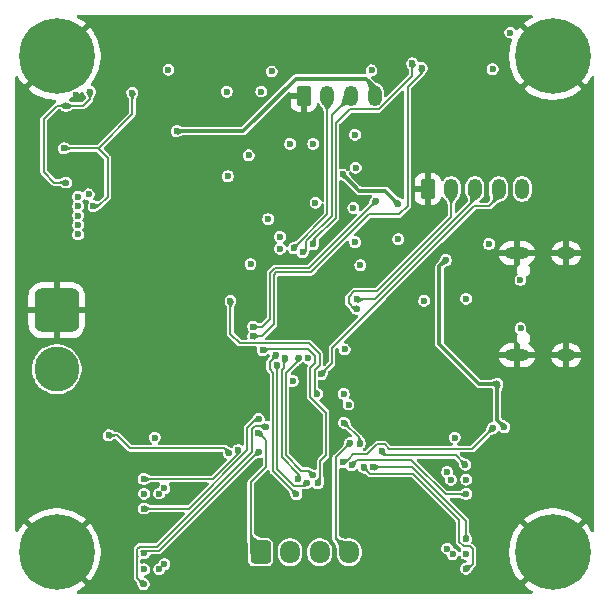
<source format=gbr>
%TF.GenerationSoftware,KiCad,Pcbnew,9.0.1-9.0.1-0~ubuntu22.04.1*%
%TF.CreationDate,2025-04-08T13:36:12+02:00*%
%TF.ProjectId,TMC262_Stepper_Driver,544d4332-3632-45f5-9374-65707065725f,rev?*%
%TF.SameCoordinates,Original*%
%TF.FileFunction,Copper,L4,Bot*%
%TF.FilePolarity,Positive*%
%FSLAX46Y46*%
G04 Gerber Fmt 4.6, Leading zero omitted, Abs format (unit mm)*
G04 Created by KiCad (PCBNEW 9.0.1-9.0.1-0~ubuntu22.04.1) date 2025-04-08 13:36:12*
%MOMM*%
%LPD*%
G01*
G04 APERTURE LIST*
G04 Aperture macros list*
%AMRoundRect*
0 Rectangle with rounded corners*
0 $1 Rounding radius*
0 $2 $3 $4 $5 $6 $7 $8 $9 X,Y pos of 4 corners*
0 Add a 4 corners polygon primitive as box body*
4,1,4,$2,$3,$4,$5,$6,$7,$8,$9,$2,$3,0*
0 Add four circle primitives for the rounded corners*
1,1,$1+$1,$2,$3*
1,1,$1+$1,$4,$5*
1,1,$1+$1,$6,$7*
1,1,$1+$1,$8,$9*
0 Add four rect primitives between the rounded corners*
20,1,$1+$1,$2,$3,$4,$5,0*
20,1,$1+$1,$4,$5,$6,$7,0*
20,1,$1+$1,$6,$7,$8,$9,0*
20,1,$1+$1,$8,$9,$2,$3,0*%
G04 Aperture macros list end*
%TA.AperFunction,ComponentPad*%
%ADD10RoundRect,0.250000X-0.350000X-0.625000X0.350000X-0.625000X0.350000X0.625000X-0.350000X0.625000X0*%
%TD*%
%TA.AperFunction,ComponentPad*%
%ADD11O,1.200000X1.750000*%
%TD*%
%TA.AperFunction,ComponentPad*%
%ADD12RoundRect,0.250000X-0.600000X-0.725000X0.600000X-0.725000X0.600000X0.725000X-0.600000X0.725000X0*%
%TD*%
%TA.AperFunction,ComponentPad*%
%ADD13O,1.700000X1.950000*%
%TD*%
%TA.AperFunction,ComponentPad*%
%ADD14C,0.800000*%
%TD*%
%TA.AperFunction,ComponentPad*%
%ADD15C,6.400000*%
%TD*%
%TA.AperFunction,HeatsinkPad*%
%ADD16O,2.100000X1.000000*%
%TD*%
%TA.AperFunction,HeatsinkPad*%
%ADD17O,1.600000X1.000000*%
%TD*%
%TA.AperFunction,ComponentPad*%
%ADD18RoundRect,0.760000X-1.140000X1.140000X-1.140000X-1.140000X1.140000X-1.140000X1.140000X1.140000X0*%
%TD*%
%TA.AperFunction,ComponentPad*%
%ADD19C,3.800000*%
%TD*%
%TA.AperFunction,ViaPad*%
%ADD20C,0.600000*%
%TD*%
%TA.AperFunction,Conductor*%
%ADD21C,0.160000*%
%TD*%
%TA.AperFunction,Conductor*%
%ADD22C,0.300000*%
%TD*%
G04 APERTURE END LIST*
D10*
%TO.P,J5,1,Pin_1*%
%TO.N,GND*%
X74900000Y-57350000D03*
D11*
%TO.P,J5,2,Pin_2*%
%TO.N,/EXT_RX*%
X76900000Y-57350000D03*
%TO.P,J5,3,Pin_3*%
%TO.N,/EXT_TX*%
X78900000Y-57350000D03*
%TO.P,J5,4,Pin_4*%
%TO.N,/5V_UART*%
X80900000Y-57350000D03*
%TD*%
D12*
%TO.P,J1,1,Pin_1*%
%TO.N,/BMA2*%
X71250000Y-96000000D03*
D13*
%TO.P,J1,2,Pin_2*%
%TO.N,/BMA1*%
X73750000Y-96000000D03*
%TO.P,J1,3,Pin_3*%
%TO.N,/BMB2*%
X76250000Y-96000000D03*
%TO.P,J1,4,Pin_4*%
%TO.N,/BMB1*%
X78750000Y-96000000D03*
%TD*%
D14*
%TO.P,H1,1,1*%
%TO.N,GND*%
X51600000Y-54000000D03*
X52302944Y-52302944D03*
X52302944Y-55697056D03*
X54000000Y-51600000D03*
D15*
X54000000Y-54000000D03*
D14*
X54000000Y-56400000D03*
X55697056Y-52302944D03*
X55697056Y-55697056D03*
X56400000Y-54000000D03*
%TD*%
%TO.P,H4,1,1*%
%TO.N,GND*%
X93600000Y-96000000D03*
X94302944Y-94302944D03*
X94302944Y-97697056D03*
X96000000Y-93600000D03*
D15*
X96000000Y-96000000D03*
D14*
X96000000Y-98400000D03*
X97697056Y-94302944D03*
X97697056Y-97697056D03*
X98400000Y-96000000D03*
%TD*%
%TO.P,H2,1,1*%
%TO.N,GND*%
X93600000Y-54000000D03*
X94302944Y-52302944D03*
X94302944Y-55697056D03*
X96000000Y-51600000D03*
D15*
X96000000Y-54000000D03*
D14*
X96000000Y-56400000D03*
X97697056Y-52302944D03*
X97697056Y-55697056D03*
X98400000Y-54000000D03*
%TD*%
D16*
%TO.P,J3,S1,SHIELD*%
%TO.N,GND*%
X92970000Y-79320000D03*
D17*
X97150000Y-79320000D03*
D16*
X92970000Y-70680000D03*
D17*
X97150000Y-70680000D03*
%TD*%
D18*
%TO.P,J4,1,Pin_1*%
%TO.N,GND*%
X54000000Y-75500000D03*
D19*
%TO.P,J4,2,Pin_2*%
%TO.N,+24V*%
X54000000Y-80500000D03*
%TD*%
D14*
%TO.P,H3,1,1*%
%TO.N,GND*%
X51600000Y-96000000D03*
X52302944Y-94302944D03*
X52302944Y-97697056D03*
X54000000Y-93600000D03*
D15*
X54000000Y-96000000D03*
D14*
X54000000Y-98400000D03*
X55697056Y-94302944D03*
X55697056Y-97697056D03*
X56400000Y-96000000D03*
%TD*%
D10*
%TO.P,J6,1,Pin_1*%
%TO.N,GND*%
X85400000Y-65250000D03*
D11*
%TO.P,J6,2,Pin_2*%
%TO.N,/ENC_A*%
X87400000Y-65250000D03*
%TO.P,J6,3,Pin_3*%
%TO.N,/ENC_B*%
X89400000Y-65250000D03*
%TO.P,J6,4,Pin_4*%
%TO.N,/ENC_Z*%
X91400000Y-65250000D03*
%TO.P,J6,5,Pin_5*%
%TO.N,Net-(J6-Pin_5)*%
X93400000Y-65250000D03*
%TD*%
D20*
%TO.N,*%
X85100000Y-74700000D03*
%TO.N,GND*%
X76000000Y-77000000D03*
X74800000Y-63700000D03*
X98000000Y-58550001D03*
X74900000Y-54600000D03*
X81600000Y-63300000D03*
X70700000Y-70300000D03*
X85700000Y-76800000D03*
X57900000Y-93600000D03*
X74950001Y-52000000D03*
X76000000Y-74000000D03*
X91150000Y-95600000D03*
X81000000Y-75900000D03*
X88400000Y-55100000D03*
X79400000Y-79600000D03*
X52000000Y-69100000D03*
X60600000Y-73200000D03*
X56600000Y-75500000D03*
X73000000Y-73000000D03*
X83650000Y-67800000D03*
X74000000Y-77000000D03*
X98450000Y-83850000D03*
X75000000Y-77000000D03*
X94600000Y-85900000D03*
X97400000Y-84950000D03*
X74000000Y-75000000D03*
X76000000Y-75000000D03*
X66650001Y-52000000D03*
X75000000Y-75000000D03*
X90750000Y-78250000D03*
X88600000Y-72800000D03*
X68900000Y-78800000D03*
X62600000Y-73200000D03*
X73000000Y-74000000D03*
X80700000Y-71700000D03*
X74000000Y-74000000D03*
X99100000Y-66750000D03*
X74000000Y-85200000D03*
X58850000Y-95600000D03*
X73000000Y-76000000D03*
X93350000Y-75950000D03*
X51300000Y-75500000D03*
X75000000Y-87200000D03*
X64300000Y-57200000D03*
X88750000Y-77200000D03*
X59800000Y-63700000D03*
X57900000Y-89600000D03*
X82900000Y-70500000D03*
X61400000Y-57200000D03*
X70700000Y-69300000D03*
X77217816Y-80917816D03*
X74000000Y-87200000D03*
X97200000Y-86450000D03*
X71737001Y-84087900D03*
X77000000Y-75000000D03*
X92000000Y-93600000D03*
X52000000Y-65900000D03*
X63350000Y-60800000D03*
X85860000Y-55100000D03*
X61050000Y-61850000D03*
X74000000Y-73000000D03*
X61250000Y-59900000D03*
X76000000Y-86200000D03*
X61500000Y-64700000D03*
X96300000Y-66000000D03*
X71000000Y-91000000D03*
X96400000Y-62950000D03*
X92200000Y-87850000D03*
X87700000Y-71650000D03*
X81700000Y-72100000D03*
X77000000Y-74000000D03*
X91200000Y-80800000D03*
X74000000Y-86200000D03*
X67200000Y-57200000D03*
X87100000Y-77000000D03*
X99150000Y-69950000D03*
X65700000Y-70200000D03*
X99150000Y-79300000D03*
X88703459Y-75602309D03*
X55600000Y-57300000D03*
X58350001Y-52000000D03*
X75000000Y-74000000D03*
X73000000Y-77000000D03*
X59800000Y-61350000D03*
X91150000Y-91600000D03*
X70100000Y-57200000D03*
X76800000Y-82000000D03*
X77000000Y-73000000D03*
X93350000Y-59850000D03*
X64650000Y-73200000D03*
X54000000Y-72800000D03*
X75000000Y-76000000D03*
X67100000Y-86300000D03*
X75000000Y-86200000D03*
X74650000Y-80900000D03*
X71700000Y-89800000D03*
X92000000Y-89600000D03*
X73000000Y-75000000D03*
X88550000Y-79550000D03*
X90350000Y-63750000D03*
X76000000Y-73000000D03*
X58400000Y-54600000D03*
X66900000Y-68700000D03*
X70600000Y-88900000D03*
X84550000Y-69050000D03*
X89670000Y-55100000D03*
X54500000Y-63800000D03*
X57900000Y-97600000D03*
X75000000Y-73000000D03*
X90950000Y-79600000D03*
X85000000Y-72500000D03*
X87150000Y-78150000D03*
X54500000Y-60800000D03*
X76000000Y-76000000D03*
X97450000Y-90750000D03*
X81120000Y-85200000D03*
X98450000Y-89900000D03*
X62600000Y-76150000D03*
X81600000Y-60500000D03*
X75000000Y-85200000D03*
X58500000Y-57200000D03*
X59000000Y-65350000D03*
X93550000Y-73850000D03*
X83500000Y-83500000D03*
X54500000Y-62800000D03*
X71737001Y-83400000D03*
X82900000Y-86300000D03*
X83100000Y-65700000D03*
X66600000Y-54600000D03*
X69700000Y-73300000D03*
X95400000Y-60400000D03*
X82500000Y-53900000D03*
X52850000Y-67400000D03*
X93050000Y-69100000D03*
X90800000Y-71750000D03*
X92000000Y-97600000D03*
X58400000Y-87100000D03*
X77000000Y-76000000D03*
X58450000Y-61850000D03*
X58050000Y-60050000D03*
X78590000Y-89800000D03*
X77000000Y-77000000D03*
X58850000Y-91600000D03*
X76000000Y-85200000D03*
X74000000Y-76000000D03*
X82700000Y-74600000D03*
X76000000Y-87200000D03*
%TO.N,+24V*%
X61400000Y-91050000D03*
X55800000Y-66700000D03*
X55800000Y-65900000D03*
X88650000Y-96150000D03*
X87050000Y-95700000D03*
X55800000Y-69100000D03*
X63100000Y-90600000D03*
X55800000Y-65900000D03*
X87700000Y-86300000D03*
X54800000Y-64700000D03*
X78300000Y-82600000D03*
X63100000Y-97000000D03*
X55800000Y-65900000D03*
X62665000Y-97435000D03*
X56700000Y-65700000D03*
X55800000Y-67500000D03*
X87365000Y-89865000D03*
X62665000Y-91035000D03*
X87515000Y-96165000D03*
X78700000Y-83500000D03*
X87050000Y-89200000D03*
X55800000Y-69100000D03*
X88650000Y-89850000D03*
X55800000Y-68300000D03*
X61400000Y-97450000D03*
X55800000Y-65900000D03*
X55800000Y-69100000D03*
X56800000Y-57000000D03*
X54800000Y-58200000D03*
X62300000Y-86300000D03*
%TO.N,/5V_BUCK*%
X54600000Y-61800000D03*
X57100000Y-66700000D03*
X60400000Y-57100000D03*
%TO.N,+5V*%
X91300000Y-81750000D03*
X86950000Y-71250000D03*
X70250000Y-62400000D03*
X82902000Y-66500000D03*
X91900000Y-85400000D03*
X78202000Y-64000000D03*
X68400000Y-57010000D03*
X68490000Y-64160000D03*
X75710000Y-61425000D03*
X73745000Y-61425000D03*
%TO.N,+3.3V*%
X70400000Y-71600000D03*
X90900000Y-55100000D03*
X73980000Y-81500000D03*
X80650000Y-55200000D03*
X92400000Y-52000000D03*
X63449961Y-55142311D03*
X72900000Y-69300000D03*
X75900000Y-66400000D03*
X79250000Y-60650000D03*
X75300000Y-79600000D03*
X79100000Y-66850000D03*
X72900000Y-70300000D03*
X79700000Y-71700000D03*
X79250000Y-69750000D03*
X78375000Y-78815419D03*
X72200000Y-55300000D03*
X79300000Y-63450000D03*
X90600000Y-69900000D03*
X71300000Y-57000000D03*
%TO.N,/5V_USB*%
X93257168Y-72950630D03*
X82902000Y-69499997D03*
X88660000Y-74540000D03*
X93262683Y-77030455D03*
X71900000Y-67800000D03*
%TO.N,/5V_UART*%
X64150000Y-60350000D03*
%TO.N,/VCP_RX*%
X84900000Y-55000000D03*
X70625000Y-77708742D03*
%TO.N,/VCP_TX*%
X81020000Y-66300000D03*
X70619581Y-76908760D03*
%TO.N,/EXT_RX*%
X74060999Y-70261101D03*
%TO.N,/EXT_TX*%
X74818708Y-70625000D03*
%TO.N,/BMB1*%
X78854698Y-86740999D03*
%TO.N,/BMA2*%
X71075501Y-85870000D03*
%TO.N,/HA2*%
X61350000Y-98700000D03*
X71700000Y-85370000D03*
%TO.N,/LA2*%
X61380000Y-96102611D03*
X71089607Y-87530000D03*
%TO.N,/HB2*%
X88600000Y-88600000D03*
X81510122Y-87439878D03*
%TO.N,/LB2*%
X78958949Y-88652983D03*
X88650000Y-91070781D03*
%TO.N,/LA1*%
X69348196Y-87348196D03*
X61350000Y-89800000D03*
%TO.N,/HA1*%
X61350000Y-92306261D03*
X71100000Y-84709000D03*
%TO.N,/LB1*%
X80000000Y-88800000D03*
X88650000Y-97400000D03*
%TO.N,/HB1*%
X88650000Y-94893739D03*
X79652206Y-86804133D03*
X80800000Y-88799000D03*
X78322449Y-85030000D03*
%TO.N,/MOTOR_STALL*%
X76040000Y-82591074D03*
X68700000Y-74700000D03*
%TO.N,/SRA*%
X58400000Y-86100000D03*
X68573192Y-87612668D03*
%TO.N,/SRB*%
X90900000Y-85500000D03*
X78200000Y-88400000D03*
%TO.N,/BOOT_0*%
X84100000Y-54600000D03*
X75720187Y-69910144D03*
%TO.N,/TMC_ENN*%
X76110675Y-90167690D03*
X71436565Y-78912899D03*
%TO.N,/TMC_SPI_SCK*%
X75174519Y-90128094D03*
X72611945Y-80141648D03*
%TO.N,/TMC_SPI_NSS*%
X75670000Y-89500000D03*
X74491000Y-79520386D03*
%TO.N,/TMC_SPI_MISO*%
X74283081Y-91100000D03*
X72565762Y-79342980D03*
%TO.N,/TMC_SPI_MOSI*%
X74442480Y-89805417D03*
X73330000Y-79579506D03*
%TO.N,/ENC_Z*%
X76400000Y-80915388D03*
%TO.N,/ENC_A*%
X79400000Y-75400000D03*
%TO.N,/ENC_B*%
X79400000Y-74600000D03*
%TD*%
D21*
%TO.N,+24V*%
X53800000Y-64700000D02*
X54800000Y-64700000D01*
X56200000Y-58200000D02*
X54800000Y-58200000D01*
X52900000Y-59300000D02*
X52900000Y-63800000D01*
X54000000Y-58200000D02*
X52900000Y-59300000D01*
X56800000Y-57600000D02*
X56200000Y-58200000D01*
X52900000Y-63800000D02*
X53800000Y-64700000D01*
X56800000Y-57000000D02*
X56800000Y-57600000D01*
X54800000Y-58200000D02*
X54000000Y-58200000D01*
%TO.N,/5V_BUCK*%
X57550000Y-61750000D02*
X60400000Y-58900000D01*
X57500000Y-66700000D02*
X57100000Y-66700000D01*
X57550000Y-61850000D02*
X57550000Y-61750000D01*
X58300000Y-62600000D02*
X58300000Y-65900000D01*
X57500000Y-61800000D02*
X57550000Y-61850000D01*
X57550000Y-61850000D02*
X58300000Y-62600000D01*
X54600000Y-61800000D02*
X57500000Y-61800000D01*
X58300000Y-65900000D02*
X57500000Y-66700000D01*
X60400000Y-58900000D02*
X60400000Y-57100000D01*
D22*
%TO.N,+5V*%
X86400000Y-71800000D02*
X86400000Y-78400000D01*
X89750000Y-81750000D02*
X91300000Y-81750000D01*
X86400000Y-78400000D02*
X89750000Y-81750000D01*
X91300000Y-84800000D02*
X91900000Y-85400000D01*
X91300000Y-81750000D02*
X91300000Y-84800000D01*
X81802000Y-65400000D02*
X79602000Y-65400000D01*
X79602000Y-65400000D02*
X78202000Y-64000000D01*
X86950000Y-71250000D02*
X86400000Y-71800000D01*
X82902000Y-66500000D02*
X81802000Y-65400000D01*
%TO.N,/5V_UART*%
X74250000Y-55900000D02*
X80150000Y-55900000D01*
X64150000Y-60350000D02*
X69800000Y-60350000D01*
X80150000Y-55900000D02*
X80900000Y-56650000D01*
X80900000Y-56650000D02*
X80900000Y-57350000D01*
X69800000Y-60350000D02*
X74250000Y-55900000D01*
D21*
%TO.N,/VCP_RX*%
X82994734Y-67405266D02*
X83700000Y-66700000D01*
X83700000Y-66700000D02*
X83700000Y-56600000D01*
X70625000Y-77708742D02*
X71391258Y-77708742D01*
X71391258Y-77708742D02*
X72400000Y-76700000D01*
X80405266Y-67405266D02*
X82994734Y-67405266D01*
X72600000Y-72300000D02*
X75510532Y-72300000D01*
X72400000Y-76700000D02*
X72400000Y-72500000D01*
X75722000Y-72088531D02*
X80405266Y-67405266D01*
X75510532Y-72300000D02*
X75722000Y-72088531D01*
X72400000Y-72500000D02*
X72600000Y-72300000D01*
X83700000Y-56600000D02*
X84900000Y-55400000D01*
X84900000Y-55400000D02*
X84900000Y-55000000D01*
%TO.N,/VCP_TX*%
X72450469Y-71939000D02*
X75361000Y-71939000D01*
X72039000Y-72350468D02*
X72450469Y-71939000D01*
X75361000Y-71939000D02*
X81000000Y-66300000D01*
X71391240Y-76908760D02*
X72039000Y-76261000D01*
X81000000Y-66300000D02*
X81020000Y-66300000D01*
X70619581Y-76908760D02*
X71391240Y-76908760D01*
X72039000Y-76261000D02*
X72039000Y-72350468D01*
%TO.N,/EXT_RX*%
X74060999Y-70261101D02*
X74049726Y-70249828D01*
X76900000Y-67399554D02*
X76900000Y-57350000D01*
X74049726Y-70249828D02*
X76900000Y-67399554D01*
%TO.N,/EXT_TX*%
X77261000Y-58989000D02*
X78900000Y-57350000D01*
X74818708Y-70625000D02*
X75130043Y-70313665D01*
X75130043Y-70313665D02*
X75130043Y-69680043D01*
X77261000Y-67549085D02*
X77261000Y-58989000D01*
X75130043Y-69680043D02*
X77261000Y-67549085D01*
%TO.N,/BMB1*%
X78854698Y-86740999D02*
X77619000Y-87976697D01*
X77619000Y-87976697D02*
X77619000Y-94869000D01*
X77619000Y-94869000D02*
X78750000Y-96000000D01*
%TO.N,/BMA2*%
X71727438Y-88772562D02*
X70419000Y-90081000D01*
X70419000Y-90081000D02*
X70419000Y-95169000D01*
X70419000Y-95169000D02*
X71250000Y-96000000D01*
X71075501Y-85870002D02*
X71727438Y-86521939D01*
X71075501Y-85870000D02*
X71075501Y-85870002D01*
X71727438Y-86521939D02*
X71727438Y-88772562D01*
%TO.N,/HA2*%
X60800000Y-96500000D02*
X60877865Y-96422135D01*
X70494499Y-86110659D02*
X70494499Y-85629341D01*
X60799000Y-96343270D02*
X60799000Y-95861952D01*
X60877865Y-96422135D02*
X60799000Y-96343270D01*
X61139341Y-95521611D02*
X61620659Y-95521611D01*
X70500000Y-85623840D02*
X70500000Y-85600000D01*
X60799000Y-95861952D02*
X60800000Y-95860952D01*
X70834840Y-85289000D02*
X71316158Y-85289000D01*
X61621659Y-95522611D02*
X62504557Y-95522611D01*
X70500000Y-85600000D02*
X70811000Y-85289000D01*
X70500000Y-87527168D02*
X70500000Y-86116160D01*
X60800000Y-95734079D02*
X61011468Y-95522611D01*
X60800000Y-95860952D02*
X60800000Y-95734079D01*
X61138341Y-95522611D02*
X61139341Y-95521611D01*
X70500000Y-86116160D02*
X70494499Y-86110659D01*
X60800000Y-98150000D02*
X60800000Y-96500000D01*
X61350000Y-98700000D02*
X60800000Y-98150000D01*
X70494499Y-85629341D02*
X70500000Y-85623840D01*
X71316158Y-85289000D02*
X71619000Y-85289000D01*
X70811000Y-85289000D02*
X70834840Y-85289000D01*
X61011468Y-95522611D02*
X61138341Y-95522611D01*
X61620659Y-95521611D02*
X61621659Y-95522611D01*
X62504557Y-95522611D02*
X70500000Y-87527168D01*
%TO.N,/LA2*%
X62654089Y-95883611D02*
X61161000Y-95883611D01*
X71019607Y-87600000D02*
X70937700Y-87600000D01*
X71089607Y-87530000D02*
X71019607Y-87600000D01*
X70937700Y-87600000D02*
X62654089Y-95883611D01*
X61161000Y-95883611D02*
X61380000Y-96102611D01*
%TO.N,/HB2*%
X81510122Y-87439878D02*
X81870244Y-87800000D01*
X87800000Y-87800000D02*
X88600000Y-88600000D01*
X81870244Y-87800000D02*
X87800000Y-87800000D01*
%TO.N,/LB2*%
X81040659Y-88218000D02*
X81041659Y-88219000D01*
X81041659Y-88219000D02*
X81168532Y-88219000D01*
X80559341Y-88218000D02*
X81040659Y-88218000D01*
X83730468Y-88219000D02*
X83919000Y-88219000D01*
X88620781Y-91100000D02*
X88650000Y-91070781D01*
X78958949Y-88652983D02*
X79392932Y-88219000D01*
X84029531Y-88219000D02*
X84029532Y-88219000D01*
X83919000Y-88219000D02*
X84029531Y-88219000D01*
X84029532Y-88219000D02*
X84241000Y-88430469D01*
X79392932Y-88219000D02*
X80558341Y-88219000D01*
X86910532Y-91100000D02*
X88620781Y-91100000D01*
X80558341Y-88219000D02*
X80559341Y-88218000D01*
X81168532Y-88219000D02*
X83730468Y-88219000D01*
X84241000Y-88430469D02*
X86910532Y-91100000D01*
%TO.N,/LA1*%
X69015388Y-87990716D02*
X67206104Y-89800000D01*
X69348196Y-87348196D02*
X69400000Y-87400000D01*
X69400000Y-87400000D02*
X69400000Y-87606104D01*
X69400000Y-87606104D02*
X69015388Y-87990716D01*
X67206104Y-89800000D02*
X61350000Y-89800000D01*
%TO.N,/HA1*%
X70891000Y-84709000D02*
X70672000Y-84928000D01*
X70661469Y-84928000D02*
X70133499Y-85455969D01*
X70133499Y-85455969D02*
X70133499Y-87372135D01*
X71100000Y-84709000D02*
X70891000Y-84709000D01*
X70139000Y-87377636D02*
X65210375Y-92306261D01*
X65210375Y-92306261D02*
X61350000Y-92306261D01*
X70672000Y-84928000D02*
X70661469Y-84928000D01*
%TO.N,/LB1*%
X80219000Y-88800000D02*
X80219000Y-89039659D01*
X89231000Y-95731000D02*
X89231000Y-96969000D01*
X80219000Y-89039659D02*
X80559341Y-89380000D01*
X89000000Y-95500000D02*
X89231000Y-95731000D01*
X89231000Y-96969000D02*
X88800000Y-97400000D01*
X80559341Y-89380000D02*
X84169468Y-89380000D01*
X84394734Y-89605266D02*
X88069000Y-93279532D01*
X80000000Y-88800000D02*
X80219000Y-88800000D01*
X88069000Y-93279532D02*
X88069000Y-95134398D01*
X84169468Y-89380000D02*
X84394734Y-89605266D01*
X88434602Y-95500000D02*
X89000000Y-95500000D01*
X88069000Y-95134398D02*
X88434602Y-95500000D01*
X88800000Y-97400000D02*
X88650000Y-97400000D01*
%TO.N,/HB1*%
X79652206Y-86804133D02*
X79652206Y-86359757D01*
X84100000Y-88800000D02*
X80801000Y-88800000D01*
X88650000Y-93350000D02*
X84100000Y-88800000D01*
X80801000Y-88800000D02*
X80800000Y-88799000D01*
X88650000Y-94893739D02*
X88650000Y-93350000D01*
X79652206Y-86359757D02*
X78322449Y-85030000D01*
%TO.N,/MOTOR_STALL*%
X76261000Y-79228810D02*
X76261000Y-79527873D01*
X69500000Y-78300000D02*
X75332191Y-78300000D01*
X75820000Y-82371074D02*
X76040000Y-82591074D01*
X75820000Y-80590532D02*
X75820000Y-82371074D01*
X68700000Y-74700000D02*
X68700000Y-77500000D01*
X76261000Y-80149532D02*
X75820000Y-80590532D01*
X76261000Y-79228810D02*
X76261000Y-79228809D01*
X68700000Y-77500000D02*
X69500000Y-78300000D01*
X76261000Y-79850468D02*
X76261000Y-80149532D01*
X75433171Y-78400980D02*
X76261000Y-79228810D01*
X76261000Y-79527873D02*
X76261000Y-79850468D01*
X75332191Y-78300000D02*
X75433171Y-78400980D01*
%TO.N,/SRA*%
X68170646Y-87210122D02*
X60210122Y-87210122D01*
X60210122Y-87210122D02*
X59100000Y-86100000D01*
X68573192Y-87612668D02*
X68170646Y-87210122D01*
X59100000Y-86100000D02*
X58400000Y-86100000D01*
%TO.N,/SRB*%
X79100000Y-87700000D02*
X80300000Y-87700000D01*
X78718290Y-88071983D02*
X78728017Y-88071983D01*
X78728017Y-88071983D02*
X79100000Y-87700000D01*
X81141122Y-86858878D02*
X81750781Y-86858878D01*
X78390273Y-88400000D02*
X78718290Y-88071983D01*
X80300000Y-87700000D02*
X81141122Y-86858878D01*
X78200000Y-88400000D02*
X78390273Y-88400000D01*
X81750781Y-86858878D02*
X82141903Y-87250000D01*
X82141903Y-87250000D02*
X89150000Y-87250000D01*
X89150000Y-87250000D02*
X90900000Y-85500000D01*
%TO.N,/BOOT_0*%
X81264922Y-58506000D02*
X84100000Y-55670922D01*
X78794000Y-58506000D02*
X81264922Y-58506000D01*
X77622000Y-59678000D02*
X78794000Y-58506000D01*
X77622000Y-67698616D02*
X77622000Y-59678000D01*
X84100000Y-55670922D02*
X84100000Y-54600000D01*
X75720187Y-69910144D02*
X75720187Y-69600430D01*
X75720187Y-69600430D02*
X77622000Y-67698616D01*
%TO.N,/TMC_ENN*%
X75900000Y-79378341D02*
X75900000Y-80000000D01*
X75283639Y-78761980D02*
X75900000Y-79378341D01*
X76800000Y-87800000D02*
X76300000Y-88300000D01*
X76300000Y-89691659D02*
X76110675Y-89880984D01*
X76110675Y-89880984D02*
X76110675Y-90167690D01*
X76300000Y-88300000D02*
X76300000Y-89691659D01*
X75459000Y-80441000D02*
X75459000Y-82831733D01*
X71587484Y-78761980D02*
X75283639Y-78761980D01*
X75459000Y-82831733D02*
X76800000Y-84172733D01*
X76800000Y-84172733D02*
X76800000Y-87800000D01*
X75900000Y-80000000D02*
X75459000Y-80441000D01*
X71436565Y-78912899D02*
X71587484Y-78761980D01*
%TO.N,/TMC_SPI_SCK*%
X72678001Y-88984388D02*
X72678001Y-80207704D01*
X74916196Y-90386417D02*
X74080030Y-90386417D01*
X74080030Y-90386417D02*
X72678001Y-88984388D01*
X75174519Y-90128094D02*
X74916196Y-90386417D01*
X75174519Y-90128094D02*
X75174519Y-90193005D01*
X72678001Y-80207704D02*
X72611945Y-80141648D01*
%TO.N,/TMC_SPI_NSS*%
X73400000Y-80800000D02*
X73400000Y-87800000D01*
X74491000Y-79709000D02*
X73400000Y-80800000D01*
X74491000Y-79520386D02*
X74491000Y-79709000D01*
X73400000Y-87800000D02*
X74700000Y-89100000D01*
X75270000Y-89100000D02*
X75670000Y-89500000D01*
X74700000Y-89100000D02*
X75270000Y-89100000D01*
%TO.N,/TMC_SPI_MISO*%
X72030945Y-79877797D02*
X72565762Y-79342980D01*
X72030945Y-80513944D02*
X72030945Y-79877797D01*
X74283081Y-91100000D02*
X72317000Y-89133919D01*
X72317001Y-87600000D02*
X72317001Y-80800000D01*
X72317001Y-80800000D02*
X72030945Y-80513944D01*
X72317000Y-89133919D02*
X72317001Y-87600000D01*
%TO.N,/TMC_SPI_MOSI*%
X73039000Y-87949531D02*
X73039000Y-80561000D01*
X74442480Y-89353012D02*
X73039000Y-87949531D01*
X73212513Y-79696993D02*
X73330000Y-79579506D01*
X74442480Y-89805417D02*
X74442480Y-89353012D01*
X73039000Y-80561000D02*
X73212513Y-80387487D01*
X73212513Y-80387487D02*
X73212513Y-79696993D01*
%TO.N,/ENC_Z*%
X89310532Y-66700000D02*
X90600000Y-66700000D01*
X91400000Y-65900000D02*
X91400000Y-65250000D01*
X90600000Y-66700000D02*
X91400000Y-65900000D01*
X76400000Y-80915388D02*
X77300000Y-80015388D01*
X77300000Y-78710532D02*
X89310532Y-66700000D01*
X77300000Y-80015388D02*
X77300000Y-78710532D01*
%TO.N,/ENC_A*%
X78700000Y-74900000D02*
X79200000Y-75400000D01*
X81089468Y-73900000D02*
X79200000Y-73900000D01*
X79200000Y-73900000D02*
X78700000Y-74400000D01*
X87400000Y-65250000D02*
X87400000Y-67589468D01*
X87400000Y-67589468D02*
X81089468Y-73900000D01*
X78700000Y-74400000D02*
X78700000Y-74900000D01*
X79200000Y-75400000D02*
X79400000Y-75400000D01*
%TO.N,/ENC_B*%
X89400000Y-66100000D02*
X89400000Y-65250000D01*
X79400000Y-74600000D02*
X80900000Y-74600000D01*
X80900000Y-74600000D02*
X89400000Y-66100000D01*
%TD*%
%TA.AperFunction,Conductor*%
%TO.N,GND*%
G36*
X74922607Y-79932845D02*
G01*
X74938347Y-79946161D01*
X74992686Y-80000500D01*
X75106814Y-80066392D01*
X75162526Y-80081320D01*
X75183872Y-80094330D01*
X75207084Y-80103623D01*
X75213193Y-80112201D01*
X75222186Y-80117683D01*
X75233109Y-80140169D01*
X75247613Y-80160536D01*
X75248114Y-80171057D01*
X75252716Y-80180530D01*
X75249748Y-80205354D01*
X75250938Y-80230327D01*
X75244984Y-80245197D01*
X75244422Y-80249906D01*
X75237821Y-80263093D01*
X75211424Y-80308815D01*
X75211423Y-80308817D01*
X75197616Y-80332729D01*
X75180227Y-80397628D01*
X75180226Y-80397630D01*
X75178500Y-80404071D01*
X75178500Y-82868666D01*
X75186464Y-82898386D01*
X75197614Y-82939997D01*
X75197616Y-82940002D01*
X75227392Y-82991577D01*
X75234543Y-83003962D01*
X75234545Y-83003965D01*
X75293834Y-83063254D01*
X75293840Y-83063259D01*
X76483181Y-84252600D01*
X76516666Y-84313923D01*
X76519500Y-84340281D01*
X76519500Y-87632451D01*
X76499815Y-87699490D01*
X76483181Y-87720132D01*
X76075545Y-88127767D01*
X76075541Y-88127772D01*
X76044192Y-88182070D01*
X76044193Y-88182071D01*
X76038616Y-88191730D01*
X76038616Y-88191731D01*
X76028960Y-88227769D01*
X76019500Y-88263072D01*
X76019500Y-88913892D01*
X76012456Y-88937880D01*
X76009488Y-88962705D01*
X76002781Y-88970827D01*
X75999815Y-88980931D01*
X75980924Y-88997299D01*
X75965003Y-89016583D01*
X75954968Y-89019790D01*
X75947011Y-89026686D01*
X75922267Y-89030243D01*
X75898451Y-89037857D01*
X75882545Y-89035955D01*
X75877853Y-89036630D01*
X75863406Y-89033667D01*
X75801652Y-89017120D01*
X75779609Y-89008903D01*
X75779396Y-89008800D01*
X75769832Y-89004158D01*
X75769830Y-89004157D01*
X75769827Y-89004156D01*
X75726641Y-88992875D01*
X75711251Y-88987758D01*
X75698530Y-88982582D01*
X75679820Y-88973050D01*
X75659295Y-88960296D01*
X75610360Y-88929889D01*
X75607432Y-88928103D01*
X75607357Y-88928057D01*
X75607193Y-88927959D01*
X75605569Y-88926998D01*
X75506414Y-88868935D01*
X75482257Y-88856847D01*
X75479428Y-88855657D01*
X75479425Y-88855656D01*
X75479418Y-88855653D01*
X75453729Y-88846795D01*
X75447659Y-88845142D01*
X75388120Y-88828928D01*
X75369053Y-88824699D01*
X75366858Y-88824321D01*
X75366832Y-88824317D01*
X75347457Y-88821922D01*
X75347412Y-88821917D01*
X75280172Y-88816839D01*
X75269502Y-88816033D01*
X75269491Y-88816032D01*
X75269486Y-88816032D01*
X75261562Y-88815587D01*
X75260678Y-88815554D01*
X75249647Y-88817540D01*
X75227686Y-88819500D01*
X74867549Y-88819500D01*
X74800510Y-88799815D01*
X74779868Y-88783181D01*
X73716819Y-87720132D01*
X73683334Y-87658809D01*
X73680500Y-87632451D01*
X73680500Y-82099504D01*
X73700185Y-82032465D01*
X73752989Y-81986710D01*
X73822147Y-81976766D01*
X73836571Y-81979724D01*
X73914108Y-82000500D01*
X73914111Y-82000500D01*
X74045890Y-82000500D01*
X74045892Y-82000500D01*
X74173186Y-81966392D01*
X74287314Y-81900500D01*
X74380500Y-81807314D01*
X74446392Y-81693186D01*
X74480500Y-81565892D01*
X74480500Y-81434108D01*
X74446392Y-81306814D01*
X74380500Y-81192686D01*
X74287314Y-81099500D01*
X74230250Y-81066554D01*
X74173187Y-81033608D01*
X74100272Y-81014071D01*
X74045892Y-80999500D01*
X73914108Y-80999500D01*
X73914106Y-80999500D01*
X73911299Y-80999870D01*
X73908927Y-80999500D01*
X73905981Y-80999500D01*
X73905981Y-80999040D01*
X73842264Y-80989102D01*
X73790010Y-80942721D01*
X73771126Y-80875451D01*
X73791608Y-80808651D01*
X73807432Y-80789253D01*
X74362431Y-80234253D01*
X74368003Y-80229016D01*
X74375849Y-80222085D01*
X74392162Y-80211970D01*
X74476505Y-80133170D01*
X74477788Y-80132038D01*
X74478274Y-80131810D01*
X74485434Y-80125808D01*
X74537717Y-80086569D01*
X74547478Y-80079947D01*
X74607327Y-80043388D01*
X74608934Y-80042396D01*
X74756194Y-79950570D01*
X74758994Y-79948793D01*
X74759271Y-79948614D01*
X74760867Y-79947047D01*
X74785742Y-79928144D01*
X74788680Y-79926447D01*
X74856583Y-79909984D01*
X74922607Y-79932845D01*
G37*
%TD.AperFunction*%
%TA.AperFunction,Conductor*%
G36*
X83338834Y-56931287D02*
G01*
X83394767Y-56973159D01*
X83419184Y-57038623D01*
X83419500Y-57047469D01*
X83419500Y-66010323D01*
X83399815Y-66077362D01*
X83347011Y-66123117D01*
X83277853Y-66133061D01*
X83214297Y-66104036D01*
X83209947Y-66099986D01*
X83209314Y-66099500D01*
X83183611Y-66084660D01*
X83165877Y-66072238D01*
X83164068Y-66070719D01*
X83156428Y-66064304D01*
X83114266Y-66041153D01*
X83023707Y-65991427D01*
X83023701Y-65991424D01*
X83001382Y-65980860D01*
X82998824Y-65979832D01*
X82998773Y-65979814D01*
X82997910Y-65979526D01*
X82989517Y-65976384D01*
X82984330Y-65974225D01*
X82977532Y-65970645D01*
X82975938Y-65969883D01*
X82961488Y-65963643D01*
X82924517Y-65949332D01*
X82923079Y-65948734D01*
X82922985Y-65948658D01*
X82920557Y-65947652D01*
X82840488Y-65912230D01*
X82820021Y-65900746D01*
X82798788Y-65886030D01*
X82786256Y-65876087D01*
X82739844Y-65834108D01*
X82733977Y-65828801D01*
X82726913Y-65824456D01*
X82704203Y-65806521D01*
X82017213Y-65119531D01*
X82017208Y-65119527D01*
X81937291Y-65073387D01*
X81937288Y-65073386D01*
X81936616Y-65073206D01*
X81936616Y-65073205D01*
X81867961Y-65054810D01*
X81848144Y-65049500D01*
X81848143Y-65049500D01*
X79798544Y-65049500D01*
X79731505Y-65029815D01*
X79710863Y-65013181D01*
X78894851Y-64197169D01*
X78887709Y-64189392D01*
X78881357Y-64181854D01*
X78872798Y-64167624D01*
X78825902Y-64116044D01*
X78824389Y-64114249D01*
X78824085Y-64113559D01*
X78818029Y-64106025D01*
X78804217Y-64086528D01*
X78792316Y-64065720D01*
X78776934Y-64031526D01*
X78753295Y-63978980D01*
X78751434Y-63974618D01*
X78732052Y-63926649D01*
X78725191Y-63857119D01*
X78757010Y-63794915D01*
X78817408Y-63759789D01*
X78887208Y-63762892D01*
X78934705Y-63792519D01*
X78992686Y-63850500D01*
X79106814Y-63916392D01*
X79234108Y-63950500D01*
X79234110Y-63950500D01*
X79365890Y-63950500D01*
X79365892Y-63950500D01*
X79493186Y-63916392D01*
X79607314Y-63850500D01*
X79700500Y-63757314D01*
X79766392Y-63643186D01*
X79800500Y-63515892D01*
X79800500Y-63384108D01*
X79766392Y-63256814D01*
X79700500Y-63142686D01*
X79607314Y-63049500D01*
X79550250Y-63016554D01*
X79493187Y-62983608D01*
X79429539Y-62966554D01*
X79365892Y-62949500D01*
X79234108Y-62949500D01*
X79106812Y-62983608D01*
X78992686Y-63049500D01*
X78992683Y-63049502D01*
X78899502Y-63142683D01*
X78899500Y-63142686D01*
X78833608Y-63256812D01*
X78799500Y-63384108D01*
X78799500Y-63515893D01*
X78816648Y-63579892D01*
X78814985Y-63649742D01*
X78775821Y-63707604D01*
X78711593Y-63735107D01*
X78642691Y-63723520D01*
X78609907Y-63696772D01*
X78608247Y-63698433D01*
X78509316Y-63599502D01*
X78509314Y-63599500D01*
X78452250Y-63566554D01*
X78395187Y-63533608D01*
X78329061Y-63515890D01*
X78267892Y-63499500D01*
X78136108Y-63499500D01*
X78074936Y-63515891D01*
X78058593Y-63520270D01*
X77988743Y-63518607D01*
X77930881Y-63479444D01*
X77903377Y-63415216D01*
X77902500Y-63400495D01*
X77902500Y-60584108D01*
X78749500Y-60584108D01*
X78749500Y-60715892D01*
X78758772Y-60750497D01*
X78783608Y-60843187D01*
X78816554Y-60900250D01*
X78849500Y-60957314D01*
X78942686Y-61050500D01*
X79056814Y-61116392D01*
X79184108Y-61150500D01*
X79184110Y-61150500D01*
X79315890Y-61150500D01*
X79315892Y-61150500D01*
X79443186Y-61116392D01*
X79557314Y-61050500D01*
X79650500Y-60957314D01*
X79716392Y-60843186D01*
X79750500Y-60715892D01*
X79750500Y-60584108D01*
X79716392Y-60456814D01*
X79650500Y-60342686D01*
X79557314Y-60249500D01*
X79500250Y-60216554D01*
X79443187Y-60183608D01*
X79343188Y-60156814D01*
X79315892Y-60149500D01*
X79184108Y-60149500D01*
X79056812Y-60183608D01*
X78942686Y-60249500D01*
X78942683Y-60249502D01*
X78849502Y-60342683D01*
X78849500Y-60342686D01*
X78783608Y-60456812D01*
X78749500Y-60584108D01*
X77902500Y-60584108D01*
X77902500Y-59845548D01*
X77922185Y-59778509D01*
X77938819Y-59757867D01*
X78873868Y-58822819D01*
X78935191Y-58789334D01*
X78961549Y-58786500D01*
X81301849Y-58786500D01*
X81301851Y-58786500D01*
X81373191Y-58767384D01*
X81378110Y-58764544D01*
X81437153Y-58730456D01*
X81489378Y-58678231D01*
X81489379Y-58678228D01*
X83207820Y-56959786D01*
X83269142Y-56926303D01*
X83338834Y-56931287D01*
G37*
%TD.AperFunction*%
%TA.AperFunction,Conductor*%
G36*
X94270093Y-50520185D02*
G01*
X94315848Y-50572989D01*
X94325792Y-50642147D01*
X94296767Y-50705703D01*
X94261507Y-50733858D01*
X94095537Y-50822570D01*
X94095519Y-50822581D01*
X93793258Y-51024545D01*
X93793254Y-51024548D01*
X93565233Y-51211679D01*
X93565233Y-51211680D01*
X95059301Y-52705748D01*
X94957670Y-52779588D01*
X94779588Y-52957670D01*
X94705748Y-53059301D01*
X93211680Y-51565233D01*
X93211678Y-51565233D01*
X93040771Y-51773487D01*
X92983025Y-51812822D01*
X92913180Y-51814693D01*
X92853412Y-51778506D01*
X92837530Y-51756824D01*
X92800500Y-51692686D01*
X92707314Y-51599500D01*
X92647960Y-51565232D01*
X92593187Y-51533608D01*
X92529539Y-51516554D01*
X92465892Y-51499500D01*
X92334108Y-51499500D01*
X92206812Y-51533608D01*
X92092686Y-51599500D01*
X92092683Y-51599502D01*
X91999502Y-51692683D01*
X91999500Y-51692686D01*
X91933608Y-51806812D01*
X91903302Y-51919920D01*
X91899500Y-51934108D01*
X91899500Y-52065892D01*
X91907443Y-52095537D01*
X91933608Y-52193187D01*
X91966554Y-52250250D01*
X91999500Y-52307314D01*
X92092686Y-52400500D01*
X92206814Y-52466392D01*
X92334108Y-52500500D01*
X92334110Y-52500500D01*
X92430683Y-52500500D01*
X92497722Y-52520185D01*
X92543477Y-52572989D01*
X92553421Y-52642147D01*
X92545244Y-52671952D01*
X92512087Y-52751998D01*
X92406553Y-53099898D01*
X92406550Y-53099909D01*
X92335632Y-53456443D01*
X92300000Y-53818234D01*
X92300000Y-54181765D01*
X92335632Y-54543556D01*
X92406550Y-54900090D01*
X92406553Y-54900101D01*
X92512086Y-55247997D01*
X92651207Y-55583864D01*
X92651209Y-55583869D01*
X92822570Y-55904462D01*
X92822581Y-55904480D01*
X93024551Y-56206750D01*
X93211678Y-56434765D01*
X93211679Y-56434766D01*
X94705747Y-54940697D01*
X94779588Y-55042330D01*
X94957670Y-55220412D01*
X95059301Y-55294251D01*
X93565232Y-56788319D01*
X93565233Y-56788320D01*
X93793249Y-56975448D01*
X94095519Y-57177418D01*
X94095537Y-57177429D01*
X94416130Y-57348790D01*
X94416135Y-57348792D01*
X94752002Y-57487913D01*
X95099898Y-57593446D01*
X95099909Y-57593449D01*
X95456443Y-57664367D01*
X95818234Y-57700000D01*
X96181766Y-57700000D01*
X96543556Y-57664367D01*
X96900090Y-57593449D01*
X96900101Y-57593446D01*
X97247997Y-57487913D01*
X97583864Y-57348792D01*
X97583869Y-57348790D01*
X97904462Y-57177429D01*
X97904480Y-57177418D01*
X98206736Y-56975457D01*
X98206750Y-56975447D01*
X98434765Y-56788320D01*
X98434766Y-56788319D01*
X96940698Y-55294251D01*
X97042330Y-55220412D01*
X97220412Y-55042330D01*
X97294251Y-54940698D01*
X98788319Y-56434766D01*
X98788320Y-56434765D01*
X98975447Y-56206750D01*
X98975457Y-56206736D01*
X99177418Y-55904480D01*
X99177429Y-55904462D01*
X99266142Y-55738493D01*
X99315104Y-55688648D01*
X99383242Y-55673188D01*
X99448922Y-55697020D01*
X99491290Y-55752577D01*
X99499500Y-55796946D01*
X99499500Y-94203053D01*
X99479815Y-94270092D01*
X99427011Y-94315847D01*
X99357853Y-94325791D01*
X99294297Y-94296766D01*
X99266142Y-94261507D01*
X99177424Y-94095529D01*
X99177418Y-94095519D01*
X98975448Y-93793249D01*
X98788320Y-93565233D01*
X98788319Y-93565232D01*
X97294251Y-95059301D01*
X97220412Y-94957670D01*
X97042330Y-94779588D01*
X96940698Y-94705748D01*
X98434766Y-93211679D01*
X98434765Y-93211678D01*
X98206750Y-93024551D01*
X97904480Y-92822581D01*
X97904462Y-92822570D01*
X97583869Y-92651209D01*
X97583864Y-92651207D01*
X97247997Y-92512086D01*
X96900101Y-92406553D01*
X96900090Y-92406550D01*
X96543556Y-92335632D01*
X96181766Y-92300000D01*
X95818234Y-92300000D01*
X95456443Y-92335632D01*
X95099909Y-92406550D01*
X95099898Y-92406553D01*
X94752002Y-92512086D01*
X94416135Y-92651207D01*
X94416130Y-92651209D01*
X94095537Y-92822570D01*
X94095519Y-92822581D01*
X93793258Y-93024545D01*
X93793254Y-93024548D01*
X93565233Y-93211679D01*
X93565233Y-93211680D01*
X95059301Y-94705748D01*
X94957670Y-94779588D01*
X94779588Y-94957670D01*
X94705748Y-95059301D01*
X93211680Y-93565233D01*
X93211679Y-93565233D01*
X93024548Y-93793254D01*
X93024545Y-93793258D01*
X92822581Y-94095519D01*
X92822570Y-94095537D01*
X92651209Y-94416130D01*
X92651207Y-94416135D01*
X92512086Y-94752002D01*
X92406553Y-95099898D01*
X92406550Y-95099909D01*
X92335632Y-95456443D01*
X92300000Y-95818234D01*
X92300000Y-96181765D01*
X92335632Y-96543556D01*
X92406550Y-96900090D01*
X92406553Y-96900101D01*
X92512086Y-97247997D01*
X92651207Y-97583864D01*
X92651209Y-97583869D01*
X92822570Y-97904462D01*
X92822581Y-97904480D01*
X93024551Y-98206750D01*
X93211678Y-98434765D01*
X93211679Y-98434766D01*
X94705747Y-96940697D01*
X94779588Y-97042330D01*
X94957670Y-97220412D01*
X95059301Y-97294251D01*
X93565232Y-98788319D01*
X93565233Y-98788320D01*
X93793249Y-98975448D01*
X94095519Y-99177418D01*
X94095537Y-99177429D01*
X94261507Y-99266142D01*
X94311352Y-99315104D01*
X94326812Y-99383242D01*
X94302980Y-99448922D01*
X94247423Y-99491290D01*
X94203054Y-99499500D01*
X55796946Y-99499500D01*
X55729907Y-99479815D01*
X55684152Y-99427011D01*
X55674208Y-99357853D01*
X55703233Y-99294297D01*
X55738493Y-99266142D01*
X55904462Y-99177429D01*
X55904480Y-99177418D01*
X56206736Y-98975457D01*
X56206750Y-98975447D01*
X56434765Y-98788320D01*
X56434766Y-98788319D01*
X54940698Y-97294251D01*
X55042330Y-97220412D01*
X55220412Y-97042330D01*
X55294251Y-96940698D01*
X56788319Y-98434766D01*
X56788320Y-98434765D01*
X56975447Y-98206750D01*
X56975457Y-98206736D01*
X57177418Y-97904480D01*
X57177429Y-97904462D01*
X57348790Y-97583869D01*
X57348792Y-97583864D01*
X57487913Y-97247997D01*
X57593446Y-96900101D01*
X57593449Y-96900090D01*
X57664367Y-96543556D01*
X57700000Y-96181765D01*
X57700000Y-95818234D01*
X57664367Y-95456443D01*
X57593449Y-95099909D01*
X57593446Y-95099898D01*
X57487913Y-94752002D01*
X57348792Y-94416135D01*
X57348790Y-94416130D01*
X57177429Y-94095537D01*
X57177418Y-94095519D01*
X56975448Y-93793249D01*
X56788320Y-93565233D01*
X56788319Y-93565232D01*
X55294251Y-95059300D01*
X55220412Y-94957670D01*
X55042330Y-94779588D01*
X54940698Y-94705748D01*
X56434766Y-93211679D01*
X56434765Y-93211678D01*
X56206750Y-93024551D01*
X55904480Y-92822581D01*
X55904462Y-92822570D01*
X55583869Y-92651209D01*
X55583864Y-92651207D01*
X55247997Y-92512086D01*
X54900101Y-92406553D01*
X54900090Y-92406550D01*
X54543556Y-92335632D01*
X54181766Y-92300000D01*
X53818234Y-92300000D01*
X53456443Y-92335632D01*
X53099909Y-92406550D01*
X53099898Y-92406553D01*
X52752002Y-92512086D01*
X52416135Y-92651207D01*
X52416130Y-92651209D01*
X52095537Y-92822570D01*
X52095519Y-92822581D01*
X51793258Y-93024545D01*
X51793254Y-93024548D01*
X51565233Y-93211679D01*
X51565233Y-93211680D01*
X53059301Y-94705748D01*
X52957670Y-94779588D01*
X52779588Y-94957670D01*
X52705748Y-95059301D01*
X51211680Y-93565233D01*
X51211679Y-93565233D01*
X51024548Y-93793254D01*
X51024545Y-93793258D01*
X50822581Y-94095519D01*
X50822575Y-94095529D01*
X50733858Y-94261507D01*
X50684895Y-94311351D01*
X50616758Y-94326811D01*
X50551078Y-94302979D01*
X50508709Y-94247421D01*
X50500500Y-94203053D01*
X50500500Y-90984108D01*
X60899500Y-90984108D01*
X60899500Y-91115891D01*
X60933608Y-91243187D01*
X60946015Y-91264676D01*
X60999500Y-91357314D01*
X61092686Y-91450500D01*
X61180832Y-91501391D01*
X61197166Y-91510822D01*
X61206814Y-91516392D01*
X61334108Y-91550500D01*
X61334110Y-91550500D01*
X61465890Y-91550500D01*
X61465892Y-91550500D01*
X61593186Y-91516392D01*
X61707314Y-91450500D01*
X61800500Y-91357314D01*
X61866392Y-91243186D01*
X61900500Y-91115892D01*
X61900500Y-90984108D01*
X61866392Y-90856814D01*
X61800500Y-90742686D01*
X61707314Y-90649500D01*
X61650250Y-90616554D01*
X61593187Y-90583608D01*
X61503825Y-90559664D01*
X61465892Y-90549500D01*
X61334108Y-90549500D01*
X61206812Y-90583608D01*
X61092686Y-90649500D01*
X61092683Y-90649502D01*
X60999502Y-90742683D01*
X60999500Y-90742686D01*
X60933608Y-90856812D01*
X60899500Y-90984108D01*
X50500500Y-90984108D01*
X50500500Y-86034108D01*
X57899500Y-86034108D01*
X57899500Y-86165891D01*
X57933608Y-86293187D01*
X57939209Y-86302888D01*
X57999500Y-86407314D01*
X58092686Y-86500500D01*
X58180127Y-86550984D01*
X58203732Y-86564613D01*
X58206814Y-86566392D01*
X58334108Y-86600500D01*
X58334110Y-86600500D01*
X58465889Y-86600500D01*
X58465892Y-86600500D01*
X58488017Y-86594571D01*
X58512927Y-86590555D01*
X58522181Y-86590019D01*
X58586449Y-86573315D01*
X58591636Y-86571787D01*
X58599066Y-86569601D01*
X58599325Y-86569515D01*
X58600504Y-86569127D01*
X58612856Y-86564613D01*
X58672435Y-86540652D01*
X58690077Y-86532569D01*
X58692034Y-86531558D01*
X58708777Y-86521885D01*
X58819853Y-86450536D01*
X58819988Y-86450446D01*
X58824265Y-86447620D01*
X58824301Y-86447595D01*
X58824335Y-86447573D01*
X58824838Y-86447231D01*
X58829190Y-86444189D01*
X58862459Y-86420287D01*
X58876435Y-86411592D01*
X58884705Y-86407180D01*
X58908772Y-86397423D01*
X58909908Y-86397096D01*
X58932743Y-86397217D01*
X58953119Y-86392992D01*
X58964562Y-86397386D01*
X58979777Y-86397468D01*
X59006850Y-86413628D01*
X59018343Y-86418043D01*
X59021535Y-86422395D01*
X59031889Y-86428575D01*
X59985665Y-87382352D01*
X59985666Y-87382353D01*
X60037891Y-87434578D01*
X60101853Y-87471506D01*
X60173194Y-87490622D01*
X60247051Y-87490622D01*
X67942232Y-87490622D01*
X67944941Y-87491417D01*
X67947683Y-87490742D01*
X67978263Y-87501202D01*
X68009271Y-87510307D01*
X68011119Y-87512440D01*
X68013793Y-87513355D01*
X68033872Y-87538698D01*
X68055026Y-87563111D01*
X68055962Y-87566579D01*
X68057182Y-87568119D01*
X68065627Y-87602388D01*
X68072087Y-87667544D01*
X68072595Y-87677826D01*
X68073204Y-87682457D01*
X68074276Y-87687624D01*
X68074566Y-87689587D01*
X68074567Y-87689590D01*
X68075752Y-87692665D01*
X68079814Y-87705141D01*
X68106800Y-87805854D01*
X68172692Y-87919982D01*
X68265878Y-88013168D01*
X68332879Y-88051851D01*
X68335375Y-88053292D01*
X68383590Y-88103859D01*
X68396812Y-88172467D01*
X68370844Y-88237331D01*
X68361055Y-88248360D01*
X67126237Y-89483181D01*
X67064914Y-89516666D01*
X67038556Y-89519500D01*
X61981615Y-89519500D01*
X61968630Y-89518818D01*
X61959309Y-89517836D01*
X61945432Y-89514208D01*
X61898117Y-89511393D01*
X61895303Y-89511097D01*
X61894291Y-89510680D01*
X61883135Y-89509201D01*
X61882184Y-89509004D01*
X61854234Y-89499636D01*
X61822747Y-89484714D01*
X61803252Y-89473186D01*
X61779570Y-89456083D01*
X61776476Y-89453893D01*
X61776477Y-89453893D01*
X61776428Y-89453859D01*
X61776039Y-89453589D01*
X61776022Y-89453578D01*
X61775994Y-89453558D01*
X61772375Y-89451105D01*
X61772369Y-89451101D01*
X61772338Y-89451080D01*
X61675189Y-89386736D01*
X61659526Y-89377336D01*
X61657706Y-89376351D01*
X61641371Y-89368422D01*
X61641357Y-89368416D01*
X61641353Y-89368414D01*
X61576647Y-89340469D01*
X61562631Y-89335015D01*
X61561039Y-89334461D01*
X61546787Y-89330079D01*
X61473762Y-89310497D01*
X61467554Y-89308935D01*
X61466846Y-89308769D01*
X61464376Y-89308723D01*
X61434635Y-89304521D01*
X61415896Y-89299500D01*
X61415892Y-89299500D01*
X61284108Y-89299500D01*
X61156812Y-89333608D01*
X61042686Y-89399500D01*
X61042683Y-89399502D01*
X60949502Y-89492683D01*
X60949500Y-89492686D01*
X60883608Y-89606812D01*
X60849500Y-89734108D01*
X60849500Y-89865891D01*
X60883608Y-89993187D01*
X60905266Y-90030699D01*
X60949500Y-90107314D01*
X61042686Y-90200500D01*
X61141521Y-90257563D01*
X61153732Y-90264613D01*
X61156814Y-90266392D01*
X61284108Y-90300500D01*
X61284110Y-90300500D01*
X61415889Y-90300500D01*
X61415892Y-90300500D01*
X61438017Y-90294571D01*
X61462927Y-90290555D01*
X61472181Y-90290019D01*
X61536449Y-90273315D01*
X61541636Y-90271787D01*
X61549066Y-90269601D01*
X61549325Y-90269515D01*
X61550504Y-90269127D01*
X61562856Y-90264613D01*
X61622435Y-90240652D01*
X61640077Y-90232569D01*
X61642034Y-90231558D01*
X61658777Y-90221885D01*
X61769853Y-90150536D01*
X61769988Y-90150446D01*
X61774265Y-90147620D01*
X61774301Y-90147595D01*
X61774335Y-90147573D01*
X61774838Y-90147231D01*
X61779190Y-90144189D01*
X61812459Y-90120287D01*
X61826435Y-90111592D01*
X61834705Y-90107180D01*
X61858827Y-90097407D01*
X61863072Y-90096187D01*
X61868343Y-90094672D01*
X61892747Y-90090242D01*
X61949756Y-90085709D01*
X61954237Y-90084537D01*
X61985620Y-90080500D01*
X62612324Y-90080500D01*
X62679363Y-90100185D01*
X62725118Y-90152989D01*
X62735062Y-90222147D01*
X62706037Y-90285703D01*
X62700005Y-90292181D01*
X62699502Y-90292683D01*
X62699500Y-90292686D01*
X62633607Y-90406814D01*
X62617945Y-90465266D01*
X62581580Y-90524926D01*
X62530266Y-90552945D01*
X62471814Y-90568607D01*
X62357686Y-90634500D01*
X62357683Y-90634502D01*
X62264502Y-90727683D01*
X62264500Y-90727686D01*
X62198608Y-90841812D01*
X62168055Y-90955842D01*
X62164500Y-90969108D01*
X62164500Y-91100892D01*
X62180947Y-91162272D01*
X62198608Y-91228187D01*
X62219684Y-91264691D01*
X62264500Y-91342314D01*
X62357686Y-91435500D01*
X62471814Y-91501392D01*
X62599108Y-91535500D01*
X62599110Y-91535500D01*
X62730890Y-91535500D01*
X62730892Y-91535500D01*
X62858186Y-91501392D01*
X62972314Y-91435500D01*
X63065500Y-91342314D01*
X63131392Y-91228186D01*
X63147054Y-91169732D01*
X63183417Y-91110075D01*
X63234732Y-91082054D01*
X63293186Y-91066392D01*
X63407314Y-91000500D01*
X63500500Y-90907314D01*
X63566392Y-90793186D01*
X63600500Y-90665892D01*
X63600500Y-90534108D01*
X63566392Y-90406814D01*
X63500500Y-90292686D01*
X63499995Y-90292181D01*
X63499706Y-90291653D01*
X63495553Y-90286240D01*
X63496397Y-90285592D01*
X63466510Y-90230858D01*
X63471494Y-90161166D01*
X63513366Y-90105233D01*
X63578830Y-90080816D01*
X63587676Y-90080500D01*
X66740088Y-90080500D01*
X66807127Y-90100185D01*
X66852882Y-90152989D01*
X66862826Y-90222147D01*
X66833801Y-90285703D01*
X66827769Y-90292181D01*
X65130508Y-91989442D01*
X65069185Y-92022927D01*
X65042827Y-92025761D01*
X61981615Y-92025761D01*
X61968630Y-92025079D01*
X61959309Y-92024097D01*
X61945432Y-92020469D01*
X61898117Y-92017654D01*
X61895303Y-92017358D01*
X61894291Y-92016941D01*
X61883135Y-92015462D01*
X61882184Y-92015265D01*
X61854234Y-92005897D01*
X61822747Y-91990975D01*
X61803252Y-91979447D01*
X61779570Y-91962344D01*
X61776476Y-91960154D01*
X61776477Y-91960154D01*
X61776428Y-91960120D01*
X61776039Y-91959850D01*
X61776022Y-91959839D01*
X61775994Y-91959819D01*
X61772375Y-91957366D01*
X61772369Y-91957362D01*
X61772338Y-91957341D01*
X61675189Y-91892997D01*
X61659526Y-91883597D01*
X61657706Y-91882612D01*
X61641371Y-91874683D01*
X61641357Y-91874677D01*
X61641353Y-91874675D01*
X61576647Y-91846730D01*
X61562631Y-91841276D01*
X61561039Y-91840722D01*
X61546787Y-91836340D01*
X61473762Y-91816758D01*
X61467554Y-91815196D01*
X61466846Y-91815030D01*
X61464376Y-91814984D01*
X61434635Y-91810782D01*
X61415896Y-91805761D01*
X61415892Y-91805761D01*
X61284108Y-91805761D01*
X61156812Y-91839869D01*
X61042686Y-91905761D01*
X61042683Y-91905763D01*
X60949502Y-91998944D01*
X60949500Y-91998947D01*
X60883608Y-92113073D01*
X60849500Y-92240369D01*
X60849500Y-92372152D01*
X60883608Y-92499448D01*
X60890905Y-92512086D01*
X60949500Y-92613575D01*
X61042686Y-92706761D01*
X61141521Y-92763824D01*
X61153732Y-92770874D01*
X61156814Y-92772653D01*
X61284108Y-92806761D01*
X61284110Y-92806761D01*
X61415889Y-92806761D01*
X61415892Y-92806761D01*
X61438017Y-92800832D01*
X61462927Y-92796816D01*
X61472181Y-92796280D01*
X61536449Y-92779576D01*
X61541636Y-92778048D01*
X61549066Y-92775862D01*
X61549325Y-92775776D01*
X61550504Y-92775388D01*
X61562856Y-92770874D01*
X61622435Y-92746913D01*
X61640077Y-92738830D01*
X61642034Y-92737819D01*
X61658777Y-92728146D01*
X61769853Y-92656797D01*
X61769988Y-92656707D01*
X61774265Y-92653881D01*
X61774301Y-92653856D01*
X61774335Y-92653834D01*
X61774838Y-92653492D01*
X61779190Y-92650450D01*
X61812459Y-92626548D01*
X61826435Y-92617853D01*
X61834705Y-92613441D01*
X61858827Y-92603668D01*
X61863072Y-92602448D01*
X61868343Y-92600933D01*
X61892747Y-92596503D01*
X61949756Y-92591970D01*
X61954237Y-92590798D01*
X61985620Y-92586761D01*
X64744359Y-92586761D01*
X64811398Y-92606446D01*
X64857153Y-92659250D01*
X64867097Y-92728408D01*
X64838072Y-92791964D01*
X64832040Y-92798442D01*
X62424690Y-95205792D01*
X62363367Y-95239277D01*
X62337009Y-95242111D01*
X61673310Y-95242111D01*
X61658054Y-95241111D01*
X61657588Y-95241111D01*
X61657587Y-95241111D01*
X61176270Y-95241111D01*
X61102412Y-95241111D01*
X61101946Y-95241111D01*
X61086690Y-95242111D01*
X61048397Y-95242111D01*
X60974539Y-95242111D01*
X60926979Y-95254855D01*
X60903198Y-95261227D01*
X60839238Y-95298154D01*
X60839235Y-95298156D01*
X60575545Y-95561846D01*
X60575544Y-95561848D01*
X60544011Y-95616465D01*
X60544010Y-95616465D01*
X60538617Y-95625807D01*
X60538614Y-95625814D01*
X60525005Y-95676607D01*
X60520119Y-95694842D01*
X60519500Y-95697151D01*
X60519500Y-95811345D01*
X60519432Y-95813401D01*
X60519181Y-95814159D01*
X60518500Y-95824568D01*
X60518500Y-96380202D01*
X60521503Y-96391409D01*
X60521505Y-96455586D01*
X60519500Y-96463067D01*
X60519500Y-98186931D01*
X60530296Y-98227219D01*
X60530296Y-98227221D01*
X60530297Y-98227221D01*
X60530297Y-98227222D01*
X60538616Y-98258269D01*
X60562420Y-98299500D01*
X60575543Y-98322229D01*
X60575545Y-98322232D01*
X60634834Y-98381521D01*
X60634840Y-98381526D01*
X60705035Y-98451721D01*
X60724368Y-98476760D01*
X60726880Y-98481051D01*
X60749748Y-98506812D01*
X60756481Y-98514396D01*
X60767369Y-98528609D01*
X60767906Y-98529426D01*
X60781063Y-98555842D01*
X60792776Y-98588659D01*
X60798409Y-98610593D01*
X60803066Y-98639466D01*
X60803774Y-98643585D01*
X60803780Y-98643616D01*
X60803852Y-98644011D01*
X60804622Y-98648007D01*
X60804644Y-98648120D01*
X60827832Y-98762272D01*
X60832232Y-98779898D01*
X60832236Y-98779913D01*
X60832237Y-98779915D01*
X60832827Y-98781900D01*
X60832830Y-98781908D01*
X60838800Y-98799151D01*
X60864800Y-98864676D01*
X60864807Y-98864691D01*
X60870787Y-98878305D01*
X60871520Y-98879822D01*
X60878564Y-98893131D01*
X60908579Y-98945142D01*
X60908585Y-98945153D01*
X60916352Y-98958610D01*
X60919755Y-98964292D01*
X60920140Y-98964912D01*
X60928967Y-98974069D01*
X60934820Y-98982618D01*
X60935575Y-98984937D01*
X60939888Y-98990666D01*
X60949500Y-99007314D01*
X61042686Y-99100500D01*
X61156814Y-99166392D01*
X61284108Y-99200500D01*
X61284110Y-99200500D01*
X61415890Y-99200500D01*
X61415892Y-99200500D01*
X61543186Y-99166392D01*
X61657314Y-99100500D01*
X61750500Y-99007314D01*
X61816392Y-98893186D01*
X61850500Y-98765892D01*
X61850500Y-98634108D01*
X61816392Y-98506814D01*
X61750500Y-98392686D01*
X61657314Y-98299500D01*
X61657313Y-98299499D01*
X61651749Y-98296287D01*
X61626499Y-98281709D01*
X61610102Y-98267110D01*
X61552844Y-98233475D01*
X61541380Y-98227222D01*
X61540055Y-98226553D01*
X61528027Y-98220959D01*
X61468943Y-98195769D01*
X61450754Y-98189010D01*
X61448655Y-98188341D01*
X61444547Y-98187241D01*
X61434212Y-98181835D01*
X61415495Y-98163774D01*
X61394293Y-98148707D01*
X61390759Y-98139903D01*
X61383934Y-98133318D01*
X61377953Y-98108005D01*
X61368263Y-98083867D01*
X61370049Y-98074551D01*
X61367868Y-98065320D01*
X61376522Y-98040791D01*
X61381420Y-98015247D01*
X61387959Y-98008375D01*
X61391115Y-97999431D01*
X61411654Y-97983476D01*
X61429586Y-97964634D01*
X61443159Y-97959003D01*
X61446293Y-97956570D01*
X61449779Y-97956258D01*
X61459597Y-97952186D01*
X61465889Y-97950500D01*
X61465892Y-97950500D01*
X61593186Y-97916392D01*
X61707314Y-97850500D01*
X61800500Y-97757314D01*
X61866392Y-97643186D01*
X61900500Y-97515892D01*
X61900500Y-97384108D01*
X61896481Y-97369108D01*
X62164500Y-97369108D01*
X62164500Y-97500891D01*
X62198608Y-97628187D01*
X62231554Y-97685250D01*
X62264500Y-97742314D01*
X62357686Y-97835500D01*
X62471814Y-97901392D01*
X62599108Y-97935500D01*
X62599110Y-97935500D01*
X62730890Y-97935500D01*
X62730892Y-97935500D01*
X62858186Y-97901392D01*
X62972314Y-97835500D01*
X63065500Y-97742314D01*
X63131392Y-97628186D01*
X63147054Y-97569732D01*
X63183417Y-97510075D01*
X63234732Y-97482054D01*
X63293186Y-97466392D01*
X63407314Y-97400500D01*
X63500500Y-97307314D01*
X63566392Y-97193186D01*
X63600500Y-97065892D01*
X63600500Y-96934108D01*
X63566392Y-96806814D01*
X63500500Y-96692686D01*
X63407314Y-96599500D01*
X63322439Y-96550497D01*
X63293187Y-96533608D01*
X63229539Y-96516554D01*
X63165892Y-96499500D01*
X63034108Y-96499500D01*
X62906812Y-96533608D01*
X62792686Y-96599500D01*
X62792683Y-96599502D01*
X62699502Y-96692683D01*
X62699500Y-96692686D01*
X62633607Y-96806814D01*
X62617945Y-96865266D01*
X62581580Y-96924926D01*
X62530266Y-96952945D01*
X62471814Y-96968607D01*
X62357686Y-97034500D01*
X62357683Y-97034502D01*
X62264502Y-97127683D01*
X62264500Y-97127686D01*
X62198608Y-97241812D01*
X62164500Y-97369108D01*
X61896481Y-97369108D01*
X61866392Y-97256814D01*
X61861301Y-97247997D01*
X61835703Y-97203660D01*
X61800500Y-97142686D01*
X61707314Y-97049500D01*
X61631844Y-97005927D01*
X61593187Y-96983608D01*
X61504903Y-96959953D01*
X61465892Y-96949500D01*
X61334108Y-96949500D01*
X61236592Y-96975628D01*
X61211598Y-96975033D01*
X61186853Y-96978592D01*
X61177272Y-96974216D01*
X61166743Y-96973966D01*
X61146039Y-96959953D01*
X61123297Y-96949567D01*
X61117602Y-96940705D01*
X61108881Y-96934803D01*
X61099039Y-96911822D01*
X61085523Y-96890789D01*
X61083243Y-96874933D01*
X61081377Y-96870575D01*
X61080500Y-96855854D01*
X61080500Y-96702115D01*
X61100185Y-96635076D01*
X61152989Y-96589321D01*
X61222147Y-96579377D01*
X61236571Y-96582335D01*
X61314108Y-96603111D01*
X61314111Y-96603111D01*
X61445890Y-96603111D01*
X61445892Y-96603111D01*
X61573186Y-96569003D01*
X61687314Y-96503111D01*
X61780500Y-96409925D01*
X61846392Y-96295797D01*
X61857051Y-96256016D01*
X61893414Y-96196358D01*
X61956261Y-96165828D01*
X61976825Y-96164111D01*
X62691016Y-96164111D01*
X62691018Y-96164111D01*
X62762358Y-96144995D01*
X62771252Y-96139860D01*
X62826320Y-96108067D01*
X62878545Y-96055842D01*
X62878546Y-96055839D01*
X70800621Y-88133763D01*
X70825458Y-88114550D01*
X70829985Y-88111890D01*
X70829993Y-88111883D01*
X70860776Y-88084456D01*
X70871269Y-88078669D01*
X70876803Y-88072354D01*
X70908983Y-88057870D01*
X70916962Y-88055574D01*
X70943357Y-88050994D01*
X70976940Y-88048855D01*
X70977180Y-88048841D01*
X71057147Y-88044197D01*
X71065158Y-88043561D01*
X71065786Y-88043512D01*
X71065789Y-88043511D01*
X71065823Y-88043509D01*
X71066816Y-88043409D01*
X71075578Y-88042336D01*
X71075600Y-88042332D01*
X71075623Y-88042330D01*
X71126375Y-88035005D01*
X71165310Y-88029386D01*
X71170534Y-88028563D01*
X71171114Y-88028464D01*
X71181107Y-88024498D01*
X71194707Y-88019993D01*
X71282793Y-87996392D01*
X71282879Y-87996341D01*
X71290813Y-87994214D01*
X71317874Y-87994850D01*
X71344785Y-87991920D01*
X71352284Y-87995660D01*
X71360663Y-87995858D01*
X71383085Y-88011025D01*
X71407308Y-88023108D01*
X71411594Y-88030309D01*
X71418536Y-88035005D01*
X71429197Y-88059883D01*
X71443044Y-88083147D01*
X71444664Y-88095975D01*
X71446057Y-88099226D01*
X71445496Y-88102565D01*
X71446938Y-88113980D01*
X71446938Y-88605013D01*
X71427253Y-88672052D01*
X71410619Y-88692694D01*
X70194545Y-89908767D01*
X70194543Y-89908769D01*
X70167355Y-89955863D01*
X70167354Y-89955862D01*
X70157617Y-89972729D01*
X70157616Y-89972731D01*
X70142084Y-90030698D01*
X70138500Y-90044072D01*
X70138500Y-94317165D01*
X70134089Y-94344604D01*
X70138500Y-94463860D01*
X70138500Y-95205929D01*
X70153537Y-95262049D01*
X70153540Y-95262058D01*
X70154850Y-95266946D01*
X70157616Y-95277269D01*
X70161199Y-95283476D01*
X70164971Y-95294022D01*
X70165830Y-95308863D01*
X70172093Y-95330345D01*
X70187822Y-95689092D01*
X70187931Y-95692921D01*
X70194329Y-96188247D01*
X70195822Y-96210452D01*
X70196131Y-96212988D01*
X70198150Y-96226556D01*
X70199500Y-96244802D01*
X70199500Y-96779269D01*
X70202353Y-96809699D01*
X70202353Y-96809701D01*
X70247206Y-96937880D01*
X70247207Y-96937882D01*
X70327850Y-97047150D01*
X70437118Y-97127793D01*
X70458089Y-97135131D01*
X70565299Y-97172646D01*
X70595730Y-97175500D01*
X70595734Y-97175500D01*
X71904270Y-97175500D01*
X71934699Y-97172646D01*
X71934701Y-97172646D01*
X71998790Y-97150219D01*
X72062882Y-97127793D01*
X72172150Y-97047150D01*
X72252793Y-96937882D01*
X72281966Y-96854511D01*
X72297646Y-96809701D01*
X72297646Y-96809699D01*
X72300500Y-96779269D01*
X72300500Y-95771530D01*
X72699500Y-95771530D01*
X72699500Y-96228469D01*
X72739868Y-96431412D01*
X72739870Y-96431420D01*
X72786318Y-96543556D01*
X72819059Y-96622598D01*
X72859230Y-96682719D01*
X72934024Y-96794657D01*
X73080342Y-96940975D01*
X73080345Y-96940977D01*
X73252402Y-97055941D01*
X73443580Y-97135130D01*
X73632187Y-97172646D01*
X73646530Y-97175499D01*
X73646534Y-97175500D01*
X73646535Y-97175500D01*
X73853466Y-97175500D01*
X73853467Y-97175499D01*
X74056420Y-97135130D01*
X74247598Y-97055941D01*
X74419655Y-96940977D01*
X74565977Y-96794655D01*
X74680941Y-96622598D01*
X74760130Y-96431420D01*
X74800500Y-96228465D01*
X74800500Y-95771535D01*
X74800499Y-95771530D01*
X75199500Y-95771530D01*
X75199500Y-96228469D01*
X75239868Y-96431412D01*
X75239870Y-96431420D01*
X75286318Y-96543556D01*
X75319059Y-96622598D01*
X75359230Y-96682719D01*
X75434024Y-96794657D01*
X75580342Y-96940975D01*
X75580345Y-96940977D01*
X75752402Y-97055941D01*
X75943580Y-97135130D01*
X76132187Y-97172646D01*
X76146530Y-97175499D01*
X76146534Y-97175500D01*
X76146535Y-97175500D01*
X76353466Y-97175500D01*
X76353467Y-97175499D01*
X76556420Y-97135130D01*
X76747598Y-97055941D01*
X76919655Y-96940977D01*
X77065977Y-96794655D01*
X77180941Y-96622598D01*
X77260130Y-96431420D01*
X77300500Y-96228465D01*
X77300500Y-95771535D01*
X77260130Y-95568580D01*
X77180941Y-95377402D01*
X77065977Y-95205345D01*
X77065975Y-95205342D01*
X76919657Y-95059024D01*
X76833626Y-95001541D01*
X76747598Y-94944059D01*
X76556420Y-94864870D01*
X76556412Y-94864868D01*
X76353469Y-94824500D01*
X76353465Y-94824500D01*
X76146535Y-94824500D01*
X76146530Y-94824500D01*
X75943587Y-94864868D01*
X75943579Y-94864870D01*
X75752403Y-94944058D01*
X75580342Y-95059024D01*
X75434024Y-95205342D01*
X75319058Y-95377403D01*
X75239870Y-95568579D01*
X75239868Y-95568587D01*
X75199500Y-95771530D01*
X74800499Y-95771530D01*
X74760130Y-95568580D01*
X74680941Y-95377402D01*
X74565977Y-95205345D01*
X74565975Y-95205342D01*
X74419657Y-95059024D01*
X74333626Y-95001541D01*
X74247598Y-94944059D01*
X74056420Y-94864870D01*
X74056412Y-94864868D01*
X73853469Y-94824500D01*
X73853465Y-94824500D01*
X73646535Y-94824500D01*
X73646530Y-94824500D01*
X73443587Y-94864868D01*
X73443579Y-94864870D01*
X73252403Y-94944058D01*
X73080342Y-95059024D01*
X72934024Y-95205342D01*
X72819058Y-95377403D01*
X72739870Y-95568579D01*
X72739868Y-95568587D01*
X72699500Y-95771530D01*
X72300500Y-95771530D01*
X72300500Y-95220730D01*
X72297646Y-95190300D01*
X72297646Y-95190298D01*
X72252793Y-95062119D01*
X72252792Y-95062117D01*
X72172150Y-94952850D01*
X72062882Y-94872207D01*
X72062880Y-94872206D01*
X71934700Y-94827353D01*
X71904270Y-94824500D01*
X71904266Y-94824500D01*
X71715563Y-94824500D01*
X71689760Y-94820140D01*
X71539275Y-94824500D01*
X71504555Y-94824500D01*
X71487221Y-94823282D01*
X71426413Y-94814696D01*
X71325162Y-94800401D01*
X71304844Y-94795764D01*
X71143075Y-94744206D01*
X71123452Y-94736040D01*
X70972256Y-94657297D01*
X70957839Y-94648491D01*
X70933942Y-94631557D01*
X70902747Y-94609451D01*
X70893238Y-94601990D01*
X70892896Y-94601694D01*
X70873587Y-94584960D01*
X70842107Y-94557678D01*
X70832739Y-94548656D01*
X70793623Y-94506818D01*
X70784432Y-94495768D01*
X70755994Y-94457237D01*
X70747396Y-94443870D01*
X70731418Y-94415127D01*
X70723901Y-94398959D01*
X70718853Y-94385671D01*
X70712164Y-94360166D01*
X70706970Y-94325791D01*
X70703697Y-94304126D01*
X70703694Y-94304117D01*
X70702746Y-94300051D01*
X70699500Y-94271865D01*
X70699500Y-90248548D01*
X70719185Y-90181509D01*
X70735819Y-90160867D01*
X71320633Y-89576053D01*
X71824820Y-89071865D01*
X71886142Y-89038382D01*
X71955834Y-89043366D01*
X72011767Y-89085238D01*
X72034106Y-89135299D01*
X72036500Y-89147304D01*
X72036500Y-89170848D01*
X72053805Y-89235428D01*
X72054849Y-89239324D01*
X72054850Y-89239330D01*
X72055615Y-89242188D01*
X72092541Y-89306146D01*
X72092545Y-89306151D01*
X72151834Y-89365440D01*
X72151840Y-89365445D01*
X73638118Y-90851724D01*
X73646818Y-90861388D01*
X73652716Y-90868674D01*
X73659961Y-90881051D01*
X73691424Y-90916494D01*
X73693210Y-90918700D01*
X73693626Y-90919699D01*
X73700416Y-90928557D01*
X73700947Y-90929364D01*
X73714144Y-90955842D01*
X73725857Y-90988659D01*
X73731490Y-91010593D01*
X73736147Y-91039466D01*
X73736855Y-91043585D01*
X73736861Y-91043616D01*
X73736933Y-91044011D01*
X73737703Y-91048007D01*
X73737725Y-91048120D01*
X73760913Y-91162272D01*
X73765313Y-91179898D01*
X73765317Y-91179913D01*
X73765318Y-91179915D01*
X73765908Y-91181900D01*
X73765911Y-91181908D01*
X73771881Y-91199151D01*
X73797881Y-91264676D01*
X73797888Y-91264691D01*
X73803868Y-91278305D01*
X73804601Y-91279822D01*
X73811645Y-91293131D01*
X73841660Y-91345142D01*
X73841666Y-91345153D01*
X73849433Y-91358610D01*
X73852836Y-91364292D01*
X73853221Y-91364912D01*
X73862048Y-91374069D01*
X73867901Y-91382618D01*
X73868656Y-91384937D01*
X73872969Y-91390666D01*
X73882581Y-91407314D01*
X73975767Y-91500500D01*
X74074602Y-91557563D01*
X74080744Y-91561109D01*
X74089895Y-91566392D01*
X74217189Y-91600500D01*
X74217191Y-91600500D01*
X74348971Y-91600500D01*
X74348973Y-91600500D01*
X74476267Y-91566392D01*
X74590395Y-91500500D01*
X74683581Y-91407314D01*
X74749473Y-91293186D01*
X74783581Y-91165892D01*
X74783581Y-91034108D01*
X74749473Y-90906814D01*
X74720997Y-90857493D01*
X74704525Y-90789595D01*
X74727377Y-90723568D01*
X74782298Y-90680377D01*
X74825480Y-90671528D01*
X74996110Y-90667531D01*
X75010502Y-90666688D01*
X75012132Y-90666535D01*
X75026370Y-90664695D01*
X75254597Y-90627052D01*
X75257341Y-90626580D01*
X75257682Y-90626519D01*
X75269980Y-90621586D01*
X75284028Y-90616906D01*
X75367705Y-90594486D01*
X75481833Y-90528594D01*
X75535118Y-90475309D01*
X75596441Y-90441824D01*
X75666133Y-90446808D01*
X75710480Y-90475309D01*
X75803361Y-90568190D01*
X75887736Y-90616904D01*
X75904389Y-90626519D01*
X75917489Y-90634082D01*
X76044783Y-90668190D01*
X76044785Y-90668190D01*
X76176565Y-90668190D01*
X76176567Y-90668190D01*
X76303861Y-90634082D01*
X76417989Y-90568190D01*
X76511175Y-90475004D01*
X76577067Y-90360876D01*
X76611175Y-90233582D01*
X76611175Y-90101798D01*
X76610124Y-90097877D01*
X76607298Y-90084355D01*
X76605586Y-90073053D01*
X76605866Y-90064730D01*
X76586110Y-89944449D01*
X76585993Y-89943673D01*
X76586039Y-89943333D01*
X76584720Y-89930666D01*
X76584057Y-89915890D01*
X76581464Y-89858133D01*
X76581384Y-89849290D01*
X76582635Y-89802593D01*
X76582673Y-89800957D01*
X76585240Y-89664513D01*
X76585240Y-89664506D01*
X76585243Y-89664352D01*
X76585265Y-89662833D01*
X76585267Y-89662616D01*
X76585267Y-89662613D01*
X76585266Y-89662612D01*
X76585267Y-89662608D01*
X76582756Y-89649632D01*
X76580500Y-89626085D01*
X76580500Y-88467548D01*
X76600185Y-88400509D01*
X76616819Y-88379867D01*
X76797187Y-88199499D01*
X77024456Y-87972231D01*
X77043201Y-87939764D01*
X77338500Y-87939764D01*
X77338500Y-94905930D01*
X77348869Y-94944628D01*
X77357614Y-94977264D01*
X77357616Y-94977269D01*
X77394543Y-95041229D01*
X77394545Y-95041232D01*
X77453834Y-95100521D01*
X77453840Y-95100526D01*
X77546944Y-95193630D01*
X77578100Y-95245902D01*
X77661919Y-95527206D01*
X77664482Y-95537355D01*
X77680943Y-95616466D01*
X77692545Y-95672230D01*
X77695651Y-95687155D01*
X77696974Y-95694664D01*
X77701428Y-95725457D01*
X77700324Y-95767390D01*
X77699500Y-95771530D01*
X77699500Y-96228469D01*
X77739868Y-96431412D01*
X77739870Y-96431420D01*
X77786318Y-96543556D01*
X77819059Y-96622598D01*
X77859230Y-96682719D01*
X77934024Y-96794657D01*
X78080342Y-96940975D01*
X78080345Y-96940977D01*
X78252402Y-97055941D01*
X78443580Y-97135130D01*
X78632187Y-97172646D01*
X78646530Y-97175499D01*
X78646534Y-97175500D01*
X78646535Y-97175500D01*
X78853466Y-97175500D01*
X78853467Y-97175499D01*
X79056420Y-97135130D01*
X79247598Y-97055941D01*
X79419655Y-96940977D01*
X79565977Y-96794655D01*
X79680941Y-96622598D01*
X79760130Y-96431420D01*
X79800500Y-96228465D01*
X79800500Y-95771535D01*
X79760130Y-95568580D01*
X79680941Y-95377402D01*
X79565977Y-95205345D01*
X79565975Y-95205342D01*
X79419657Y-95059024D01*
X79333626Y-95001541D01*
X79247598Y-94944059D01*
X79056420Y-94864870D01*
X79056412Y-94864868D01*
X78853469Y-94824500D01*
X78853465Y-94824500D01*
X78646535Y-94824500D01*
X78646530Y-94824500D01*
X78472008Y-94859215D01*
X78467868Y-94859331D01*
X78465786Y-94860289D01*
X78430495Y-94860381D01*
X78415627Y-94858284D01*
X78408352Y-94857258D01*
X78389036Y-94852937D01*
X78205374Y-94796129D01*
X78191561Y-94790937D01*
X78111934Y-94755469D01*
X78102477Y-94750765D01*
X78090591Y-94744206D01*
X78027543Y-94709414D01*
X78017654Y-94703336D01*
X77984665Y-94680869D01*
X77958989Y-94663382D01*
X77948143Y-94655084D01*
X77942846Y-94650548D01*
X77921341Y-94617511D01*
X77914668Y-94609382D01*
X77914366Y-94606797D01*
X77904729Y-94591992D01*
X77899500Y-94556363D01*
X77899500Y-88999236D01*
X77919185Y-88932197D01*
X77971989Y-88886442D01*
X78041147Y-88876498D01*
X78055571Y-88879456D01*
X78134108Y-88900500D01*
X78134111Y-88900500D01*
X78265889Y-88900500D01*
X78265892Y-88900500D01*
X78393186Y-88866392D01*
X78393189Y-88866390D01*
X78397448Y-88865249D01*
X78467298Y-88866912D01*
X78525161Y-88906074D01*
X78536927Y-88923021D01*
X78558449Y-88960297D01*
X78651635Y-89053483D01*
X78765763Y-89119375D01*
X78893057Y-89153483D01*
X78893059Y-89153483D01*
X79024839Y-89153483D01*
X79024841Y-89153483D01*
X79152135Y-89119375D01*
X79266263Y-89053483D01*
X79343557Y-88976188D01*
X79404876Y-88942706D01*
X79474568Y-88947690D01*
X79530502Y-88989561D01*
X79538622Y-89001871D01*
X79594988Y-89099500D01*
X79599500Y-89107314D01*
X79692686Y-89200500D01*
X79712354Y-89211854D01*
X79732891Y-89226703D01*
X79739731Y-89232804D01*
X79797669Y-89266905D01*
X79809003Y-89273105D01*
X79810319Y-89273772D01*
X79822101Y-89279282D01*
X79822120Y-89279290D01*
X79881355Y-89304741D01*
X79892410Y-89308935D01*
X79897956Y-89311039D01*
X79899873Y-89311673D01*
X79916933Y-89316509D01*
X80034910Y-89344517D01*
X80039263Y-89345500D01*
X80039757Y-89345606D01*
X80044092Y-89346488D01*
X80061041Y-89349744D01*
X80083206Y-89354004D01*
X80098581Y-89357994D01*
X80107851Y-89361046D01*
X80130625Y-89371182D01*
X80140289Y-89376708D01*
X80159560Y-89390311D01*
X80202302Y-89427048D01*
X80206737Y-89429661D01*
X80231465Y-89448811D01*
X80387110Y-89604456D01*
X80451072Y-89641384D01*
X80522412Y-89660500D01*
X80522413Y-89660500D01*
X84001920Y-89660500D01*
X84031360Y-89669144D01*
X84061347Y-89675668D01*
X84066362Y-89679422D01*
X84068959Y-89680185D01*
X84089587Y-89696808D01*
X84089597Y-89696815D01*
X84222502Y-89829721D01*
X84222504Y-89829722D01*
X87752181Y-93359399D01*
X87785666Y-93420722D01*
X87788500Y-93447080D01*
X87788500Y-95097469D01*
X87788500Y-95171327D01*
X87793584Y-95190301D01*
X87793585Y-95190305D01*
X87793584Y-95190305D01*
X87807613Y-95242660D01*
X87807616Y-95242667D01*
X87837265Y-95294022D01*
X87844543Y-95306627D01*
X87844545Y-95306630D01*
X87903835Y-95365920D01*
X87903840Y-95365924D01*
X88210145Y-95672230D01*
X88230206Y-95692291D01*
X88263691Y-95753614D01*
X88258707Y-95823306D01*
X88249911Y-95841973D01*
X88185555Y-95953438D01*
X88134988Y-96001653D01*
X88066381Y-96014875D01*
X88001516Y-95988907D01*
X87970782Y-95953437D01*
X87959622Y-95934108D01*
X87915500Y-95857686D01*
X87822314Y-95764500D01*
X87752956Y-95724456D01*
X87708187Y-95698608D01*
X87665442Y-95687155D01*
X87626072Y-95676605D01*
X87610007Y-95666814D01*
X87591916Y-95661650D01*
X87580792Y-95649006D01*
X87566413Y-95640242D01*
X87555504Y-95620264D01*
X87545764Y-95609193D01*
X87544345Y-95599826D01*
X87538394Y-95588927D01*
X87516392Y-95506814D01*
X87450500Y-95392686D01*
X87357314Y-95299500D01*
X87292447Y-95262049D01*
X87243187Y-95233608D01*
X87176815Y-95215824D01*
X87115892Y-95199500D01*
X86984108Y-95199500D01*
X86856812Y-95233608D01*
X86742686Y-95299500D01*
X86742683Y-95299502D01*
X86649502Y-95392683D01*
X86649500Y-95392686D01*
X86583608Y-95506812D01*
X86567058Y-95568579D01*
X86549500Y-95634108D01*
X86549500Y-95765892D01*
X86551011Y-95771530D01*
X86583608Y-95893187D01*
X86607234Y-95934108D01*
X86649500Y-96007314D01*
X86742686Y-96100500D01*
X86856814Y-96166392D01*
X86938927Y-96188393D01*
X86998585Y-96224756D01*
X87026605Y-96276071D01*
X87036593Y-96313346D01*
X87048608Y-96358187D01*
X87050557Y-96361562D01*
X87114500Y-96472314D01*
X87207686Y-96565500D01*
X87321814Y-96631392D01*
X87449108Y-96665500D01*
X87449110Y-96665500D01*
X87580890Y-96665500D01*
X87580892Y-96665500D01*
X87708186Y-96631392D01*
X87822314Y-96565500D01*
X87915500Y-96472314D01*
X87979443Y-96361562D01*
X88030010Y-96313346D01*
X88098617Y-96300124D01*
X88163482Y-96326092D01*
X88194217Y-96361562D01*
X88249497Y-96457310D01*
X88249499Y-96457312D01*
X88249500Y-96457314D01*
X88342686Y-96550500D01*
X88456814Y-96616392D01*
X88584108Y-96650500D01*
X88584110Y-96650500D01*
X88594547Y-96650500D01*
X88622678Y-96658760D01*
X88651458Y-96664332D01*
X88655810Y-96668489D01*
X88661586Y-96670185D01*
X88680783Y-96692339D01*
X88701985Y-96712589D01*
X88703399Y-96718440D01*
X88707341Y-96722989D01*
X88711513Y-96752004D01*
X88718402Y-96780503D01*
X88716428Y-96786189D01*
X88717285Y-96792147D01*
X88705107Y-96818812D01*
X88695495Y-96846511D01*
X88690760Y-96850228D01*
X88688260Y-96855703D01*
X88663599Y-96871551D01*
X88640538Y-96889656D01*
X88632346Y-96891635D01*
X88629482Y-96893477D01*
X88606232Y-96897947D01*
X88595667Y-96898948D01*
X88584184Y-96899490D01*
X88580472Y-96899978D01*
X88574258Y-96901258D01*
X88573607Y-96901352D01*
X88573596Y-96901355D01*
X88571213Y-96902267D01*
X88559017Y-96906221D01*
X88456815Y-96933607D01*
X88456814Y-96933607D01*
X88342686Y-96999500D01*
X88342683Y-96999502D01*
X88249502Y-97092683D01*
X88249500Y-97092686D01*
X88183608Y-97206812D01*
X88168561Y-97262969D01*
X88149500Y-97334108D01*
X88149500Y-97465892D01*
X88155770Y-97489291D01*
X88183608Y-97593187D01*
X88187542Y-97600000D01*
X88249500Y-97707314D01*
X88342686Y-97800500D01*
X88456814Y-97866392D01*
X88584108Y-97900500D01*
X88584110Y-97900500D01*
X88715890Y-97900500D01*
X88715892Y-97900500D01*
X88843186Y-97866392D01*
X88957314Y-97800500D01*
X89050500Y-97707314D01*
X89062931Y-97685781D01*
X89076996Y-97666128D01*
X89083748Y-97658412D01*
X89177556Y-97495497D01*
X89180969Y-97489327D01*
X89181346Y-97488617D01*
X89184557Y-97482311D01*
X89190199Y-97470737D01*
X89193061Y-97465226D01*
X89233662Y-97391667D01*
X89248028Y-97370948D01*
X89336877Y-97267196D01*
X89339362Y-97262964D01*
X89358600Y-97238084D01*
X89393021Y-97203664D01*
X89393026Y-97203660D01*
X89403229Y-97193456D01*
X89403231Y-97193456D01*
X89455456Y-97141231D01*
X89492384Y-97077269D01*
X89494593Y-97069025D01*
X89511500Y-97005929D01*
X89511500Y-96932071D01*
X89511500Y-95694072D01*
X89511438Y-95693842D01*
X89492384Y-95622731D01*
X89481077Y-95603146D01*
X89479160Y-95599826D01*
X89455458Y-95558772D01*
X89455454Y-95558767D01*
X89172230Y-95275543D01*
X89163075Y-95270258D01*
X89156064Y-95266210D01*
X89107849Y-95215645D01*
X89094625Y-95147038D01*
X89110680Y-95096818D01*
X89116391Y-95086927D01*
X89116392Y-95086925D01*
X89150500Y-94959631D01*
X89150500Y-94827847D01*
X89144571Y-94805722D01*
X89140555Y-94780807D01*
X89140019Y-94771557D01*
X89123315Y-94707289D01*
X89119596Y-94694657D01*
X89119127Y-94693234D01*
X89114613Y-94680883D01*
X89090652Y-94621303D01*
X89082569Y-94603660D01*
X89081558Y-94601703D01*
X89071885Y-94584960D01*
X89000536Y-94473884D01*
X89000517Y-94473855D01*
X89000495Y-94473821D01*
X88997587Y-94469421D01*
X88997240Y-94468912D01*
X88994179Y-94464532D01*
X88970280Y-94431266D01*
X88961583Y-94417287D01*
X88960968Y-94416135D01*
X88957181Y-94409035D01*
X88947403Y-94384898D01*
X88944670Y-94375382D01*
X88940242Y-94350982D01*
X88936192Y-94300051D01*
X88935710Y-94293986D01*
X88934534Y-94289491D01*
X88930500Y-94258119D01*
X88930500Y-93313074D01*
X88930499Y-93313070D01*
X88925014Y-93292597D01*
X88925012Y-93292593D01*
X88911384Y-93241731D01*
X88874456Y-93177769D01*
X88822231Y-93125544D01*
X88822230Y-93125543D01*
X87288868Y-91592181D01*
X87255383Y-91530858D01*
X87260367Y-91461166D01*
X87302239Y-91405233D01*
X87367703Y-91380816D01*
X87376549Y-91380500D01*
X88019217Y-91380500D01*
X88031301Y-91381090D01*
X88040808Y-91382020D01*
X88055514Y-91385798D01*
X88110092Y-91388804D01*
X88112688Y-91389059D01*
X88113576Y-91389417D01*
X88124118Y-91390719D01*
X88133137Y-91392461D01*
X88159235Y-91400571D01*
X88205729Y-91420872D01*
X88221084Y-91428897D01*
X88230373Y-91434611D01*
X88236894Y-91438623D01*
X88240551Y-91440820D01*
X88240965Y-91441063D01*
X88244572Y-91443132D01*
X88341793Y-91497582D01*
X88354939Y-91504335D01*
X88356459Y-91505048D01*
X88362099Y-91507451D01*
X88370012Y-91510823D01*
X88433922Y-91535384D01*
X88433937Y-91535389D01*
X88433939Y-91535390D01*
X88434955Y-91535746D01*
X88445349Y-91539394D01*
X88445775Y-91539529D01*
X88446648Y-91539807D01*
X88458192Y-91543112D01*
X88528789Y-91561109D01*
X88533524Y-91562257D01*
X88534094Y-91562388D01*
X88534583Y-91562395D01*
X88536715Y-91562431D01*
X88566784Y-91566639D01*
X88584108Y-91571281D01*
X88584109Y-91571281D01*
X88715890Y-91571281D01*
X88715892Y-91571281D01*
X88843186Y-91537173D01*
X88957314Y-91471281D01*
X89050500Y-91378095D01*
X89116392Y-91263967D01*
X89150500Y-91136673D01*
X89150500Y-91004889D01*
X89116392Y-90877595D01*
X89050500Y-90763467D01*
X88957314Y-90670281D01*
X88843186Y-90604389D01*
X88752778Y-90580164D01*
X88693119Y-90543800D01*
X88662590Y-90480953D01*
X88670885Y-90411577D01*
X88715370Y-90357699D01*
X88752774Y-90340617D01*
X88843186Y-90316392D01*
X88957314Y-90250500D01*
X89050500Y-90157314D01*
X89116392Y-90043186D01*
X89150500Y-89915892D01*
X89150500Y-89784108D01*
X89116392Y-89656814D01*
X89050500Y-89542686D01*
X88957314Y-89449500D01*
X88891697Y-89411616D01*
X88843187Y-89383608D01*
X88747592Y-89357994D01*
X88715892Y-89349500D01*
X88584108Y-89349500D01*
X88456812Y-89383608D01*
X88342686Y-89449500D01*
X88342683Y-89449502D01*
X88249502Y-89542683D01*
X88249500Y-89542686D01*
X88183608Y-89656812D01*
X88149500Y-89784108D01*
X88149500Y-89915891D01*
X88183608Y-90043187D01*
X88196046Y-90064730D01*
X88249500Y-90157314D01*
X88342686Y-90250500D01*
X88456814Y-90316392D01*
X88547221Y-90340616D01*
X88572690Y-90356140D01*
X88599399Y-90369428D01*
X88602205Y-90374131D01*
X88606879Y-90376980D01*
X88619910Y-90403805D01*
X88635199Y-90429429D01*
X88635016Y-90434901D01*
X88637409Y-90439826D01*
X88633867Y-90469447D01*
X88632876Y-90499260D01*
X88629765Y-90503764D01*
X88629115Y-90509202D01*
X88610118Y-90532209D01*
X88593169Y-90556750D01*
X88587450Y-90559664D01*
X88584630Y-90563080D01*
X88562860Y-90574834D01*
X88555213Y-90578023D01*
X88456814Y-90604389D01*
X88367882Y-90655734D01*
X88360731Y-90659138D01*
X88360703Y-90659151D01*
X88350628Y-90663950D01*
X88350625Y-90663951D01*
X88235903Y-90749509D01*
X88235877Y-90749529D01*
X88233551Y-90751289D01*
X88193330Y-90782183D01*
X88177732Y-90792396D01*
X88175363Y-90793704D01*
X88147026Y-90805057D01*
X88142074Y-90806362D01*
X88118180Y-90810216D01*
X88053976Y-90814213D01*
X88053966Y-90814214D01*
X88047336Y-90815858D01*
X88017506Y-90819500D01*
X87078081Y-90819500D01*
X87011042Y-90799815D01*
X86990400Y-90783181D01*
X86237914Y-90030695D01*
X85341326Y-89134108D01*
X86549500Y-89134108D01*
X86549500Y-89265892D01*
X86560989Y-89308769D01*
X86583608Y-89393187D01*
X86603158Y-89427048D01*
X86649500Y-89507314D01*
X86742686Y-89600500D01*
X86807586Y-89637970D01*
X86811866Y-89640441D01*
X86860082Y-89691008D01*
X86873305Y-89759615D01*
X86869642Y-89779918D01*
X86864500Y-89799109D01*
X86864500Y-89930891D01*
X86898608Y-90058187D01*
X86926972Y-90107314D01*
X86964500Y-90172314D01*
X87057686Y-90265500D01*
X87171814Y-90331392D01*
X87299108Y-90365500D01*
X87299110Y-90365500D01*
X87430890Y-90365500D01*
X87430892Y-90365500D01*
X87558186Y-90331392D01*
X87672314Y-90265500D01*
X87765500Y-90172314D01*
X87831392Y-90058186D01*
X87865500Y-89930892D01*
X87865500Y-89799108D01*
X87831392Y-89671814D01*
X87829850Y-89669144D01*
X87818589Y-89649638D01*
X87765500Y-89557686D01*
X87672314Y-89464500D01*
X87611968Y-89429659D01*
X87603133Y-89424558D01*
X87554917Y-89373991D01*
X87541695Y-89305384D01*
X87545356Y-89285087D01*
X87550500Y-89265892D01*
X87550500Y-89134108D01*
X87516392Y-89006814D01*
X87514857Y-89004156D01*
X87501448Y-88980931D01*
X87450500Y-88892686D01*
X87357314Y-88799500D01*
X87296997Y-88764676D01*
X87243187Y-88733608D01*
X87179539Y-88716554D01*
X87115892Y-88699500D01*
X86984108Y-88699500D01*
X86856812Y-88733608D01*
X86742686Y-88799500D01*
X86742683Y-88799502D01*
X86649502Y-88892683D01*
X86649500Y-88892686D01*
X86583608Y-89006812D01*
X86558773Y-89099500D01*
X86549500Y-89134108D01*
X85341326Y-89134108D01*
X84499398Y-88292180D01*
X84465914Y-88230858D01*
X84470898Y-88161166D01*
X84512770Y-88105233D01*
X84578234Y-88080816D01*
X84587080Y-88080500D01*
X87632452Y-88080500D01*
X87699491Y-88100185D01*
X87720133Y-88116819D01*
X87955035Y-88351721D01*
X87963735Y-88361385D01*
X87969635Y-88368673D01*
X87976880Y-88381051D01*
X88008352Y-88416504D01*
X88010129Y-88418699D01*
X88010548Y-88419705D01*
X88017369Y-88428609D01*
X88017906Y-88429426D01*
X88031063Y-88455842D01*
X88042776Y-88488659D01*
X88048409Y-88510593D01*
X88053066Y-88539466D01*
X88053774Y-88543585D01*
X88053780Y-88543616D01*
X88053852Y-88544011D01*
X88054622Y-88548007D01*
X88054644Y-88548120D01*
X88077832Y-88662272D01*
X88082232Y-88679898D01*
X88082236Y-88679913D01*
X88082237Y-88679915D01*
X88082827Y-88681900D01*
X88082830Y-88681908D01*
X88088800Y-88699151D01*
X88114800Y-88764676D01*
X88120787Y-88778305D01*
X88121520Y-88779822D01*
X88128564Y-88793131D01*
X88135087Y-88804434D01*
X88150419Y-88831003D01*
X88158579Y-88845142D01*
X88158585Y-88845153D01*
X88166352Y-88858610D01*
X88169755Y-88864292D01*
X88170140Y-88864912D01*
X88178967Y-88874069D01*
X88184820Y-88882618D01*
X88185575Y-88884937D01*
X88189888Y-88890666D01*
X88199500Y-88907314D01*
X88292686Y-89000500D01*
X88406814Y-89066392D01*
X88534108Y-89100500D01*
X88534110Y-89100500D01*
X88665890Y-89100500D01*
X88665892Y-89100500D01*
X88793186Y-89066392D01*
X88907314Y-89000500D01*
X89000500Y-88907314D01*
X89066392Y-88793186D01*
X89100500Y-88665892D01*
X89100500Y-88534108D01*
X89066392Y-88406814D01*
X89000500Y-88292686D01*
X88907314Y-88199500D01*
X88907313Y-88199499D01*
X88897149Y-88193631D01*
X88887480Y-88188048D01*
X88867025Y-88173274D01*
X88860102Y-88167110D01*
X88802849Y-88133477D01*
X88791387Y-88127226D01*
X88791380Y-88127222D01*
X88790055Y-88126553D01*
X88781495Y-88122572D01*
X88778019Y-88120955D01*
X88729301Y-88100185D01*
X88718943Y-88095769D01*
X88718932Y-88095765D01*
X88718913Y-88095757D01*
X88700755Y-88089010D01*
X88700745Y-88089006D01*
X88698649Y-88088339D01*
X88698625Y-88088332D01*
X88679979Y-88083342D01*
X88679976Y-88083341D01*
X88550984Y-88055250D01*
X88545728Y-88054177D01*
X88545171Y-88054071D01*
X88539904Y-88053138D01*
X88499449Y-88046507D01*
X88483418Y-88042772D01*
X88474470Y-88040050D01*
X88450494Y-88029900D01*
X88441832Y-88025104D01*
X88421445Y-88010981D01*
X88377937Y-87973883D01*
X88373929Y-87971537D01*
X88348890Y-87952204D01*
X88138867Y-87742181D01*
X88105382Y-87680858D01*
X88110366Y-87611166D01*
X88152238Y-87555233D01*
X88217702Y-87530816D01*
X88226548Y-87530500D01*
X89186927Y-87530500D01*
X89186929Y-87530500D01*
X89258269Y-87511384D01*
X89267993Y-87505770D01*
X89274733Y-87501879D01*
X89292853Y-87491417D01*
X89322231Y-87474456D01*
X89374456Y-87422231D01*
X89374456Y-87422229D01*
X89384660Y-87412026D01*
X89384663Y-87412021D01*
X90651735Y-86144950D01*
X90661388Y-86136260D01*
X90668668Y-86130366D01*
X90681053Y-86123117D01*
X90716519Y-86091631D01*
X90718698Y-86089868D01*
X90719703Y-86089449D01*
X90728579Y-86082647D01*
X90729401Y-86082107D01*
X90755841Y-86068934D01*
X90788661Y-86057220D01*
X90810592Y-86051587D01*
X90839457Y-86046932D01*
X90843606Y-86046219D01*
X90844072Y-86046134D01*
X90844089Y-86046130D01*
X90844104Y-86046128D01*
X90845031Y-86045949D01*
X90848106Y-86045357D01*
X90962275Y-86022165D01*
X90979979Y-86017742D01*
X90981965Y-86017151D01*
X90999141Y-86011201D01*
X91064680Y-85985197D01*
X91078323Y-85979202D01*
X91079856Y-85978461D01*
X91093141Y-85971429D01*
X91158601Y-85933652D01*
X91164292Y-85930244D01*
X91164302Y-85930237D01*
X91164320Y-85930227D01*
X91164903Y-85929865D01*
X91164904Y-85929863D01*
X91164912Y-85929859D01*
X91166608Y-85928223D01*
X91190673Y-85910107D01*
X91196377Y-85906814D01*
X91207314Y-85900500D01*
X91300500Y-85807314D01*
X91329142Y-85757705D01*
X91379709Y-85709489D01*
X91448316Y-85696267D01*
X91513181Y-85722235D01*
X91524210Y-85732024D01*
X91592686Y-85800500D01*
X91706814Y-85866392D01*
X91834108Y-85900500D01*
X91834110Y-85900500D01*
X91965890Y-85900500D01*
X91965892Y-85900500D01*
X92093186Y-85866392D01*
X92207314Y-85800500D01*
X92300500Y-85707314D01*
X92366392Y-85593186D01*
X92400500Y-85465892D01*
X92400500Y-85334108D01*
X92366392Y-85206814D01*
X92300500Y-85092686D01*
X92207314Y-84999500D01*
X92207313Y-84999499D01*
X92181611Y-84984660D01*
X92163877Y-84972238D01*
X92154430Y-84964306D01*
X92154428Y-84964304D01*
X92154425Y-84964302D01*
X92154418Y-84964297D01*
X92011549Y-84885849D01*
X92011529Y-84885839D01*
X92011522Y-84885835D01*
X91999312Y-84879650D01*
X91997913Y-84878999D01*
X91997892Y-84878989D01*
X91985393Y-84873670D01*
X91923963Y-84849892D01*
X91918557Y-84847652D01*
X91838488Y-84812230D01*
X91818021Y-84800746D01*
X91796788Y-84786030D01*
X91784256Y-84776087D01*
X91731979Y-84728803D01*
X91731977Y-84728801D01*
X91724913Y-84724456D01*
X91702203Y-84706521D01*
X91686819Y-84691137D01*
X91653334Y-84629814D01*
X91650500Y-84603456D01*
X91650500Y-82379341D01*
X91654168Y-82349403D01*
X91655798Y-82342854D01*
X91658997Y-82275548D01*
X91660623Y-82260591D01*
X91664649Y-82237004D01*
X91670945Y-82213889D01*
X91676404Y-82199502D01*
X91704686Y-82124960D01*
X91706453Y-82120563D01*
X91744616Y-82030659D01*
X91749599Y-82017724D01*
X91750117Y-82016231D01*
X91754232Y-82002929D01*
X91789208Y-81874651D01*
X91790886Y-81868072D01*
X91791066Y-81867314D01*
X91791115Y-81864860D01*
X91795315Y-81835241D01*
X91800500Y-81815892D01*
X91800500Y-81684108D01*
X91766392Y-81556814D01*
X91700500Y-81442686D01*
X91607314Y-81349500D01*
X91534696Y-81307574D01*
X91493187Y-81283608D01*
X91412569Y-81262007D01*
X91365892Y-81249500D01*
X91234108Y-81249500D01*
X91234106Y-81249500D01*
X91234100Y-81249501D01*
X91205441Y-81257179D01*
X91184125Y-81260934D01*
X91171833Y-81262005D01*
X91171825Y-81262007D01*
X91015274Y-81307574D01*
X91002244Y-81311845D01*
X91002225Y-81311852D01*
X91000782Y-81312379D01*
X90988220Y-81317442D01*
X90981528Y-81320399D01*
X90927920Y-81344086D01*
X90922524Y-81346319D01*
X90878908Y-81363181D01*
X90840895Y-81377876D01*
X90818299Y-81384229D01*
X90792881Y-81388836D01*
X90776978Y-81390668D01*
X90706588Y-81394198D01*
X90706584Y-81394199D01*
X90698518Y-81396122D01*
X90669771Y-81399500D01*
X89946543Y-81399500D01*
X89879504Y-81379815D01*
X89858862Y-81363181D01*
X88120032Y-79624350D01*
X87565682Y-79070000D01*
X91450138Y-79070000D01*
X92253012Y-79070000D01*
X92235795Y-79079940D01*
X92179940Y-79135795D01*
X92140444Y-79204204D01*
X92120000Y-79280504D01*
X92120000Y-79359496D01*
X92140444Y-79435796D01*
X92179940Y-79504205D01*
X92235795Y-79560060D01*
X92253012Y-79570000D01*
X91450138Y-79570000D01*
X91458430Y-79611690D01*
X91458430Y-79611692D01*
X91533807Y-79793671D01*
X91533814Y-79793684D01*
X91643248Y-79957462D01*
X91643251Y-79957466D01*
X91782533Y-80096748D01*
X91782537Y-80096751D01*
X91946315Y-80206185D01*
X91946328Y-80206192D01*
X92128306Y-80281569D01*
X92128318Y-80281572D01*
X92321504Y-80319999D01*
X92321508Y-80320000D01*
X92720000Y-80320000D01*
X92720000Y-79620000D01*
X93220000Y-79620000D01*
X93220000Y-80320000D01*
X93618492Y-80320000D01*
X93618495Y-80319999D01*
X93811681Y-80281572D01*
X93811693Y-80281569D01*
X93993671Y-80206192D01*
X93993684Y-80206185D01*
X94157462Y-80096751D01*
X94157466Y-80096748D01*
X94296748Y-79957466D01*
X94296751Y-79957462D01*
X94406185Y-79793684D01*
X94406192Y-79793671D01*
X94481569Y-79611692D01*
X94481569Y-79611690D01*
X94489862Y-79570000D01*
X93686988Y-79570000D01*
X93704205Y-79560060D01*
X93760060Y-79504205D01*
X93799556Y-79435796D01*
X93820000Y-79359496D01*
X93820000Y-79280504D01*
X93799556Y-79204204D01*
X93760060Y-79135795D01*
X93704205Y-79079940D01*
X93686988Y-79070000D01*
X94489862Y-79070000D01*
X95880138Y-79070000D01*
X96683012Y-79070000D01*
X96665795Y-79079940D01*
X96609940Y-79135795D01*
X96570444Y-79204204D01*
X96550000Y-79280504D01*
X96550000Y-79359496D01*
X96570444Y-79435796D01*
X96609940Y-79504205D01*
X96665795Y-79560060D01*
X96683012Y-79570000D01*
X95880138Y-79570000D01*
X95888430Y-79611690D01*
X95888430Y-79611692D01*
X95963807Y-79793671D01*
X95963814Y-79793684D01*
X96073248Y-79957462D01*
X96073251Y-79957466D01*
X96212533Y-80096748D01*
X96212537Y-80096751D01*
X96376315Y-80206185D01*
X96376328Y-80206192D01*
X96558306Y-80281569D01*
X96558318Y-80281572D01*
X96751504Y-80319999D01*
X96751508Y-80320000D01*
X96900000Y-80320000D01*
X96900000Y-79620000D01*
X97400000Y-79620000D01*
X97400000Y-80320000D01*
X97548492Y-80320000D01*
X97548495Y-80319999D01*
X97741681Y-80281572D01*
X97741693Y-80281569D01*
X97923671Y-80206192D01*
X97923684Y-80206185D01*
X98087462Y-80096751D01*
X98087466Y-80096748D01*
X98226748Y-79957466D01*
X98226751Y-79957462D01*
X98336185Y-79793684D01*
X98336192Y-79793671D01*
X98411569Y-79611692D01*
X98411569Y-79611690D01*
X98419862Y-79570000D01*
X97616988Y-79570000D01*
X97634205Y-79560060D01*
X97690060Y-79504205D01*
X97729556Y-79435796D01*
X97750000Y-79359496D01*
X97750000Y-79280504D01*
X97729556Y-79204204D01*
X97690060Y-79135795D01*
X97634205Y-79079940D01*
X97616988Y-79070000D01*
X98419862Y-79070000D01*
X98411569Y-79028309D01*
X98411569Y-79028307D01*
X98336192Y-78846328D01*
X98336185Y-78846315D01*
X98226751Y-78682537D01*
X98226748Y-78682533D01*
X98087466Y-78543251D01*
X98087462Y-78543248D01*
X97923684Y-78433814D01*
X97923671Y-78433807D01*
X97741693Y-78358430D01*
X97741681Y-78358427D01*
X97548495Y-78320000D01*
X97400000Y-78320000D01*
X97400000Y-79020000D01*
X96900000Y-79020000D01*
X96900000Y-78320000D01*
X96751504Y-78320000D01*
X96558318Y-78358427D01*
X96558306Y-78358430D01*
X96376328Y-78433807D01*
X96376315Y-78433814D01*
X96212537Y-78543248D01*
X96212533Y-78543251D01*
X96073251Y-78682533D01*
X96073248Y-78682537D01*
X95963814Y-78846315D01*
X95963807Y-78846328D01*
X95888430Y-79028307D01*
X95888430Y-79028309D01*
X95880138Y-79070000D01*
X94489862Y-79070000D01*
X94481569Y-79028309D01*
X94481569Y-79028307D01*
X94406192Y-78846328D01*
X94406185Y-78846315D01*
X94296751Y-78682537D01*
X94296748Y-78682533D01*
X94157466Y-78543251D01*
X94157462Y-78543248D01*
X93988613Y-78430426D01*
X93989568Y-78428996D01*
X93945568Y-78385777D01*
X93930105Y-78317640D01*
X93953934Y-78251960D01*
X93955702Y-78249913D01*
X93955568Y-78249811D01*
X93960507Y-78243372D01*
X93960515Y-78243365D01*
X94036281Y-78112135D01*
X94075500Y-77965766D01*
X94075500Y-77814234D01*
X94036281Y-77667865D01*
X93960515Y-77536635D01*
X93853365Y-77429485D01*
X93800799Y-77399136D01*
X93778401Y-77386204D01*
X93730186Y-77335636D01*
X93716964Y-77267029D01*
X93728169Y-77232068D01*
X93725963Y-77231155D01*
X93729070Y-77223648D01*
X93729075Y-77223641D01*
X93763183Y-77096347D01*
X93763183Y-76964563D01*
X93729075Y-76837269D01*
X93663183Y-76723141D01*
X93569997Y-76629955D01*
X93498375Y-76588604D01*
X93455870Y-76564063D01*
X93392222Y-76547009D01*
X93328575Y-76529955D01*
X93196791Y-76529955D01*
X93069495Y-76564063D01*
X92955369Y-76629955D01*
X92955366Y-76629957D01*
X92862185Y-76723138D01*
X92862183Y-76723141D01*
X92796291Y-76837267D01*
X92762183Y-76964563D01*
X92762183Y-77096346D01*
X92796291Y-77223642D01*
X92800629Y-77231155D01*
X92862183Y-77337769D01*
X92955369Y-77430955D01*
X92956831Y-77431799D01*
X92957815Y-77432831D01*
X92961818Y-77435903D01*
X92961339Y-77436527D01*
X93005045Y-77482366D01*
X93018267Y-77550973D01*
X93002216Y-77601185D01*
X92963720Y-77667861D01*
X92963720Y-77667862D01*
X92963720Y-77667863D01*
X92963719Y-77667865D01*
X92924500Y-77814234D01*
X92924500Y-77965766D01*
X92936288Y-78009760D01*
X92963719Y-78112136D01*
X92982815Y-78145210D01*
X93039485Y-78243365D01*
X93146635Y-78350515D01*
X93157998Y-78357075D01*
X93206213Y-78407639D01*
X93220000Y-78464463D01*
X93220000Y-79020000D01*
X92720000Y-79020000D01*
X92720000Y-78320000D01*
X92321504Y-78320000D01*
X92128318Y-78358427D01*
X92128306Y-78358430D01*
X91946328Y-78433807D01*
X91946315Y-78433814D01*
X91782537Y-78543248D01*
X91782533Y-78543251D01*
X91643251Y-78682533D01*
X91643248Y-78682537D01*
X91533814Y-78846315D01*
X91533807Y-78846328D01*
X91458430Y-79028307D01*
X91458430Y-79028309D01*
X91450138Y-79070000D01*
X87565682Y-79070000D01*
X86786819Y-78291137D01*
X86753334Y-78229814D01*
X86750500Y-78203456D01*
X86750500Y-74474108D01*
X88159500Y-74474108D01*
X88159500Y-74605892D01*
X88167061Y-74634110D01*
X88193608Y-74733187D01*
X88225260Y-74788008D01*
X88259500Y-74847314D01*
X88352686Y-74940500D01*
X88466814Y-75006392D01*
X88594108Y-75040500D01*
X88594110Y-75040500D01*
X88725890Y-75040500D01*
X88725892Y-75040500D01*
X88853186Y-75006392D01*
X88967314Y-74940500D01*
X89060500Y-74847314D01*
X89126392Y-74733186D01*
X89160500Y-74605892D01*
X89160500Y-74474108D01*
X89126392Y-74346814D01*
X89060500Y-74232686D01*
X88967314Y-74139500D01*
X88910250Y-74106554D01*
X88853187Y-74073608D01*
X88789539Y-74056554D01*
X88725892Y-74039500D01*
X88594108Y-74039500D01*
X88466812Y-74073608D01*
X88352686Y-74139500D01*
X88352683Y-74139502D01*
X88259502Y-74232683D01*
X88259500Y-74232686D01*
X88193608Y-74346812D01*
X88160526Y-74470278D01*
X88159500Y-74474108D01*
X86750500Y-74474108D01*
X86750500Y-72004627D01*
X86759939Y-71972480D01*
X86768614Y-71940097D01*
X86769908Y-71938528D01*
X86770185Y-71937588D01*
X86791080Y-71912882D01*
X86832233Y-71875465D01*
X86843955Y-71866041D01*
X86863478Y-71852211D01*
X86884272Y-71840318D01*
X86971058Y-71801278D01*
X86975361Y-71799442D01*
X87065937Y-71762846D01*
X87078613Y-71757220D01*
X87080036Y-71756530D01*
X87092344Y-71750038D01*
X87207783Y-71684062D01*
X87213825Y-71680470D01*
X87214487Y-71680061D01*
X87216181Y-71678430D01*
X87240140Y-71660414D01*
X87257314Y-71650500D01*
X87350500Y-71557314D01*
X87416392Y-71443186D01*
X87450500Y-71315892D01*
X87450500Y-71184108D01*
X87416392Y-71056814D01*
X87375578Y-70986123D01*
X87359729Y-70958671D01*
X87359728Y-70958670D01*
X87350500Y-70942686D01*
X87257314Y-70849500D01*
X87172442Y-70800499D01*
X87143187Y-70783608D01*
X87061050Y-70761600D01*
X87015892Y-70749500D01*
X86884108Y-70749500D01*
X86756812Y-70783608D01*
X86642686Y-70849500D01*
X86549499Y-70942686D01*
X86534658Y-70968390D01*
X86522237Y-70986123D01*
X86514305Y-70995569D01*
X86435833Y-71138478D01*
X86429651Y-71150682D01*
X86429002Y-71152076D01*
X86423673Y-71164594D01*
X86399886Y-71226049D01*
X86397646Y-71231454D01*
X86362234Y-71311500D01*
X86350746Y-71331974D01*
X86336028Y-71353207D01*
X86326083Y-71365742D01*
X86278803Y-71418018D01*
X86274457Y-71425084D01*
X86256522Y-71447795D01*
X86119528Y-71584790D01*
X86119527Y-71584791D01*
X86073387Y-71664709D01*
X86073386Y-71664712D01*
X86049500Y-71753856D01*
X86049500Y-78446144D01*
X86066394Y-78509193D01*
X86066410Y-78509250D01*
X86073386Y-78535289D01*
X86119527Y-78615208D01*
X86119529Y-78615211D01*
X86119530Y-78615212D01*
X89469531Y-81965212D01*
X89534788Y-82030469D01*
X89534791Y-82030470D01*
X89534794Y-82030473D01*
X89614706Y-82076611D01*
X89614707Y-82076611D01*
X89614712Y-82076614D01*
X89703856Y-82100500D01*
X90670658Y-82100500D01*
X90681205Y-82100949D01*
X90691028Y-82101787D01*
X90707146Y-82105798D01*
X90776812Y-82109110D01*
X90779105Y-82109306D01*
X90779810Y-82109580D01*
X90789401Y-82110622D01*
X90812987Y-82114648D01*
X90836097Y-82120940D01*
X90851989Y-82126970D01*
X90907683Y-82169155D01*
X90923657Y-82198193D01*
X90927877Y-82209109D01*
X90934231Y-82231707D01*
X90938836Y-82257115D01*
X90940668Y-82273018D01*
X90942638Y-82312298D01*
X90942640Y-82312332D01*
X90944201Y-82343424D01*
X90944202Y-82343436D01*
X90946121Y-82351485D01*
X90949500Y-82380233D01*
X90949500Y-84846142D01*
X90950561Y-84854200D01*
X90948503Y-84854470D01*
X90947104Y-84913257D01*
X90907941Y-84971119D01*
X90843713Y-84998623D01*
X90838339Y-84998943D01*
X90834108Y-84999500D01*
X90706812Y-85033608D01*
X90592686Y-85099500D01*
X90592683Y-85099502D01*
X90499502Y-85192683D01*
X90499497Y-85192689D01*
X90488049Y-85212517D01*
X90473283Y-85232960D01*
X90467111Y-85239892D01*
X90433467Y-85297166D01*
X90427194Y-85308670D01*
X90426537Y-85309971D01*
X90420958Y-85321971D01*
X90395775Y-85381039D01*
X90395769Y-85381055D01*
X90389032Y-85399178D01*
X90389019Y-85399217D01*
X90388363Y-85401274D01*
X90388347Y-85401329D01*
X90383341Y-85420023D01*
X90383341Y-85420024D01*
X90355258Y-85548979D01*
X90354221Y-85554047D01*
X90354111Y-85554618D01*
X90353139Y-85560082D01*
X90346508Y-85600546D01*
X90342773Y-85616578D01*
X90340051Y-85625526D01*
X90329904Y-85649497D01*
X90325108Y-85658160D01*
X90310981Y-85678553D01*
X90304004Y-85686736D01*
X90275520Y-85720143D01*
X90274283Y-85721592D01*
X90273920Y-85722018D01*
X90271554Y-85726060D01*
X90252233Y-85751078D01*
X89070133Y-86933181D01*
X89008810Y-86966666D01*
X88982452Y-86969500D01*
X88004167Y-86969500D01*
X87937128Y-86949815D01*
X87891373Y-86897011D01*
X87881429Y-86827853D01*
X87910454Y-86764297D01*
X87942167Y-86738113D01*
X87997311Y-86706275D01*
X88007314Y-86700500D01*
X88100500Y-86607314D01*
X88166392Y-86493186D01*
X88200500Y-86365892D01*
X88200500Y-86234108D01*
X88166392Y-86106814D01*
X88100500Y-85992686D01*
X88007314Y-85899500D01*
X87949968Y-85866391D01*
X87893187Y-85833608D01*
X87829539Y-85816554D01*
X87765892Y-85799500D01*
X87634108Y-85799500D01*
X87506812Y-85833608D01*
X87392686Y-85899500D01*
X87392683Y-85899502D01*
X87299502Y-85992683D01*
X87299500Y-85992686D01*
X87233608Y-86106812D01*
X87217778Y-86165892D01*
X87199500Y-86234108D01*
X87199500Y-86365892D01*
X87214640Y-86422395D01*
X87233608Y-86493187D01*
X87261014Y-86540655D01*
X87299500Y-86607314D01*
X87392686Y-86700500D01*
X87392687Y-86700501D01*
X87392689Y-86700502D01*
X87457833Y-86738113D01*
X87506049Y-86788680D01*
X87519271Y-86857287D01*
X87493303Y-86922152D01*
X87436389Y-86962680D01*
X87395833Y-86969500D01*
X82309451Y-86969500D01*
X82242412Y-86949815D01*
X82221770Y-86933181D01*
X81982307Y-86693718D01*
X81982305Y-86693715D01*
X81923011Y-86634421D01*
X81895977Y-86618813D01*
X81859050Y-86597494D01*
X81857035Y-86596954D01*
X81857033Y-86596953D01*
X81824860Y-86588332D01*
X81787710Y-86578378D01*
X81787709Y-86578378D01*
X81178051Y-86578378D01*
X81104193Y-86578378D01*
X81074893Y-86586228D01*
X81034869Y-86596953D01*
X81034868Y-86596954D01*
X81032853Y-86597494D01*
X80968891Y-86634421D01*
X80968890Y-86634423D01*
X80588679Y-87014635D01*
X80220133Y-87383181D01*
X80193205Y-87397884D01*
X80167387Y-87414477D01*
X80161186Y-87415368D01*
X80158810Y-87416666D01*
X80132452Y-87419500D01*
X80044015Y-87419500D01*
X79976976Y-87399815D01*
X79931221Y-87347011D01*
X79921277Y-87277853D01*
X79950302Y-87214297D01*
X79956334Y-87207819D01*
X79993295Y-87170858D01*
X80052706Y-87111447D01*
X80118598Y-86997319D01*
X80152706Y-86870025D01*
X80152706Y-86738241D01*
X80118598Y-86610947D01*
X80116502Y-86607316D01*
X80086536Y-86555414D01*
X80085873Y-86554252D01*
X80080462Y-86544642D01*
X80073190Y-86523777D01*
X79969184Y-86346968D01*
X79943322Y-86302888D01*
X79918948Y-86261345D01*
X79916877Y-86257180D01*
X79913590Y-86251488D01*
X79911489Y-86247850D01*
X79911486Y-86247837D01*
X79911483Y-86247839D01*
X79876662Y-86187526D01*
X79824437Y-86135301D01*
X79824436Y-86135300D01*
X79801181Y-86112045D01*
X79765937Y-86071620D01*
X79761152Y-86066320D01*
X79760606Y-86065736D01*
X79741940Y-86052804D01*
X78967410Y-85278275D01*
X78948079Y-85253239D01*
X78945566Y-85248946D01*
X78915965Y-85215601D01*
X78905114Y-85201445D01*
X78904575Y-85200625D01*
X78891382Y-85174155D01*
X78879669Y-85141336D01*
X78874037Y-85119404D01*
X78869382Y-85090543D01*
X78868668Y-85086392D01*
X78868583Y-85085926D01*
X78868568Y-85085852D01*
X78868557Y-85085787D01*
X78867807Y-85081899D01*
X78857997Y-85033608D01*
X78844614Y-84967723D01*
X78840191Y-84950019D01*
X78839600Y-84948033D01*
X78833650Y-84930857D01*
X78833648Y-84930854D01*
X78833645Y-84930843D01*
X78807652Y-84865332D01*
X78802760Y-84854200D01*
X78801651Y-84851675D01*
X78801650Y-84851672D01*
X78801643Y-84851657D01*
X78800914Y-84850151D01*
X78800910Y-84850142D01*
X78793878Y-84836856D01*
X78756101Y-84771397D01*
X78752693Y-84765707D01*
X78752308Y-84765087D01*
X78750672Y-84763390D01*
X78732558Y-84739330D01*
X78722949Y-84722686D01*
X78629763Y-84629500D01*
X78571998Y-84596149D01*
X78515636Y-84563608D01*
X78451764Y-84546494D01*
X78388341Y-84529500D01*
X78256557Y-84529500D01*
X78129261Y-84563608D01*
X78015135Y-84629500D01*
X78015132Y-84629502D01*
X77921951Y-84722683D01*
X77921949Y-84722686D01*
X77856057Y-84836812D01*
X77839077Y-84900184D01*
X77821949Y-84964108D01*
X77821949Y-85095892D01*
X77828249Y-85119404D01*
X77856057Y-85223187D01*
X77887863Y-85278276D01*
X77921949Y-85337314D01*
X78015135Y-85430500D01*
X78034968Y-85441950D01*
X78055418Y-85456722D01*
X78062343Y-85462887D01*
X78119594Y-85496519D01*
X78131068Y-85502778D01*
X78132405Y-85503453D01*
X78144427Y-85509043D01*
X78203505Y-85534230D01*
X78221693Y-85540989D01*
X78223792Y-85541658D01*
X78223822Y-85541666D01*
X78242469Y-85546656D01*
X78242472Y-85546657D01*
X78304120Y-85560082D01*
X78371461Y-85574747D01*
X78376706Y-85575818D01*
X78377304Y-85575932D01*
X78382555Y-85576862D01*
X78422986Y-85583487D01*
X78439009Y-85587219D01*
X78447979Y-85589947D01*
X78471958Y-85600099D01*
X78480619Y-85604895D01*
X78500999Y-85619015D01*
X78544511Y-85656116D01*
X78548512Y-85658458D01*
X78573557Y-85677794D01*
X78924581Y-86028818D01*
X78958066Y-86090141D01*
X78953082Y-86159833D01*
X78911210Y-86215766D01*
X78845746Y-86240183D01*
X78836900Y-86240499D01*
X78788806Y-86240499D01*
X78661510Y-86274607D01*
X78547384Y-86340499D01*
X78547381Y-86340501D01*
X78454200Y-86433682D01*
X78454195Y-86433688D01*
X78442747Y-86453516D01*
X78427981Y-86473959D01*
X78421809Y-86480891D01*
X78388165Y-86538165D01*
X78381892Y-86549669D01*
X78381235Y-86550970D01*
X78375656Y-86562970D01*
X78350473Y-86622038D01*
X78350467Y-86622054D01*
X78343730Y-86640177D01*
X78343717Y-86640216D01*
X78343061Y-86642273D01*
X78343045Y-86642328D01*
X78338039Y-86661022D01*
X78338039Y-86661023D01*
X78309956Y-86789978D01*
X78308919Y-86795046D01*
X78308809Y-86795617D01*
X78307837Y-86801081D01*
X78301206Y-86841545D01*
X78297471Y-86857577D01*
X78294749Y-86866525D01*
X78284602Y-86890496D01*
X78279806Y-86899159D01*
X78265679Y-86919552D01*
X78252477Y-86935036D01*
X78230218Y-86961142D01*
X78228906Y-86962680D01*
X78228621Y-86963014D01*
X78228620Y-86963015D01*
X78226251Y-86967061D01*
X78206930Y-86992079D01*
X77452483Y-87746526D01*
X77452479Y-87746530D01*
X77446771Y-87752239D01*
X77446769Y-87752241D01*
X77394544Y-87804466D01*
X77358159Y-87867488D01*
X77357616Y-87868428D01*
X77339109Y-87937500D01*
X77339086Y-87937584D01*
X77339083Y-87937593D01*
X77338500Y-87939764D01*
X77043201Y-87939764D01*
X77061384Y-87908269D01*
X77080500Y-87836928D01*
X77080500Y-87763071D01*
X77080500Y-84135805D01*
X77061384Y-84064464D01*
X77024456Y-84000502D01*
X76972231Y-83948277D01*
X76972230Y-83948276D01*
X76251238Y-83227284D01*
X76217753Y-83165961D01*
X76222737Y-83096269D01*
X76264609Y-83040336D01*
X76276920Y-83032216D01*
X76347314Y-82991574D01*
X76440500Y-82898388D01*
X76506392Y-82784260D01*
X76540500Y-82656966D01*
X76540500Y-82534108D01*
X77799500Y-82534108D01*
X77799500Y-82665891D01*
X77833608Y-82793187D01*
X77863645Y-82845212D01*
X77899500Y-82907314D01*
X77992686Y-83000500D01*
X78106814Y-83066392D01*
X78180738Y-83086199D01*
X78240398Y-83122564D01*
X78270927Y-83185411D01*
X78262632Y-83254786D01*
X78256032Y-83267973D01*
X78233608Y-83306811D01*
X78199500Y-83434108D01*
X78199500Y-83565891D01*
X78233608Y-83693187D01*
X78266554Y-83750250D01*
X78299500Y-83807314D01*
X78392686Y-83900500D01*
X78506814Y-83966392D01*
X78634108Y-84000500D01*
X78634110Y-84000500D01*
X78765890Y-84000500D01*
X78765892Y-84000500D01*
X78893186Y-83966392D01*
X79007314Y-83900500D01*
X79100500Y-83807314D01*
X79166392Y-83693186D01*
X79200500Y-83565892D01*
X79200500Y-83434108D01*
X79166392Y-83306814D01*
X79100500Y-83192686D01*
X79007314Y-83099500D01*
X78893186Y-83033608D01*
X78819261Y-83013800D01*
X78759601Y-82977434D01*
X78729072Y-82914587D01*
X78737367Y-82845212D01*
X78743969Y-82832023D01*
X78766391Y-82793188D01*
X78768783Y-82784261D01*
X78800500Y-82665892D01*
X78800500Y-82534108D01*
X78766392Y-82406814D01*
X78700500Y-82292686D01*
X78607314Y-82199500D01*
X78515682Y-82146596D01*
X78493187Y-82133608D01*
X78402675Y-82109356D01*
X78365892Y-82099500D01*
X78234108Y-82099500D01*
X78106812Y-82133608D01*
X77992686Y-82199500D01*
X77992683Y-82199502D01*
X77899502Y-82292683D01*
X77899500Y-82292686D01*
X77833608Y-82406812D01*
X77799500Y-82534108D01*
X76540500Y-82534108D01*
X76540500Y-82525182D01*
X76506392Y-82397888D01*
X76440500Y-82283760D01*
X76347314Y-82190574D01*
X76347313Y-82190573D01*
X76347310Y-82190571D01*
X76313554Y-82171083D01*
X76306018Y-82166732D01*
X76287454Y-82152217D01*
X76235327Y-82125918D01*
X76233186Y-82124682D01*
X76233185Y-82124681D01*
X76232297Y-82124169D01*
X76232295Y-82124167D01*
X76232239Y-82124134D01*
X76227329Y-82121883D01*
X76190547Y-82103326D01*
X76178655Y-82097793D01*
X76175810Y-82096579D01*
X76121884Y-82052152D01*
X76100538Y-81985623D01*
X76100500Y-81982538D01*
X76100500Y-81514892D01*
X76120185Y-81447853D01*
X76172989Y-81402098D01*
X76242147Y-81392154D01*
X76256571Y-81395112D01*
X76334108Y-81415888D01*
X76334111Y-81415888D01*
X76465890Y-81415888D01*
X76465892Y-81415888D01*
X76593186Y-81381780D01*
X76707314Y-81315888D01*
X76800500Y-81222702D01*
X76811951Y-81202866D01*
X76826725Y-81182412D01*
X76832888Y-81175492D01*
X76866520Y-81118240D01*
X76872778Y-81106767D01*
X76873453Y-81105430D01*
X76879043Y-81093408D01*
X76904230Y-81034330D01*
X76910980Y-81016169D01*
X76911649Y-81014071D01*
X76916649Y-80995397D01*
X76917835Y-80989955D01*
X76921369Y-80968179D01*
X76921637Y-80965688D01*
X76922816Y-80943706D01*
X76922816Y-80895296D01*
X76927040Y-80863206D01*
X76938692Y-80819716D01*
X76951079Y-80789813D01*
X76973591Y-80750821D01*
X76993293Y-80725144D01*
X77013441Y-80704997D01*
X77019475Y-80695966D01*
X77034883Y-80677190D01*
X77524455Y-80187620D01*
X77525125Y-80186461D01*
X77561384Y-80123657D01*
X77565851Y-80106987D01*
X77580500Y-80052317D01*
X77580500Y-79978459D01*
X77580500Y-78878080D01*
X77589144Y-78848639D01*
X77595668Y-78818653D01*
X77599422Y-78813637D01*
X77600185Y-78811041D01*
X77616819Y-78790399D01*
X77662819Y-78744399D01*
X77724142Y-78710914D01*
X77793834Y-78715898D01*
X77849767Y-78757770D01*
X77874184Y-78823234D01*
X77874500Y-78832080D01*
X77874500Y-78881311D01*
X77891554Y-78944958D01*
X77908608Y-79008606D01*
X77919983Y-79028307D01*
X77974500Y-79122733D01*
X78067686Y-79215919D01*
X78181814Y-79281811D01*
X78309108Y-79315919D01*
X78309110Y-79315919D01*
X78440890Y-79315919D01*
X78440892Y-79315919D01*
X78568186Y-79281811D01*
X78682314Y-79215919D01*
X78775500Y-79122733D01*
X78841392Y-79008605D01*
X78875500Y-78881311D01*
X78875500Y-78749527D01*
X78841392Y-78622233D01*
X78775500Y-78508105D01*
X78682314Y-78414919D01*
X78625250Y-78381973D01*
X78568187Y-78349027D01*
X78504539Y-78331973D01*
X78440892Y-78314919D01*
X78391661Y-78314919D01*
X78324622Y-78295234D01*
X78278867Y-78242430D01*
X78268923Y-78173272D01*
X78297948Y-78109716D01*
X78303980Y-78103238D01*
X81773110Y-74634108D01*
X84599500Y-74634108D01*
X84599500Y-74765892D01*
X84604532Y-74784672D01*
X84633608Y-74893187D01*
X84646475Y-74915473D01*
X84699500Y-75007314D01*
X84792686Y-75100500D01*
X84906814Y-75166392D01*
X85034108Y-75200500D01*
X85034110Y-75200500D01*
X85165890Y-75200500D01*
X85165892Y-75200500D01*
X85293186Y-75166392D01*
X85407314Y-75100500D01*
X85500500Y-75007314D01*
X85566392Y-74893186D01*
X85600500Y-74765892D01*
X85600500Y-74634108D01*
X85566392Y-74506814D01*
X85500500Y-74392686D01*
X85407314Y-74299500D01*
X85327794Y-74253589D01*
X85293187Y-74233608D01*
X85229539Y-74216554D01*
X85165892Y-74199500D01*
X85034108Y-74199500D01*
X84906812Y-74233608D01*
X84792686Y-74299500D01*
X84792683Y-74299502D01*
X84699502Y-74392683D01*
X84699500Y-74392686D01*
X84633608Y-74506812D01*
X84625171Y-74538300D01*
X84599500Y-74634108D01*
X81773110Y-74634108D01*
X81868918Y-74538300D01*
X83522479Y-72884740D01*
X85977219Y-70430000D01*
X91450138Y-70430000D01*
X92253012Y-70430000D01*
X92235795Y-70439940D01*
X92179940Y-70495795D01*
X92140444Y-70564204D01*
X92120000Y-70640504D01*
X92120000Y-70719496D01*
X92140444Y-70795796D01*
X92179940Y-70864205D01*
X92235795Y-70920060D01*
X92253012Y-70930000D01*
X91450138Y-70930000D01*
X91458430Y-70971690D01*
X91458430Y-70971692D01*
X91533807Y-71153671D01*
X91533814Y-71153684D01*
X91643248Y-71317462D01*
X91643251Y-71317466D01*
X91782533Y-71456748D01*
X91782537Y-71456751D01*
X91946315Y-71566185D01*
X91946328Y-71566192D01*
X92128306Y-71641569D01*
X92128318Y-71641572D01*
X92321504Y-71679999D01*
X92321508Y-71680000D01*
X92720000Y-71680000D01*
X92720000Y-70980000D01*
X93220000Y-70980000D01*
X93220000Y-71535536D01*
X93200315Y-71602575D01*
X93158002Y-71642922D01*
X93146638Y-71649483D01*
X93146632Y-71649487D01*
X93039487Y-71756632D01*
X93039485Y-71756635D01*
X92963719Y-71887863D01*
X92924500Y-72034234D01*
X92924500Y-72185766D01*
X92928902Y-72202193D01*
X92963719Y-72332136D01*
X92992647Y-72382239D01*
X93009120Y-72450139D01*
X92986268Y-72516166D01*
X92955501Y-72544137D01*
X92956303Y-72545182D01*
X92949851Y-72550132D01*
X92856670Y-72643313D01*
X92856668Y-72643316D01*
X92790776Y-72757442D01*
X92756668Y-72884738D01*
X92756668Y-73016521D01*
X92790776Y-73143817D01*
X92823722Y-73200880D01*
X92856668Y-73257944D01*
X92949854Y-73351130D01*
X93063982Y-73417022D01*
X93191276Y-73451130D01*
X93191278Y-73451130D01*
X93323058Y-73451130D01*
X93323060Y-73451130D01*
X93450354Y-73417022D01*
X93564482Y-73351130D01*
X93657668Y-73257944D01*
X93723560Y-73143816D01*
X93757668Y-73016522D01*
X93757668Y-72884738D01*
X93723560Y-72757444D01*
X93723558Y-72757441D01*
X93722199Y-72752367D01*
X93723862Y-72682518D01*
X93763024Y-72624655D01*
X93779969Y-72612889D01*
X93853365Y-72570515D01*
X93960515Y-72463365D01*
X94036281Y-72332135D01*
X94075500Y-72185766D01*
X94075500Y-72034234D01*
X94036281Y-71887865D01*
X93960515Y-71756635D01*
X93960510Y-71756630D01*
X93955568Y-71750189D01*
X93958386Y-71748026D01*
X93932697Y-71700979D01*
X93937681Y-71631287D01*
X93979553Y-71575354D01*
X93988620Y-71569585D01*
X93988613Y-71569574D01*
X94157462Y-71456751D01*
X94157466Y-71456748D01*
X94296748Y-71317466D01*
X94296751Y-71317462D01*
X94406185Y-71153684D01*
X94406192Y-71153671D01*
X94481569Y-70971692D01*
X94481569Y-70971690D01*
X94489862Y-70930000D01*
X93686988Y-70930000D01*
X93704205Y-70920060D01*
X93760060Y-70864205D01*
X93799556Y-70795796D01*
X93820000Y-70719496D01*
X93820000Y-70640504D01*
X93799556Y-70564204D01*
X93760060Y-70495795D01*
X93704205Y-70439940D01*
X93686988Y-70430000D01*
X94489862Y-70430000D01*
X95880138Y-70430000D01*
X96683012Y-70430000D01*
X96665795Y-70439940D01*
X96609940Y-70495795D01*
X96570444Y-70564204D01*
X96550000Y-70640504D01*
X96550000Y-70719496D01*
X96570444Y-70795796D01*
X96609940Y-70864205D01*
X96665795Y-70920060D01*
X96683012Y-70930000D01*
X95880138Y-70930000D01*
X95888430Y-70971690D01*
X95888430Y-70971692D01*
X95963807Y-71153671D01*
X95963814Y-71153684D01*
X96073248Y-71317462D01*
X96073251Y-71317466D01*
X96212533Y-71456748D01*
X96212537Y-71456751D01*
X96376315Y-71566185D01*
X96376328Y-71566192D01*
X96558306Y-71641569D01*
X96558318Y-71641572D01*
X96751504Y-71679999D01*
X96751508Y-71680000D01*
X96900000Y-71680000D01*
X96900000Y-70980000D01*
X97400000Y-70980000D01*
X97400000Y-71680000D01*
X97548492Y-71680000D01*
X97548495Y-71679999D01*
X97741681Y-71641572D01*
X97741693Y-71641569D01*
X97923671Y-71566192D01*
X97923684Y-71566185D01*
X98087462Y-71456751D01*
X98087466Y-71456748D01*
X98226748Y-71317466D01*
X98226751Y-71317462D01*
X98336185Y-71153684D01*
X98336192Y-71153671D01*
X98411569Y-70971692D01*
X98411569Y-70971690D01*
X98419862Y-70930000D01*
X97616988Y-70930000D01*
X97634205Y-70920060D01*
X97690060Y-70864205D01*
X97729556Y-70795796D01*
X97750000Y-70719496D01*
X97750000Y-70640504D01*
X97729556Y-70564204D01*
X97690060Y-70495795D01*
X97634205Y-70439940D01*
X97616988Y-70430000D01*
X98419862Y-70430000D01*
X98411569Y-70388309D01*
X98411569Y-70388307D01*
X98336192Y-70206328D01*
X98336185Y-70206315D01*
X98226751Y-70042537D01*
X98226748Y-70042533D01*
X98087466Y-69903251D01*
X98087462Y-69903248D01*
X97923684Y-69793814D01*
X97923671Y-69793807D01*
X97741693Y-69718430D01*
X97741681Y-69718427D01*
X97548495Y-69680000D01*
X97400000Y-69680000D01*
X97400000Y-70380000D01*
X96900000Y-70380000D01*
X96900000Y-69680000D01*
X96751504Y-69680000D01*
X96558318Y-69718427D01*
X96558306Y-69718430D01*
X96376328Y-69793807D01*
X96376315Y-69793814D01*
X96212537Y-69903248D01*
X96212533Y-69903251D01*
X96073251Y-70042533D01*
X96073248Y-70042537D01*
X95963814Y-70206315D01*
X95963807Y-70206328D01*
X95888430Y-70388307D01*
X95888430Y-70388309D01*
X95880138Y-70430000D01*
X94489862Y-70430000D01*
X94481569Y-70388309D01*
X94481569Y-70388307D01*
X94406192Y-70206328D01*
X94406185Y-70206315D01*
X94296751Y-70042537D01*
X94296748Y-70042533D01*
X94157466Y-69903251D01*
X94157462Y-69903248D01*
X93993684Y-69793814D01*
X93993671Y-69793807D01*
X93811693Y-69718430D01*
X93811681Y-69718427D01*
X93618495Y-69680000D01*
X93220000Y-69680000D01*
X93220000Y-70380000D01*
X92720000Y-70380000D01*
X92720000Y-69680000D01*
X92321504Y-69680000D01*
X92128318Y-69718427D01*
X92128306Y-69718430D01*
X91946328Y-69793807D01*
X91946315Y-69793814D01*
X91782537Y-69903248D01*
X91782533Y-69903251D01*
X91643251Y-70042533D01*
X91643248Y-70042537D01*
X91533814Y-70206315D01*
X91533807Y-70206328D01*
X91458430Y-70388307D01*
X91458430Y-70388309D01*
X91450138Y-70430000D01*
X85977219Y-70430000D01*
X86573111Y-69834108D01*
X90099500Y-69834108D01*
X90099500Y-69965892D01*
X90106680Y-69992689D01*
X90133608Y-70093187D01*
X90141475Y-70106812D01*
X90199500Y-70207314D01*
X90292686Y-70300500D01*
X90406814Y-70366392D01*
X90534108Y-70400500D01*
X90534110Y-70400500D01*
X90665890Y-70400500D01*
X90665892Y-70400500D01*
X90793186Y-70366392D01*
X90907314Y-70300500D01*
X91000500Y-70207314D01*
X91066392Y-70093186D01*
X91100500Y-69965892D01*
X91100500Y-69834108D01*
X91066392Y-69706814D01*
X91000500Y-69592686D01*
X90907314Y-69499500D01*
X90808910Y-69442686D01*
X90793187Y-69433608D01*
X90729539Y-69416554D01*
X90665892Y-69399500D01*
X90534108Y-69399500D01*
X90406812Y-69433608D01*
X90292686Y-69499500D01*
X90292683Y-69499502D01*
X90199502Y-69592683D01*
X90199500Y-69592686D01*
X90133608Y-69706812D01*
X90109086Y-69798331D01*
X90099500Y-69834108D01*
X86573111Y-69834108D01*
X89390400Y-67016819D01*
X89451723Y-66983334D01*
X89478081Y-66980500D01*
X90636927Y-66980500D01*
X90636929Y-66980500D01*
X90708269Y-66961384D01*
X90727732Y-66950147D01*
X90772231Y-66924456D01*
X90824456Y-66872231D01*
X90824457Y-66872228D01*
X90960995Y-66735690D01*
X90987171Y-66715702D01*
X90990087Y-66714037D01*
X91190162Y-66540206D01*
X91197974Y-66533955D01*
X91326898Y-66439117D01*
X91333700Y-66434456D01*
X91468477Y-66348562D01*
X91477231Y-66343474D01*
X91515003Y-66323549D01*
X91548653Y-66311613D01*
X91633497Y-66294737D01*
X91773583Y-66236712D01*
X91779172Y-66234397D01*
X91779172Y-66234396D01*
X91779179Y-66234394D01*
X91910289Y-66146789D01*
X92021789Y-66035289D01*
X92109394Y-65904179D01*
X92109863Y-65903048D01*
X92139637Y-65831166D01*
X92169737Y-65758497D01*
X92200500Y-65603842D01*
X92200500Y-64896158D01*
X92200500Y-64896155D01*
X92200499Y-64896153D01*
X92599500Y-64896153D01*
X92599500Y-65603846D01*
X92630261Y-65758489D01*
X92630264Y-65758501D01*
X92690602Y-65904172D01*
X92690609Y-65904185D01*
X92778210Y-66035288D01*
X92778213Y-66035292D01*
X92889707Y-66146786D01*
X92889711Y-66146789D01*
X93020814Y-66234390D01*
X93020827Y-66234397D01*
X93138447Y-66283116D01*
X93166503Y-66294737D01*
X93299179Y-66321128D01*
X93321153Y-66325499D01*
X93321156Y-66325500D01*
X93321158Y-66325500D01*
X93478844Y-66325500D01*
X93478845Y-66325499D01*
X93633497Y-66294737D01*
X93773583Y-66236712D01*
X93779172Y-66234397D01*
X93779172Y-66234396D01*
X93779179Y-66234394D01*
X93910289Y-66146789D01*
X94021789Y-66035289D01*
X94109394Y-65904179D01*
X94109863Y-65903048D01*
X94139637Y-65831166D01*
X94169737Y-65758497D01*
X94200500Y-65603842D01*
X94200500Y-64896158D01*
X94200500Y-64896155D01*
X94200499Y-64896153D01*
X94169738Y-64741510D01*
X94169737Y-64741503D01*
X94140615Y-64671196D01*
X94109397Y-64595827D01*
X94109390Y-64595814D01*
X94021789Y-64464711D01*
X94021786Y-64464707D01*
X93910292Y-64353213D01*
X93910288Y-64353210D01*
X93779185Y-64265609D01*
X93779172Y-64265602D01*
X93633501Y-64205264D01*
X93633489Y-64205261D01*
X93478845Y-64174500D01*
X93478842Y-64174500D01*
X93321158Y-64174500D01*
X93321155Y-64174500D01*
X93166510Y-64205261D01*
X93166498Y-64205264D01*
X93020827Y-64265602D01*
X93020814Y-64265609D01*
X92889711Y-64353210D01*
X92889707Y-64353213D01*
X92778213Y-64464707D01*
X92778210Y-64464711D01*
X92690609Y-64595814D01*
X92690602Y-64595827D01*
X92630264Y-64741498D01*
X92630261Y-64741510D01*
X92599500Y-64896153D01*
X92200499Y-64896153D01*
X92169738Y-64741510D01*
X92169737Y-64741503D01*
X92140615Y-64671196D01*
X92109397Y-64595827D01*
X92109390Y-64595814D01*
X92021789Y-64464711D01*
X92021786Y-64464707D01*
X91910292Y-64353213D01*
X91910288Y-64353210D01*
X91779185Y-64265609D01*
X91779172Y-64265602D01*
X91633501Y-64205264D01*
X91633489Y-64205261D01*
X91478845Y-64174500D01*
X91478842Y-64174500D01*
X91321158Y-64174500D01*
X91321155Y-64174500D01*
X91166510Y-64205261D01*
X91166498Y-64205264D01*
X91020827Y-64265602D01*
X91020814Y-64265609D01*
X90889711Y-64353210D01*
X90889707Y-64353213D01*
X90778213Y-64464707D01*
X90778210Y-64464711D01*
X90690609Y-64595814D01*
X90690602Y-64595827D01*
X90630264Y-64741498D01*
X90630261Y-64741510D01*
X90599500Y-64896153D01*
X90599500Y-65603846D01*
X90630261Y-65758489D01*
X90630264Y-65758501D01*
X90690603Y-65904174D01*
X90690605Y-65904179D01*
X90694050Y-65909334D01*
X90702811Y-65937320D01*
X90714168Y-65964366D01*
X90713908Y-65972768D01*
X90714924Y-65976012D01*
X90713079Y-65999643D01*
X90703462Y-66054468D01*
X90700860Y-66066025D01*
X90681967Y-66134499D01*
X90677709Y-66147209D01*
X90655630Y-66202912D01*
X90649176Y-66216669D01*
X90630230Y-66251350D01*
X90620874Y-66265947D01*
X90599418Y-66294769D01*
X90593006Y-66302445D01*
X90591598Y-66304268D01*
X90591595Y-66304273D01*
X90586680Y-66312043D01*
X90586140Y-66312896D01*
X90569033Y-66334279D01*
X90520133Y-66383180D01*
X90458810Y-66416666D01*
X90432451Y-66419500D01*
X89910922Y-66419500D01*
X89843883Y-66399815D01*
X89798128Y-66347011D01*
X89788184Y-66277853D01*
X89817209Y-66214297D01*
X89842031Y-66192398D01*
X89880951Y-66166392D01*
X89910289Y-66146789D01*
X90021789Y-66035289D01*
X90109394Y-65904179D01*
X90109863Y-65903048D01*
X90139637Y-65831166D01*
X90169737Y-65758497D01*
X90200500Y-65603842D01*
X90200500Y-64896158D01*
X90200500Y-64896155D01*
X90200499Y-64896153D01*
X90169738Y-64741510D01*
X90169737Y-64741503D01*
X90140615Y-64671196D01*
X90109397Y-64595827D01*
X90109390Y-64595814D01*
X90021789Y-64464711D01*
X90021786Y-64464707D01*
X89910292Y-64353213D01*
X89910288Y-64353210D01*
X89779185Y-64265609D01*
X89779172Y-64265602D01*
X89633501Y-64205264D01*
X89633489Y-64205261D01*
X89478845Y-64174500D01*
X89478842Y-64174500D01*
X89321158Y-64174500D01*
X89321155Y-64174500D01*
X89166510Y-64205261D01*
X89166498Y-64205264D01*
X89020827Y-64265602D01*
X89020814Y-64265609D01*
X88889711Y-64353210D01*
X88889707Y-64353213D01*
X88778213Y-64464707D01*
X88778210Y-64464711D01*
X88690609Y-64595814D01*
X88690602Y-64595827D01*
X88630264Y-64741498D01*
X88630261Y-64741510D01*
X88599500Y-64896153D01*
X88599500Y-65603846D01*
X88630261Y-65758489D01*
X88630264Y-65758501D01*
X88690602Y-65904172D01*
X88690609Y-65904185D01*
X88778210Y-66035288D01*
X88782076Y-66039999D01*
X88780669Y-66041153D01*
X88790655Y-66059440D01*
X88807078Y-66083805D01*
X88808442Y-66092014D01*
X88810060Y-66094977D01*
X88812864Y-66118621D01*
X88813859Y-66164075D01*
X88812482Y-66185414D01*
X88807493Y-66218252D01*
X88804243Y-66233289D01*
X88795028Y-66265959D01*
X88789258Y-66282069D01*
X88781251Y-66300340D01*
X88771500Y-66318370D01*
X88763054Y-66331303D01*
X88760363Y-66335166D01*
X88759030Y-66337353D01*
X88756986Y-66340592D01*
X88753233Y-66346339D01*
X88737091Y-66366220D01*
X87892181Y-67211131D01*
X87830858Y-67244616D01*
X87761167Y-67239632D01*
X87705233Y-67197760D01*
X87680816Y-67132296D01*
X87680500Y-67123450D01*
X87680500Y-66761260D01*
X87681490Y-66745625D01*
X87682942Y-66734195D01*
X87685334Y-66726774D01*
X87700291Y-66597702D01*
X87700380Y-66597004D01*
X87700585Y-66596533D01*
X87704382Y-66577809D01*
X87759070Y-66390988D01*
X87764076Y-66377042D01*
X87799929Y-66293295D01*
X87804836Y-66283139D01*
X87846022Y-66206992D01*
X87886201Y-66162883D01*
X87910289Y-66146789D01*
X88021789Y-66035289D01*
X88070262Y-65962743D01*
X88070582Y-65962365D01*
X88070852Y-65961860D01*
X88109394Y-65904179D01*
X88109863Y-65903048D01*
X88139637Y-65831166D01*
X88169737Y-65758497D01*
X88200500Y-65603842D01*
X88200500Y-64896158D01*
X88200500Y-64896155D01*
X88200499Y-64896153D01*
X88169738Y-64741510D01*
X88169737Y-64741503D01*
X88140615Y-64671196D01*
X88109397Y-64595827D01*
X88109390Y-64595814D01*
X88021789Y-64464711D01*
X88021786Y-64464707D01*
X87910292Y-64353213D01*
X87910288Y-64353210D01*
X87779185Y-64265609D01*
X87779172Y-64265602D01*
X87633501Y-64205264D01*
X87633489Y-64205261D01*
X87478845Y-64174500D01*
X87478842Y-64174500D01*
X87321158Y-64174500D01*
X87321155Y-64174500D01*
X87166510Y-64205261D01*
X87166498Y-64205264D01*
X87020827Y-64265602D01*
X87020814Y-64265609D01*
X86889711Y-64353210D01*
X86889707Y-64353213D01*
X86778213Y-64464707D01*
X86718559Y-64553985D01*
X86664946Y-64598789D01*
X86595621Y-64607496D01*
X86532594Y-64577341D01*
X86495875Y-64517897D01*
X86492099Y-64497691D01*
X86489506Y-64472303D01*
X86434358Y-64305880D01*
X86434356Y-64305875D01*
X86342315Y-64156654D01*
X86218345Y-64032684D01*
X86069124Y-63940643D01*
X86069119Y-63940641D01*
X85902697Y-63885494D01*
X85902690Y-63885493D01*
X85799986Y-63875000D01*
X85650000Y-63875000D01*
X85650000Y-64969670D01*
X85630255Y-64949925D01*
X85544745Y-64900556D01*
X85449370Y-64875000D01*
X85350630Y-64875000D01*
X85255255Y-64900556D01*
X85169745Y-64949925D01*
X85150000Y-64969670D01*
X85150000Y-63875000D01*
X85000027Y-63875000D01*
X85000012Y-63875001D01*
X84897302Y-63885494D01*
X84730880Y-63940641D01*
X84730875Y-63940643D01*
X84581654Y-64032684D01*
X84457684Y-64156654D01*
X84365643Y-64305875D01*
X84365641Y-64305880D01*
X84310494Y-64472302D01*
X84310493Y-64472309D01*
X84300000Y-64575013D01*
X84300000Y-65000000D01*
X85119670Y-65000000D01*
X85099925Y-65019745D01*
X85050556Y-65105255D01*
X85025000Y-65200630D01*
X85025000Y-65299370D01*
X85050556Y-65394745D01*
X85099925Y-65480255D01*
X85119670Y-65500000D01*
X84300001Y-65500000D01*
X84300001Y-65924986D01*
X84310494Y-66027697D01*
X84365641Y-66194119D01*
X84365643Y-66194124D01*
X84457684Y-66343345D01*
X84581654Y-66467315D01*
X84730875Y-66559356D01*
X84730880Y-66559358D01*
X84897302Y-66614505D01*
X84897309Y-66614506D01*
X85000019Y-66624999D01*
X85149999Y-66624999D01*
X85150000Y-66624998D01*
X85150000Y-65530330D01*
X85169745Y-65550075D01*
X85255255Y-65599444D01*
X85350630Y-65625000D01*
X85449370Y-65625000D01*
X85544745Y-65599444D01*
X85630255Y-65550075D01*
X85650000Y-65530330D01*
X85650000Y-66624999D01*
X85799972Y-66624999D01*
X85799986Y-66624998D01*
X85902697Y-66614505D01*
X86069119Y-66559358D01*
X86069124Y-66559356D01*
X86218345Y-66467315D01*
X86342315Y-66343345D01*
X86434356Y-66194124D01*
X86434358Y-66194119D01*
X86489505Y-66027697D01*
X86489506Y-66027689D01*
X86492100Y-66002304D01*
X86502605Y-65976557D01*
X86509963Y-65949738D01*
X86515623Y-65944653D01*
X86518496Y-65937613D01*
X86541250Y-65921635D01*
X86561943Y-65903048D01*
X86569452Y-65901831D01*
X86575676Y-65897461D01*
X86603459Y-65896321D01*
X86630913Y-65891873D01*
X86637886Y-65894908D01*
X86645487Y-65894597D01*
X86669481Y-65908662D01*
X86694976Y-65919760D01*
X86702273Y-65927883D01*
X86705764Y-65929930D01*
X86718560Y-65946014D01*
X86720696Y-65949211D01*
X86727201Y-65958947D01*
X86729860Y-65963103D01*
X86735861Y-65972908D01*
X86739418Y-65977612D01*
X86743609Y-65983505D01*
X86778210Y-66035288D01*
X86778215Y-66035294D01*
X86889707Y-66146786D01*
X86889710Y-66146788D01*
X86889711Y-66146789D01*
X86890340Y-66147209D01*
X86908444Y-66159306D01*
X86917730Y-66169416D01*
X86926850Y-66174345D01*
X86948124Y-66202507D01*
X87003887Y-66303581D01*
X87011857Y-66321128D01*
X87077227Y-66501006D01*
X87081378Y-66514919D01*
X87091610Y-66558353D01*
X87100333Y-66595384D01*
X87102483Y-66606946D01*
X87112323Y-66678607D01*
X87112661Y-66681278D01*
X87113182Y-66685802D01*
X87114212Y-66710727D01*
X87117885Y-66726611D01*
X87118685Y-66733545D01*
X87118200Y-66736354D01*
X87119500Y-66747743D01*
X87119500Y-67421919D01*
X87099815Y-67488958D01*
X87083181Y-67509600D01*
X81009601Y-73583181D01*
X80948278Y-73616666D01*
X80921920Y-73619500D01*
X79236929Y-73619500D01*
X79163072Y-73619500D01*
X79109566Y-73633837D01*
X79091730Y-73638616D01*
X79027770Y-73675543D01*
X79027767Y-73675545D01*
X78475543Y-74227769D01*
X78451591Y-74269257D01*
X78445666Y-74279520D01*
X78438616Y-74291731D01*
X78421908Y-74354087D01*
X78420763Y-74358357D01*
X78420763Y-74358359D01*
X78419500Y-74363073D01*
X78419500Y-74936930D01*
X78422351Y-74947572D01*
X78438613Y-75008262D01*
X78438616Y-75008269D01*
X78470239Y-75063043D01*
X78475543Y-75072229D01*
X78475545Y-75072232D01*
X78534834Y-75131521D01*
X78534840Y-75131526D01*
X78683064Y-75279750D01*
X78700630Y-75301864D01*
X78705398Y-75309518D01*
X78705402Y-75309523D01*
X78793454Y-75403384D01*
X78802253Y-75413868D01*
X78848263Y-75475277D01*
X78853895Y-75483457D01*
X78887320Y-75536432D01*
X78887977Y-75537467D01*
X78931951Y-75606247D01*
X78971111Y-75667498D01*
X78972206Y-75669190D01*
X78972338Y-75669391D01*
X78972342Y-75669396D01*
X78973829Y-75670902D01*
X78992984Y-75696028D01*
X78999500Y-75707314D01*
X79092686Y-75800500D01*
X79206814Y-75866392D01*
X79334108Y-75900500D01*
X79334110Y-75900500D01*
X79413984Y-75900500D01*
X79481023Y-75920185D01*
X79526778Y-75972989D01*
X79536722Y-76042147D01*
X79507697Y-76105703D01*
X79501669Y-76112176D01*
X78307634Y-77306211D01*
X77127771Y-78486074D01*
X77075545Y-78538299D01*
X77075543Y-78538302D01*
X77038616Y-78602262D01*
X77033265Y-78622233D01*
X77019500Y-78673604D01*
X77019500Y-78673606D01*
X77019500Y-79847839D01*
X76999815Y-79914878D01*
X76983181Y-79935520D01*
X76753181Y-80165520D01*
X76691858Y-80199005D01*
X76622166Y-80194021D01*
X76566233Y-80152149D01*
X76541816Y-80086685D01*
X76541500Y-80077839D01*
X76541500Y-79191884D01*
X76541498Y-79191875D01*
X76538050Y-79179006D01*
X76536785Y-79174283D01*
X76522384Y-79120540D01*
X76485456Y-79056578D01*
X76433231Y-79004353D01*
X76433230Y-79004352D01*
X76428900Y-79000022D01*
X76428889Y-79000012D01*
X75605403Y-78176525D01*
X75574089Y-78145212D01*
X75574088Y-78145210D01*
X75504421Y-78075543D01*
X75477387Y-78059935D01*
X75440460Y-78038616D01*
X75437292Y-78037767D01*
X75437290Y-78037766D01*
X75405652Y-78029288D01*
X75369120Y-78019500D01*
X75369119Y-78019500D01*
X75369118Y-78019500D01*
X71776547Y-78019500D01*
X71709508Y-77999815D01*
X71663753Y-77947011D01*
X71653809Y-77877853D01*
X71682834Y-77814297D01*
X71688866Y-77807819D01*
X71853835Y-77642850D01*
X72624456Y-76872231D01*
X72633808Y-76856033D01*
X72661384Y-76808269D01*
X72680500Y-76736928D01*
X72680500Y-72704500D01*
X72700185Y-72637461D01*
X72752989Y-72591706D01*
X72804500Y-72580500D01*
X75547459Y-72580500D01*
X75547461Y-72580500D01*
X75618801Y-72561384D01*
X75629420Y-72555252D01*
X75638295Y-72550130D01*
X75667245Y-72533415D01*
X75682763Y-72524456D01*
X75734988Y-72472231D01*
X75734988Y-72472230D01*
X75946456Y-72260762D01*
X75946455Y-72260762D01*
X76005024Y-72202193D01*
X76005023Y-72202193D01*
X76573108Y-71634108D01*
X79199500Y-71634108D01*
X79199500Y-71765892D01*
X79206813Y-71793186D01*
X79233608Y-71893187D01*
X79259786Y-71938528D01*
X79299500Y-72007314D01*
X79392686Y-72100500D01*
X79506814Y-72166392D01*
X79634108Y-72200500D01*
X79634110Y-72200500D01*
X79765890Y-72200500D01*
X79765892Y-72200500D01*
X79893186Y-72166392D01*
X80007314Y-72100500D01*
X80100500Y-72007314D01*
X80166392Y-71893186D01*
X80200500Y-71765892D01*
X80200500Y-71634108D01*
X80166392Y-71506814D01*
X80100500Y-71392686D01*
X80007314Y-71299500D01*
X79950250Y-71266554D01*
X79893187Y-71233608D01*
X79829539Y-71216554D01*
X79765892Y-71199500D01*
X79634108Y-71199500D01*
X79506812Y-71233608D01*
X79392686Y-71299500D01*
X79392683Y-71299502D01*
X79299502Y-71392683D01*
X79299500Y-71392686D01*
X79233608Y-71506812D01*
X79212714Y-71584791D01*
X79199500Y-71634108D01*
X76573108Y-71634108D01*
X78537819Y-69669398D01*
X78599142Y-69635914D01*
X78668834Y-69640898D01*
X78724767Y-69682770D01*
X78749184Y-69748234D01*
X78749500Y-69757080D01*
X78749500Y-69815892D01*
X78756990Y-69843845D01*
X78783608Y-69943187D01*
X78797004Y-69966389D01*
X78849500Y-70057314D01*
X78942686Y-70150500D01*
X79056814Y-70216392D01*
X79184108Y-70250500D01*
X79184110Y-70250500D01*
X79315890Y-70250500D01*
X79315892Y-70250500D01*
X79443186Y-70216392D01*
X79557314Y-70150500D01*
X79650500Y-70057314D01*
X79716392Y-69943186D01*
X79750500Y-69815892D01*
X79750500Y-69684108D01*
X79716392Y-69556814D01*
X79698379Y-69525614D01*
X79676651Y-69487980D01*
X79676650Y-69487979D01*
X79676458Y-69487646D01*
X79650500Y-69442686D01*
X79641919Y-69434105D01*
X82401500Y-69434105D01*
X82401500Y-69565889D01*
X82412600Y-69607314D01*
X82435608Y-69693184D01*
X82450184Y-69718430D01*
X82501500Y-69807311D01*
X82594686Y-69900497D01*
X82668627Y-69943187D01*
X82707949Y-69965890D01*
X82708814Y-69966389D01*
X82836108Y-70000497D01*
X82836110Y-70000497D01*
X82967890Y-70000497D01*
X82967892Y-70000497D01*
X83095186Y-69966389D01*
X83209314Y-69900497D01*
X83302500Y-69807311D01*
X83368392Y-69693183D01*
X83402500Y-69565889D01*
X83402500Y-69434105D01*
X83368392Y-69306811D01*
X83302500Y-69192683D01*
X83209314Y-69099497D01*
X83152250Y-69066551D01*
X83095187Y-69033605D01*
X83031539Y-69016551D01*
X82967892Y-68999497D01*
X82836108Y-68999497D01*
X82708812Y-69033605D01*
X82594686Y-69099497D01*
X82594683Y-69099499D01*
X82501502Y-69192680D01*
X82501500Y-69192683D01*
X82435608Y-69306809D01*
X82408678Y-69407316D01*
X82401500Y-69434105D01*
X79641919Y-69434105D01*
X79557314Y-69349500D01*
X79483375Y-69306811D01*
X79443187Y-69283608D01*
X79379539Y-69266554D01*
X79315892Y-69249500D01*
X79257080Y-69249500D01*
X79190041Y-69229815D01*
X79144286Y-69177011D01*
X79134342Y-69107853D01*
X79163367Y-69044297D01*
X79169399Y-69037819D01*
X79407719Y-68799500D01*
X80485134Y-67722085D01*
X80546457Y-67688600D01*
X80572815Y-67685766D01*
X83031661Y-67685766D01*
X83031663Y-67685766D01*
X83103003Y-67666650D01*
X83166965Y-67629722D01*
X83219190Y-67577497D01*
X83219190Y-67577495D01*
X83229394Y-67567292D01*
X83229397Y-67567287D01*
X83924456Y-66872231D01*
X83927827Y-66866392D01*
X83961384Y-66808269D01*
X83980500Y-66736928D01*
X83980500Y-56767548D01*
X84000185Y-56700509D01*
X84016819Y-56679867D01*
X84044862Y-56651824D01*
X84489950Y-56206736D01*
X84954638Y-55742048D01*
X84976976Y-55726161D01*
X85084277Y-55612409D01*
X85124455Y-55572232D01*
X85127771Y-55566490D01*
X85136996Y-55550509D01*
X85144824Y-55538590D01*
X85168046Y-55507314D01*
X85199472Y-55464987D01*
X85203230Y-55459755D01*
X85203640Y-55459165D01*
X85207089Y-55454040D01*
X85243889Y-55397530D01*
X85315019Y-55288931D01*
X85324358Y-55265989D01*
X85366392Y-55193186D01*
X85400500Y-55065892D01*
X85400500Y-55034108D01*
X90399500Y-55034108D01*
X90399500Y-55165892D01*
X90408573Y-55199753D01*
X90433608Y-55293187D01*
X90458036Y-55335497D01*
X90499500Y-55407314D01*
X90592686Y-55500500D01*
X90706814Y-55566392D01*
X90834108Y-55600500D01*
X90834110Y-55600500D01*
X90965890Y-55600500D01*
X90965892Y-55600500D01*
X91093186Y-55566392D01*
X91207314Y-55500500D01*
X91300500Y-55407314D01*
X91366392Y-55293186D01*
X91400500Y-55165892D01*
X91400500Y-55034108D01*
X91366392Y-54906814D01*
X91300500Y-54792686D01*
X91207314Y-54699500D01*
X91149103Y-54665892D01*
X91093187Y-54633608D01*
X91020705Y-54614187D01*
X90965892Y-54599500D01*
X90834108Y-54599500D01*
X90706812Y-54633608D01*
X90592686Y-54699500D01*
X90592683Y-54699502D01*
X90499502Y-54792683D01*
X90499500Y-54792686D01*
X90433608Y-54906812D01*
X90426294Y-54934110D01*
X90399500Y-55034108D01*
X85400500Y-55034108D01*
X85400500Y-54934108D01*
X85366392Y-54806814D01*
X85300500Y-54692686D01*
X85207314Y-54599500D01*
X85150250Y-54566554D01*
X85093187Y-54533608D01*
X85029539Y-54516554D01*
X84965892Y-54499500D01*
X84834108Y-54499500D01*
X84834106Y-54499500D01*
X84727269Y-54528126D01*
X84657419Y-54526463D01*
X84599557Y-54487299D01*
X84575403Y-54440444D01*
X84566392Y-54406814D01*
X84500500Y-54292686D01*
X84407314Y-54199500D01*
X84350250Y-54166554D01*
X84293187Y-54133608D01*
X84229539Y-54116554D01*
X84165892Y-54099500D01*
X84034108Y-54099500D01*
X83906812Y-54133608D01*
X83792686Y-54199500D01*
X83792683Y-54199502D01*
X83699502Y-54292683D01*
X83699500Y-54292686D01*
X83633608Y-54406812D01*
X83599500Y-54534108D01*
X83599500Y-54665897D01*
X83605425Y-54688008D01*
X83609442Y-54712917D01*
X83609979Y-54722179D01*
X83626678Y-54786434D01*
X83630408Y-54799100D01*
X83630867Y-54800494D01*
X83635395Y-54812882D01*
X83659333Y-54872404D01*
X83659350Y-54872442D01*
X83667440Y-54890098D01*
X83667447Y-54890111D01*
X83667451Y-54890120D01*
X83668447Y-54892048D01*
X83668449Y-54892052D01*
X83678107Y-54908766D01*
X83749478Y-55019876D01*
X83752439Y-55024356D01*
X83752763Y-55024832D01*
X83755795Y-55029170D01*
X83779720Y-55062474D01*
X83788415Y-55076451D01*
X83792816Y-55084700D01*
X83802592Y-55108828D01*
X83805326Y-55118344D01*
X83809757Y-55142755D01*
X83814289Y-55199750D01*
X83814289Y-55199751D01*
X83815464Y-55204240D01*
X83819500Y-55235620D01*
X83819500Y-55503373D01*
X83799815Y-55570412D01*
X83783181Y-55591054D01*
X81912181Y-57462054D01*
X81850858Y-57495539D01*
X81781166Y-57490555D01*
X81725233Y-57448683D01*
X81700816Y-57383219D01*
X81700500Y-57374373D01*
X81700500Y-56996155D01*
X81700499Y-56996153D01*
X81694914Y-56968074D01*
X81669737Y-56841503D01*
X81659510Y-56816812D01*
X81609397Y-56695827D01*
X81609390Y-56695814D01*
X81521789Y-56564711D01*
X81521786Y-56564707D01*
X81410292Y-56453213D01*
X81410288Y-56453210D01*
X81279185Y-56365609D01*
X81279172Y-56365602D01*
X81133497Y-56305262D01*
X81128624Y-56303784D01*
X81100878Y-56291482D01*
X81078811Y-56278254D01*
X81064540Y-56268273D01*
X80892207Y-56128751D01*
X80884213Y-56121690D01*
X80663548Y-55909163D01*
X80628917Y-55848479D01*
X80632592Y-55778706D01*
X80673405Y-55721996D01*
X80717469Y-55700077D01*
X80843186Y-55666392D01*
X80957314Y-55600500D01*
X81050500Y-55507314D01*
X81116392Y-55393186D01*
X81150500Y-55265892D01*
X81150500Y-55134108D01*
X81116392Y-55006814D01*
X81050500Y-54892686D01*
X80957314Y-54799500D01*
X80900250Y-54766554D01*
X80843187Y-54733608D01*
X80765965Y-54712917D01*
X80715892Y-54699500D01*
X80584108Y-54699500D01*
X80456812Y-54733608D01*
X80342686Y-54799500D01*
X80342683Y-54799502D01*
X80249502Y-54892683D01*
X80249500Y-54892686D01*
X80183608Y-55006812D01*
X80156814Y-55106812D01*
X80149500Y-55134108D01*
X80149500Y-55265892D01*
X80183608Y-55393186D01*
X80183609Y-55393187D01*
X80183668Y-55393406D01*
X80182005Y-55463256D01*
X80142843Y-55521119D01*
X80078614Y-55548623D01*
X80063893Y-55549500D01*
X74203856Y-55549500D01*
X74119026Y-55572230D01*
X74114714Y-55573385D01*
X74114712Y-55573385D01*
X74114712Y-55573386D01*
X74049358Y-55611119D01*
X74034788Y-55619531D01*
X74034785Y-55619533D01*
X69691137Y-59963181D01*
X69629814Y-59996666D01*
X69603456Y-59999500D01*
X64779344Y-59999500D01*
X64768793Y-59999050D01*
X64758967Y-59998210D01*
X64742856Y-59994202D01*
X64673241Y-59990890D01*
X64670895Y-59990690D01*
X64670193Y-59990417D01*
X64660581Y-59989372D01*
X64637008Y-59985348D01*
X64613882Y-59979050D01*
X64524984Y-59945318D01*
X64520526Y-59943527D01*
X64430654Y-59905380D01*
X64417723Y-59900398D01*
X64416252Y-59899888D01*
X64402935Y-59895768D01*
X64274613Y-59860780D01*
X64267964Y-59859087D01*
X64267238Y-59858915D01*
X64267222Y-59858913D01*
X64264795Y-59858865D01*
X64235174Y-59854666D01*
X64215892Y-59849500D01*
X64084108Y-59849500D01*
X63956812Y-59883608D01*
X63842686Y-59949500D01*
X63842683Y-59949502D01*
X63749502Y-60042683D01*
X63749500Y-60042686D01*
X63683608Y-60156812D01*
X63649500Y-60284108D01*
X63649500Y-60415891D01*
X63683608Y-60543187D01*
X63716554Y-60600250D01*
X63749500Y-60657314D01*
X63842686Y-60750500D01*
X63956814Y-60816392D01*
X64084108Y-60850500D01*
X64084110Y-60850500D01*
X64215890Y-60850500D01*
X64215892Y-60850500D01*
X64244564Y-60842816D01*
X64265888Y-60839061D01*
X64278175Y-60837991D01*
X64434702Y-60792429D01*
X64447667Y-60788184D01*
X64449126Y-60787652D01*
X64461787Y-60782553D01*
X64522047Y-60755924D01*
X64527439Y-60753692D01*
X64609108Y-60722120D01*
X64631698Y-60715768D01*
X64650809Y-60712304D01*
X64657115Y-60711162D01*
X64673017Y-60709330D01*
X64743419Y-60705799D01*
X64750108Y-60704204D01*
X64751481Y-60703878D01*
X64780225Y-60700500D01*
X69846142Y-60700500D01*
X69846144Y-60700500D01*
X69935288Y-60676614D01*
X69945912Y-60670480D01*
X70015212Y-60630470D01*
X73588319Y-57057361D01*
X73649642Y-57023877D01*
X73719334Y-57028861D01*
X73775267Y-57070733D01*
X73777964Y-57077964D01*
X73800000Y-57100000D01*
X74619670Y-57100000D01*
X74599925Y-57119745D01*
X74550556Y-57205255D01*
X74525000Y-57300630D01*
X74525000Y-57399370D01*
X74550556Y-57494745D01*
X74599925Y-57580255D01*
X74619670Y-57600000D01*
X73800001Y-57600000D01*
X73800001Y-58024986D01*
X73810494Y-58127697D01*
X73865641Y-58294119D01*
X73865643Y-58294124D01*
X73957684Y-58443345D01*
X74081654Y-58567315D01*
X74230875Y-58659356D01*
X74230880Y-58659358D01*
X74397302Y-58714505D01*
X74397309Y-58714506D01*
X74500019Y-58724999D01*
X74649999Y-58724999D01*
X74650000Y-58724998D01*
X74650000Y-57630330D01*
X74669745Y-57650075D01*
X74755255Y-57699444D01*
X74850630Y-57725000D01*
X74949370Y-57725000D01*
X75044745Y-57699444D01*
X75130255Y-57650075D01*
X75150000Y-57630330D01*
X75150000Y-58724999D01*
X75299972Y-58724999D01*
X75299986Y-58724998D01*
X75402697Y-58714505D01*
X75569119Y-58659358D01*
X75569124Y-58659356D01*
X75718345Y-58567315D01*
X75842315Y-58443345D01*
X75934356Y-58294124D01*
X75934358Y-58294119D01*
X75989505Y-58127697D01*
X75989506Y-58127689D01*
X75992100Y-58102304D01*
X76002605Y-58076557D01*
X76009963Y-58049738D01*
X76015623Y-58044653D01*
X76018496Y-58037613D01*
X76041250Y-58021635D01*
X76061943Y-58003048D01*
X76069452Y-58001831D01*
X76075676Y-57997461D01*
X76103459Y-57996321D01*
X76130913Y-57991873D01*
X76137886Y-57994908D01*
X76145487Y-57994597D01*
X76169481Y-58008662D01*
X76194976Y-58019760D01*
X76202273Y-58027883D01*
X76205764Y-58029930D01*
X76218561Y-58046016D01*
X76227201Y-58058947D01*
X76229860Y-58063103D01*
X76235861Y-58072908D01*
X76239418Y-58077612D01*
X76243609Y-58083505D01*
X76278210Y-58135288D01*
X76278215Y-58135294D01*
X76389707Y-58246786D01*
X76408444Y-58259306D01*
X76417730Y-58269416D01*
X76426850Y-58274345D01*
X76448124Y-58302507D01*
X76503887Y-58403581D01*
X76511857Y-58421128D01*
X76577227Y-58601006D01*
X76581378Y-58614919D01*
X76594335Y-58669922D01*
X76600333Y-58695384D01*
X76602483Y-58706946D01*
X76612323Y-58778607D01*
X76612661Y-58781278D01*
X76613182Y-58785802D01*
X76614212Y-58810727D01*
X76617885Y-58826611D01*
X76618685Y-58833545D01*
X76618200Y-58836354D01*
X76619500Y-58847743D01*
X76619500Y-66209553D01*
X76599815Y-66276592D01*
X76547011Y-66322347D01*
X76477853Y-66332291D01*
X76414297Y-66303266D01*
X76376523Y-66244488D01*
X76375725Y-66241647D01*
X76374403Y-66236712D01*
X76366392Y-66206814D01*
X76300500Y-66092686D01*
X76207314Y-65999500D01*
X76143649Y-65962743D01*
X76093187Y-65933608D01*
X75995573Y-65907453D01*
X75965892Y-65899500D01*
X75834108Y-65899500D01*
X75706812Y-65933608D01*
X75592686Y-65999500D01*
X75592683Y-65999502D01*
X75499502Y-66092683D01*
X75499500Y-66092686D01*
X75433608Y-66206812D01*
X75401807Y-66325499D01*
X75399500Y-66334108D01*
X75399500Y-66465892D01*
X75414851Y-66523184D01*
X75433608Y-66593187D01*
X75461985Y-66642337D01*
X75499500Y-66707314D01*
X75592686Y-66800500D01*
X75706814Y-66866392D01*
X75834108Y-66900500D01*
X75834110Y-66900500D01*
X75965890Y-66900500D01*
X75965892Y-66900500D01*
X76093186Y-66866392D01*
X76207314Y-66800500D01*
X76300500Y-66707314D01*
X76366392Y-66593186D01*
X76375725Y-66558351D01*
X76412090Y-66498692D01*
X76474937Y-66468163D01*
X76544312Y-66476458D01*
X76598190Y-66520943D01*
X76619465Y-66587495D01*
X76619500Y-66590446D01*
X76619500Y-67232004D01*
X76599815Y-67299043D01*
X76583181Y-67319685D01*
X74297692Y-69605173D01*
X74288397Y-69613573D01*
X74281060Y-69619558D01*
X74268320Y-69627057D01*
X74230214Y-69661040D01*
X74228083Y-69662779D01*
X74227146Y-69663173D01*
X74218529Y-69669839D01*
X74214200Y-69672728D01*
X74188935Y-69685682D01*
X74148524Y-69700847D01*
X74129510Y-69706297D01*
X74106271Y-69710991D01*
X74102455Y-69711799D01*
X74102059Y-69711887D01*
X74097570Y-69712935D01*
X73987074Y-69740044D01*
X73971240Y-69744608D01*
X73969508Y-69745183D01*
X73954292Y-69750916D01*
X73954287Y-69750918D01*
X73890328Y-69777945D01*
X73890321Y-69777947D01*
X73890312Y-69777952D01*
X73878194Y-69783542D01*
X73876867Y-69784208D01*
X73865060Y-69790620D01*
X73801041Y-69828140D01*
X73795935Y-69831232D01*
X73795385Y-69831577D01*
X73795380Y-69831581D01*
X73793688Y-69833219D01*
X73769472Y-69851486D01*
X73753684Y-69860601D01*
X73660499Y-69953787D01*
X73594606Y-70067915D01*
X73592625Y-70075310D01*
X73556256Y-70134968D01*
X73493408Y-70165493D01*
X73424032Y-70157194D01*
X73370157Y-70112706D01*
X73365465Y-70105209D01*
X73364381Y-70103331D01*
X73300500Y-69992686D01*
X73207314Y-69899500D01*
X73207311Y-69899498D01*
X73205847Y-69898375D01*
X73204921Y-69897107D01*
X73201567Y-69893753D01*
X73202090Y-69893229D01*
X73164645Y-69841947D01*
X73160491Y-69772201D01*
X73194704Y-69711281D01*
X73205847Y-69701625D01*
X73207306Y-69700504D01*
X73207314Y-69700500D01*
X73300500Y-69607314D01*
X73366392Y-69493186D01*
X73400500Y-69365892D01*
X73400500Y-69234108D01*
X73366392Y-69106814D01*
X73300500Y-68992686D01*
X73207314Y-68899500D01*
X73150250Y-68866554D01*
X73093187Y-68833608D01*
X73029539Y-68816554D01*
X72965892Y-68799500D01*
X72834108Y-68799500D01*
X72706812Y-68833608D01*
X72592686Y-68899500D01*
X72592683Y-68899502D01*
X72499502Y-68992683D01*
X72499500Y-68992686D01*
X72433608Y-69106812D01*
X72417778Y-69165892D01*
X72399500Y-69234108D01*
X72399500Y-69365892D01*
X72416554Y-69429539D01*
X72433608Y-69493187D01*
X72451142Y-69523556D01*
X72499500Y-69607314D01*
X72499502Y-69607316D01*
X72592687Y-69700501D01*
X72594158Y-69701630D01*
X72595083Y-69702897D01*
X72598433Y-69706247D01*
X72597910Y-69706769D01*
X72635356Y-69758060D01*
X72639506Y-69827807D01*
X72605289Y-69888725D01*
X72594158Y-69898370D01*
X72592687Y-69899498D01*
X72499502Y-69992683D01*
X72499500Y-69992686D01*
X72433608Y-70106812D01*
X72406680Y-70207313D01*
X72399500Y-70234108D01*
X72399500Y-70365892D01*
X72411491Y-70410643D01*
X72433608Y-70493187D01*
X72435114Y-70495795D01*
X72499500Y-70607314D01*
X72592686Y-70700500D01*
X72706814Y-70766392D01*
X72834108Y-70800500D01*
X72834110Y-70800500D01*
X72965890Y-70800500D01*
X72965892Y-70800500D01*
X73093186Y-70766392D01*
X73207314Y-70700500D01*
X73300500Y-70607314D01*
X73366392Y-70493186D01*
X73368371Y-70485798D01*
X73404735Y-70426138D01*
X73467581Y-70395608D01*
X73536957Y-70403902D01*
X73590835Y-70448386D01*
X73595533Y-70455891D01*
X73660499Y-70568415D01*
X73753685Y-70661601D01*
X73867813Y-70727493D01*
X73995107Y-70761601D01*
X73995109Y-70761601D01*
X74126888Y-70761601D01*
X74126891Y-70761601D01*
X74203663Y-70741030D01*
X74273509Y-70742693D01*
X74331371Y-70781855D01*
X74350316Y-70813357D01*
X74352315Y-70818185D01*
X74352316Y-70818186D01*
X74418208Y-70932314D01*
X74511394Y-71025500D01*
X74625522Y-71091392D01*
X74752816Y-71125500D01*
X74752818Y-71125500D01*
X74884598Y-71125500D01*
X74884600Y-71125500D01*
X75011894Y-71091392D01*
X75126022Y-71025500D01*
X75219208Y-70932314D01*
X75285100Y-70818186D01*
X75301994Y-70755132D01*
X75309834Y-70733875D01*
X75314851Y-70723355D01*
X75364548Y-70527558D01*
X75364654Y-70527139D01*
X75364681Y-70527034D01*
X75379682Y-70467404D01*
X75415128Y-70407193D01*
X75477499Y-70375704D01*
X75532023Y-70377881D01*
X75654295Y-70410644D01*
X75654298Y-70410644D01*
X75786077Y-70410644D01*
X75786079Y-70410644D01*
X75913373Y-70376536D01*
X76027501Y-70310644D01*
X76120687Y-70217458D01*
X76186579Y-70103330D01*
X76220687Y-69976036D01*
X76220687Y-69844252D01*
X76208382Y-69798331D01*
X76205532Y-69774929D01*
X76187015Y-69718585D01*
X76186579Y-69716958D01*
X76186578Y-69716956D01*
X76186220Y-69715620D01*
X76184641Y-69711364D01*
X76184518Y-69710991D01*
X76171547Y-69671519D01*
X76167161Y-69659455D01*
X76166617Y-69658093D01*
X76166603Y-69658061D01*
X76166281Y-69657255D01*
X76159681Y-69587698D01*
X76191734Y-69525614D01*
X76193700Y-69523601D01*
X77846455Y-67870848D01*
X77849317Y-67865892D01*
X77883384Y-67806885D01*
X77902500Y-67735544D01*
X77902500Y-64620497D01*
X77911875Y-64588569D01*
X77920376Y-64556358D01*
X77921685Y-64555158D01*
X77922185Y-64553458D01*
X77947320Y-64531678D01*
X77971899Y-64509165D01*
X77973649Y-64508863D01*
X77974989Y-64507703D01*
X78007925Y-64502967D01*
X78040757Y-64497319D01*
X78042761Y-64497958D01*
X78044147Y-64497759D01*
X78074883Y-64506326D01*
X78080663Y-64508775D01*
X78090473Y-64514162D01*
X78102704Y-64520356D01*
X78104112Y-64521011D01*
X78116611Y-64526331D01*
X78179858Y-64550812D01*
X78181666Y-64551578D01*
X78181747Y-64551644D01*
X78183449Y-64552350D01*
X78263508Y-64587767D01*
X78283981Y-64599254D01*
X78305202Y-64613963D01*
X78317742Y-64623912D01*
X78370017Y-64671194D01*
X78370020Y-64671196D01*
X78377080Y-64675539D01*
X78399795Y-64693477D01*
X79386788Y-65680470D01*
X79460813Y-65723208D01*
X79466712Y-65726614D01*
X79555856Y-65750500D01*
X80562323Y-65750500D01*
X80577579Y-65754979D01*
X80593470Y-65754476D01*
X80610413Y-65764621D01*
X80629362Y-65770185D01*
X80639773Y-65782200D01*
X80653416Y-65790369D01*
X80662185Y-65808065D01*
X80675117Y-65822989D01*
X80677379Y-65838726D01*
X80684440Y-65852973D01*
X80682250Y-65872599D01*
X80685061Y-65892147D01*
X80678361Y-65907453D01*
X80676693Y-65922412D01*
X80662669Y-65943308D01*
X80658562Y-65952693D01*
X80654528Y-65957657D01*
X80619500Y-65992686D01*
X80603370Y-66020622D01*
X80597152Y-66028276D01*
X80596005Y-66029064D01*
X80593343Y-66032743D01*
X80587333Y-66039462D01*
X80587329Y-66039468D01*
X80554421Y-66095206D01*
X80552153Y-66099048D01*
X80548341Y-66105984D01*
X80546071Y-66110113D01*
X80545415Y-66111398D01*
X80540023Y-66122819D01*
X80513665Y-66183411D01*
X80507480Y-66199429D01*
X80506854Y-66201276D01*
X80502025Y-66217756D01*
X80472450Y-66336972D01*
X80471430Y-66341288D01*
X80471325Y-66341755D01*
X80470511Y-66345546D01*
X80462189Y-66386202D01*
X80458094Y-66401292D01*
X80454176Y-66412802D01*
X80444059Y-66435048D01*
X80436891Y-66447409D01*
X80423522Y-66466192D01*
X80384729Y-66511170D01*
X80381990Y-66515804D01*
X80362926Y-66540385D01*
X79786107Y-67117204D01*
X79724784Y-67150689D01*
X79655092Y-67145705D01*
X79599159Y-67103833D01*
X79574742Y-67038369D01*
X79578650Y-66997437D01*
X79600500Y-66915892D01*
X79600500Y-66784108D01*
X79566392Y-66656814D01*
X79500500Y-66542686D01*
X79407314Y-66449500D01*
X79323816Y-66401292D01*
X79293187Y-66383608D01*
X79186780Y-66355097D01*
X79165892Y-66349500D01*
X79034108Y-66349500D01*
X78906812Y-66383608D01*
X78792686Y-66449500D01*
X78792683Y-66449502D01*
X78699502Y-66542683D01*
X78699500Y-66542686D01*
X78633608Y-66656812D01*
X78612142Y-66736928D01*
X78599500Y-66784108D01*
X78599500Y-66915892D01*
X78613031Y-66966392D01*
X78633608Y-67043187D01*
X78647850Y-67067854D01*
X78699500Y-67157314D01*
X78792686Y-67250500D01*
X78906814Y-67316392D01*
X79034108Y-67350500D01*
X79034110Y-67350500D01*
X79165889Y-67350500D01*
X79165892Y-67350500D01*
X79247433Y-67328651D01*
X79317279Y-67330314D01*
X79375141Y-67369476D01*
X79402646Y-67433704D01*
X79391060Y-67502606D01*
X79367204Y-67536107D01*
X75281133Y-71622181D01*
X75219810Y-71655666D01*
X75193452Y-71658500D01*
X72487398Y-71658500D01*
X72413540Y-71658500D01*
X72378221Y-71667964D01*
X72342199Y-71677616D01*
X72278239Y-71714543D01*
X72278236Y-71714545D01*
X72233079Y-71759702D01*
X71849328Y-72143452D01*
X71814545Y-72178235D01*
X71814543Y-72178238D01*
X71777616Y-72242198D01*
X71777616Y-72242199D01*
X71758500Y-72313540D01*
X71758500Y-72313542D01*
X71758500Y-76093451D01*
X71738815Y-76160490D01*
X71722181Y-76181132D01*
X71316086Y-76587226D01*
X71286095Y-76603601D01*
X71256214Y-76620387D01*
X71255201Y-76620471D01*
X71254763Y-76620711D01*
X71221042Y-76623326D01*
X71170506Y-76620320D01*
X71152716Y-76617961D01*
X71151765Y-76617764D01*
X71123815Y-76608396D01*
X71092328Y-76593474D01*
X71072833Y-76581946D01*
X71049151Y-76564843D01*
X71046057Y-76562653D01*
X71046058Y-76562653D01*
X71046009Y-76562619D01*
X71045620Y-76562349D01*
X71045603Y-76562338D01*
X71045575Y-76562318D01*
X71041956Y-76559865D01*
X71041950Y-76559861D01*
X71041919Y-76559840D01*
X70944770Y-76495496D01*
X70929107Y-76486096D01*
X70927287Y-76485111D01*
X70910952Y-76477182D01*
X70910938Y-76477176D01*
X70910934Y-76477174D01*
X70846228Y-76449229D01*
X70832212Y-76443775D01*
X70830620Y-76443221D01*
X70816368Y-76438839D01*
X70743343Y-76419257D01*
X70737135Y-76417695D01*
X70736427Y-76417529D01*
X70733957Y-76417483D01*
X70704216Y-76413281D01*
X70685477Y-76408260D01*
X70685473Y-76408260D01*
X70553689Y-76408260D01*
X70426393Y-76442368D01*
X70312267Y-76508260D01*
X70312264Y-76508262D01*
X70219083Y-76601443D01*
X70219081Y-76601446D01*
X70153189Y-76715572D01*
X70119081Y-76842868D01*
X70119081Y-76974651D01*
X70153189Y-77101947D01*
X70171243Y-77133216D01*
X70219081Y-77216074D01*
X70219083Y-77216076D01*
X70226786Y-77223779D01*
X70260271Y-77285102D01*
X70255287Y-77354794D01*
X70226792Y-77399135D01*
X70224500Y-77401428D01*
X70185349Y-77469238D01*
X70158608Y-77515555D01*
X70158608Y-77515556D01*
X70124500Y-77642850D01*
X70124500Y-77774634D01*
X70148286Y-77863408D01*
X70146624Y-77933256D01*
X70107462Y-77991119D01*
X70043233Y-78018623D01*
X70028512Y-78019500D01*
X69667549Y-78019500D01*
X69600510Y-77999815D01*
X69579868Y-77983181D01*
X69016819Y-77420132D01*
X68983334Y-77358809D01*
X68980500Y-77332451D01*
X68980500Y-75331616D01*
X68981181Y-75318634D01*
X68982161Y-75309316D01*
X68985793Y-75295430D01*
X68988607Y-75248084D01*
X68988901Y-75245298D01*
X68989315Y-75244289D01*
X68990785Y-75233191D01*
X68990980Y-75232246D01*
X69000360Y-75204238D01*
X69015289Y-75172735D01*
X69026815Y-75153245D01*
X69043929Y-75129550D01*
X69046342Y-75126136D01*
X69046600Y-75125763D01*
X69048920Y-75122336D01*
X69050550Y-75119876D01*
X69113255Y-75025200D01*
X69113260Y-75025193D01*
X69122622Y-75009601D01*
X69123609Y-75007779D01*
X69131576Y-74991372D01*
X69159533Y-74926637D01*
X69164956Y-74912709D01*
X69165516Y-74911100D01*
X69169922Y-74896779D01*
X69189497Y-74823782D01*
X69191051Y-74817607D01*
X69191218Y-74816897D01*
X69191264Y-74814420D01*
X69195466Y-74784677D01*
X69200500Y-74765892D01*
X69200500Y-74634108D01*
X69166392Y-74506814D01*
X69100500Y-74392686D01*
X69007314Y-74299500D01*
X68927794Y-74253589D01*
X68893187Y-74233608D01*
X68829539Y-74216554D01*
X68765892Y-74199500D01*
X68634108Y-74199500D01*
X68506812Y-74233608D01*
X68392686Y-74299500D01*
X68392683Y-74299502D01*
X68299502Y-74392683D01*
X68299500Y-74392686D01*
X68233608Y-74506812D01*
X68199500Y-74634108D01*
X68199500Y-74765897D01*
X68205425Y-74788008D01*
X68209442Y-74812917D01*
X68209979Y-74822179D01*
X68226678Y-74886434D01*
X68228666Y-74893186D01*
X68229104Y-74894674D01*
X68230408Y-74899100D01*
X68230867Y-74900494D01*
X68235395Y-74912882D01*
X68259333Y-74972404D01*
X68259350Y-74972442D01*
X68267440Y-74990098D01*
X68267447Y-74990111D01*
X68267451Y-74990120D01*
X68268447Y-74992048D01*
X68268449Y-74992052D01*
X68278107Y-75008766D01*
X68349478Y-75119876D01*
X68352439Y-75124356D01*
X68352763Y-75124832D01*
X68353716Y-75126196D01*
X68355810Y-75129191D01*
X68359483Y-75134304D01*
X68379720Y-75162474D01*
X68388415Y-75176451D01*
X68392816Y-75184700D01*
X68402592Y-75208828D01*
X68405326Y-75218344D01*
X68409757Y-75242755D01*
X68414289Y-75299750D01*
X68414289Y-75299751D01*
X68415464Y-75304240D01*
X68419500Y-75335620D01*
X68419500Y-77536928D01*
X68436718Y-77601185D01*
X68438616Y-77608269D01*
X68475543Y-77672229D01*
X68475545Y-77672232D01*
X68534834Y-77731521D01*
X68534839Y-77731525D01*
X69327769Y-78524456D01*
X69391731Y-78561384D01*
X69463071Y-78580500D01*
X69463072Y-78580500D01*
X70845875Y-78580500D01*
X70912914Y-78600185D01*
X70958669Y-78652989D01*
X70968613Y-78722147D01*
X70965650Y-78736593D01*
X70936065Y-78847007D01*
X70936065Y-78978790D01*
X70970173Y-79106086D01*
X70995408Y-79149794D01*
X71036065Y-79220213D01*
X71129251Y-79313399D01*
X71209093Y-79359496D01*
X71243375Y-79379289D01*
X71243379Y-79379291D01*
X71370673Y-79413399D01*
X71370675Y-79413399D01*
X71502455Y-79413399D01*
X71502457Y-79413399D01*
X71629751Y-79379291D01*
X71743879Y-79313399D01*
X71750826Y-79306450D01*
X71752143Y-79305731D01*
X71756338Y-79301265D01*
X71824632Y-79240836D01*
X71887882Y-79211155D01*
X71957140Y-79220381D01*
X72010416Y-79265586D01*
X72030794Y-79332417D01*
X72027962Y-79360087D01*
X72021008Y-79392018D01*
X72019983Y-79397027D01*
X72019873Y-79397598D01*
X72018901Y-79403062D01*
X72012270Y-79443526D01*
X72008538Y-79459550D01*
X72005817Y-79468497D01*
X71995662Y-79492485D01*
X71990864Y-79501150D01*
X71976741Y-79521536D01*
X71939642Y-79565045D01*
X71937294Y-79569057D01*
X71917965Y-79594090D01*
X71858716Y-79653339D01*
X71806490Y-79705564D01*
X71806486Y-79705569D01*
X71788377Y-79736937D01*
X71783186Y-79745929D01*
X71769561Y-79769528D01*
X71753974Y-79827700D01*
X71750445Y-79840869D01*
X71750445Y-80477015D01*
X71750445Y-80550873D01*
X71762664Y-80596472D01*
X71769561Y-80622213D01*
X71806489Y-80686175D01*
X71858714Y-80738400D01*
X71858716Y-80738401D01*
X71874644Y-80754329D01*
X72000182Y-80879867D01*
X72033667Y-80941190D01*
X72036501Y-80967548D01*
X72036501Y-84780409D01*
X72016816Y-84847448D01*
X71964012Y-84893203D01*
X71894854Y-84903147D01*
X71880408Y-84900184D01*
X71811401Y-84881694D01*
X71765892Y-84869500D01*
X71724500Y-84869500D01*
X71657461Y-84849815D01*
X71611706Y-84797011D01*
X71600500Y-84745500D01*
X71600500Y-84643110D01*
X71600500Y-84643108D01*
X71566392Y-84515814D01*
X71500500Y-84401686D01*
X71407314Y-84308500D01*
X71310493Y-84252600D01*
X71293187Y-84242608D01*
X71229539Y-84225554D01*
X71165892Y-84208500D01*
X71034108Y-84208500D01*
X70906812Y-84242608D01*
X70792686Y-84308500D01*
X70699501Y-84401684D01*
X70699500Y-84401686D01*
X70669936Y-84452891D01*
X70657800Y-84469779D01*
X70648953Y-84489232D01*
X70645954Y-84494428D01*
X70645952Y-84494433D01*
X70633608Y-84515814D01*
X70631581Y-84523379D01*
X70627289Y-84536444D01*
X70626069Y-84539561D01*
X70622918Y-84546494D01*
X70614641Y-84567759D01*
X70613836Y-84570224D01*
X70613323Y-84572150D01*
X70611318Y-84577278D01*
X70603089Y-84587914D01*
X70583519Y-84619791D01*
X70525698Y-84677613D01*
X70500019Y-84697318D01*
X70489243Y-84703539D01*
X70489234Y-84703546D01*
X69943830Y-85248948D01*
X69943826Y-85248954D01*
X69909046Y-85283734D01*
X69909043Y-85283738D01*
X69886203Y-85323298D01*
X69886202Y-85323300D01*
X69886201Y-85323299D01*
X69872118Y-85347694D01*
X69872115Y-85347700D01*
X69854500Y-85413442D01*
X69854499Y-85413444D01*
X69852999Y-85419041D01*
X69852999Y-86847787D01*
X69833314Y-86914826D01*
X69780510Y-86960581D01*
X69711352Y-86970525D01*
X69663378Y-86950320D01*
X69662548Y-86951760D01*
X69655511Y-86947697D01*
X69655510Y-86947696D01*
X69571442Y-86899159D01*
X69541383Y-86881804D01*
X69477735Y-86864750D01*
X69414088Y-86847696D01*
X69282304Y-86847696D01*
X69155008Y-86881804D01*
X69040882Y-86947696D01*
X69040879Y-86947698D01*
X68947698Y-87040879D01*
X68947691Y-87040888D01*
X68917968Y-87092370D01*
X68897475Y-87111909D01*
X68879271Y-87133606D01*
X68872518Y-87135705D01*
X68867401Y-87140585D01*
X68839596Y-87145943D01*
X68812553Y-87154353D01*
X68804211Y-87152762D01*
X68798793Y-87153807D01*
X68777543Y-87149886D01*
X68768117Y-87147280D01*
X68766378Y-87146276D01*
X68704656Y-87129737D01*
X68704026Y-87129563D01*
X68703642Y-87129325D01*
X68682865Y-87121573D01*
X68673156Y-87116855D01*
X68673152Y-87116853D01*
X68673149Y-87116852D01*
X68630844Y-87105773D01*
X68615298Y-87100582D01*
X68603972Y-87095947D01*
X68584775Y-87086059D01*
X68520583Y-87045562D01*
X68516273Y-87042716D01*
X68475618Y-87014635D01*
X68464367Y-87007392D01*
X68463109Y-87006639D01*
X68451421Y-87000146D01*
X68400066Y-86973755D01*
X68380947Y-86965133D01*
X68378717Y-86964262D01*
X68378691Y-86964253D01*
X68358819Y-86957635D01*
X68293098Y-86939416D01*
X68288798Y-86938445D01*
X68273690Y-86935036D01*
X68273668Y-86935032D01*
X68271473Y-86934647D01*
X68251738Y-86932164D01*
X68251741Y-86932164D01*
X68174037Y-86926193D01*
X68166053Y-86925735D01*
X68165466Y-86925713D01*
X68165176Y-86925702D01*
X68165175Y-86925702D01*
X68165173Y-86925702D01*
X68159175Y-86926777D01*
X68154170Y-86927675D01*
X68132286Y-86929622D01*
X62673237Y-86929622D01*
X62606198Y-86909937D01*
X62560443Y-86857133D01*
X62550499Y-86787975D01*
X62579524Y-86724419D01*
X62601499Y-86706275D01*
X62600865Y-86705448D01*
X62607306Y-86700504D01*
X62607314Y-86700500D01*
X62700500Y-86607314D01*
X62766392Y-86493186D01*
X62800500Y-86365892D01*
X62800500Y-86234108D01*
X62766392Y-86106814D01*
X62700500Y-85992686D01*
X62607314Y-85899500D01*
X62549968Y-85866391D01*
X62493187Y-85833608D01*
X62429539Y-85816554D01*
X62365892Y-85799500D01*
X62234108Y-85799500D01*
X62106812Y-85833608D01*
X61992686Y-85899500D01*
X61992683Y-85899502D01*
X61899502Y-85992683D01*
X61899500Y-85992686D01*
X61833608Y-86106812D01*
X61817778Y-86165892D01*
X61799500Y-86234108D01*
X61799500Y-86365892D01*
X61814640Y-86422395D01*
X61833608Y-86493187D01*
X61861014Y-86540655D01*
X61899500Y-86607314D01*
X61992686Y-86700500D01*
X61992689Y-86700502D01*
X61999135Y-86705448D01*
X61997576Y-86707479D01*
X62036978Y-86748801D01*
X62050202Y-86817408D01*
X62024234Y-86882273D01*
X61967320Y-86922802D01*
X61926763Y-86929622D01*
X60377671Y-86929622D01*
X60310632Y-86909937D01*
X60289990Y-86893303D01*
X59339957Y-85943271D01*
X59324457Y-85927771D01*
X59324456Y-85927769D01*
X59272231Y-85875544D01*
X59208269Y-85838616D01*
X59189579Y-85833608D01*
X59169518Y-85828232D01*
X59169516Y-85828231D01*
X59136929Y-85819500D01*
X59136928Y-85819500D01*
X59031615Y-85819500D01*
X59018630Y-85818818D01*
X59009309Y-85817836D01*
X58995432Y-85814208D01*
X58948117Y-85811393D01*
X58945303Y-85811097D01*
X58944291Y-85810680D01*
X58933135Y-85809201D01*
X58932184Y-85809004D01*
X58904234Y-85799636D01*
X58872747Y-85784714D01*
X58853252Y-85773186D01*
X58829570Y-85756083D01*
X58826476Y-85753893D01*
X58826477Y-85753893D01*
X58826428Y-85753859D01*
X58826039Y-85753589D01*
X58826022Y-85753578D01*
X58825994Y-85753558D01*
X58822375Y-85751105D01*
X58822369Y-85751101D01*
X58822338Y-85751080D01*
X58725189Y-85686736D01*
X58709526Y-85677336D01*
X58707706Y-85676351D01*
X58691371Y-85668422D01*
X58691357Y-85668416D01*
X58691353Y-85668414D01*
X58626647Y-85640469D01*
X58612631Y-85635015D01*
X58611039Y-85634461D01*
X58596787Y-85630079D01*
X58523762Y-85610497D01*
X58517554Y-85608935D01*
X58516846Y-85608769D01*
X58514376Y-85608723D01*
X58484635Y-85604521D01*
X58465896Y-85599500D01*
X58465892Y-85599500D01*
X58334108Y-85599500D01*
X58206812Y-85633608D01*
X58092686Y-85699500D01*
X58092683Y-85699502D01*
X57999502Y-85792683D01*
X57999500Y-85792686D01*
X57933608Y-85906812D01*
X57899500Y-86034108D01*
X50500500Y-86034108D01*
X50500500Y-80362332D01*
X51899500Y-80362332D01*
X51899500Y-80637667D01*
X51899501Y-80637684D01*
X51935438Y-80910655D01*
X51935439Y-80910660D01*
X51935440Y-80910666D01*
X51968580Y-81034348D01*
X52006704Y-81176630D01*
X52112075Y-81431017D01*
X52112080Y-81431028D01*
X52184704Y-81556814D01*
X52249751Y-81669479D01*
X52249753Y-81669482D01*
X52249754Y-81669483D01*
X52417370Y-81887926D01*
X52417376Y-81887933D01*
X52612066Y-82082623D01*
X52612073Y-82082629D01*
X52678511Y-82133608D01*
X52830521Y-82250249D01*
X52983778Y-82338732D01*
X53068971Y-82387919D01*
X53068976Y-82387921D01*
X53068979Y-82387923D01*
X53323368Y-82493295D01*
X53589334Y-82564560D01*
X53862326Y-82600500D01*
X53862333Y-82600500D01*
X54137667Y-82600500D01*
X54137674Y-82600500D01*
X54410666Y-82564560D01*
X54676632Y-82493295D01*
X54931021Y-82387923D01*
X55169479Y-82250249D01*
X55387928Y-82082628D01*
X55582628Y-81887928D01*
X55750249Y-81669479D01*
X55887923Y-81431021D01*
X55993295Y-81176632D01*
X56064560Y-80910666D01*
X56100500Y-80637674D01*
X56100500Y-80362326D01*
X56064560Y-80089334D01*
X55993295Y-79823368D01*
X55887923Y-79568979D01*
X55887921Y-79568976D01*
X55887919Y-79568971D01*
X55837148Y-79481034D01*
X55750249Y-79330521D01*
X55633988Y-79179006D01*
X55582629Y-79112073D01*
X55582623Y-79112066D01*
X55387933Y-78917376D01*
X55387926Y-78917370D01*
X55169483Y-78749754D01*
X55169482Y-78749753D01*
X55169479Y-78749751D01*
X55053054Y-78682533D01*
X54931028Y-78612080D01*
X54931017Y-78612075D01*
X54676630Y-78506704D01*
X54518982Y-78464463D01*
X54410666Y-78435440D01*
X54410660Y-78435439D01*
X54410655Y-78435438D01*
X54137684Y-78399501D01*
X54137679Y-78399500D01*
X54137674Y-78399500D01*
X53862326Y-78399500D01*
X53862320Y-78399500D01*
X53862315Y-78399501D01*
X53589344Y-78435438D01*
X53589337Y-78435439D01*
X53589334Y-78435440D01*
X53549386Y-78446144D01*
X53323369Y-78506704D01*
X53068982Y-78612075D01*
X53068971Y-78612080D01*
X52830516Y-78749754D01*
X52612073Y-78917370D01*
X52612066Y-78917376D01*
X52417376Y-79112066D01*
X52417370Y-79112073D01*
X52249754Y-79330516D01*
X52112080Y-79568971D01*
X52112075Y-79568982D01*
X52006704Y-79823369D01*
X51966313Y-79974112D01*
X51936070Y-80086985D01*
X51935441Y-80089331D01*
X51935438Y-80089344D01*
X51899501Y-80362315D01*
X51899500Y-80362332D01*
X50500500Y-80362332D01*
X50500500Y-74295280D01*
X51600000Y-74295280D01*
X51600000Y-75250000D01*
X52672769Y-75250000D01*
X52650000Y-75393753D01*
X52650000Y-75606247D01*
X52672769Y-75750000D01*
X51600000Y-75750000D01*
X51600000Y-76704719D01*
X51610482Y-76837906D01*
X51610483Y-76837912D01*
X51665898Y-77057829D01*
X51665899Y-77057832D01*
X51759695Y-77264330D01*
X51759698Y-77264336D01*
X51888851Y-77450758D01*
X51888861Y-77450770D01*
X52049229Y-77611138D01*
X52049241Y-77611148D01*
X52235663Y-77740301D01*
X52235669Y-77740304D01*
X52442167Y-77834100D01*
X52442170Y-77834101D01*
X52662087Y-77889516D01*
X52662093Y-77889517D01*
X52795280Y-77899999D01*
X52795294Y-77900000D01*
X53750000Y-77900000D01*
X53750000Y-76827231D01*
X53893753Y-76850000D01*
X54106247Y-76850000D01*
X54250000Y-76827231D01*
X54250000Y-77900000D01*
X55204706Y-77900000D01*
X55204719Y-77899999D01*
X55337906Y-77889517D01*
X55337912Y-77889516D01*
X55557829Y-77834101D01*
X55557832Y-77834100D01*
X55764330Y-77740304D01*
X55764336Y-77740301D01*
X55950758Y-77611148D01*
X55950770Y-77611138D01*
X56111138Y-77450770D01*
X56111148Y-77450758D01*
X56240301Y-77264336D01*
X56240304Y-77264330D01*
X56334100Y-77057832D01*
X56334101Y-77057829D01*
X56389516Y-76837912D01*
X56389517Y-76837906D01*
X56399999Y-76704719D01*
X56400000Y-76704706D01*
X56400000Y-75750000D01*
X55327231Y-75750000D01*
X55350000Y-75606247D01*
X55350000Y-75393753D01*
X55327231Y-75250000D01*
X56400000Y-75250000D01*
X56400000Y-74295293D01*
X56399999Y-74295280D01*
X56389517Y-74162093D01*
X56389516Y-74162087D01*
X56334101Y-73942170D01*
X56334100Y-73942167D01*
X56240304Y-73735669D01*
X56240301Y-73735663D01*
X56111148Y-73549241D01*
X56111138Y-73549229D01*
X55950770Y-73388861D01*
X55950758Y-73388851D01*
X55764336Y-73259698D01*
X55764330Y-73259695D01*
X55557832Y-73165899D01*
X55557829Y-73165898D01*
X55337912Y-73110483D01*
X55337906Y-73110482D01*
X55204719Y-73100000D01*
X54250000Y-73100000D01*
X54250000Y-74172768D01*
X54106247Y-74150000D01*
X53893753Y-74150000D01*
X53750000Y-74172768D01*
X53750000Y-73100000D01*
X52795280Y-73100000D01*
X52662093Y-73110482D01*
X52662087Y-73110483D01*
X52442170Y-73165898D01*
X52442167Y-73165899D01*
X52235669Y-73259695D01*
X52235663Y-73259698D01*
X52049241Y-73388851D01*
X52049229Y-73388861D01*
X51888861Y-73549229D01*
X51888851Y-73549241D01*
X51759698Y-73735663D01*
X51759695Y-73735669D01*
X51665899Y-73942167D01*
X51665898Y-73942170D01*
X51610483Y-74162087D01*
X51610482Y-74162093D01*
X51600000Y-74295280D01*
X50500500Y-74295280D01*
X50500500Y-71534108D01*
X69899500Y-71534108D01*
X69899500Y-71665892D01*
X69912536Y-71714543D01*
X69933608Y-71793187D01*
X69937207Y-71799420D01*
X69999500Y-71907314D01*
X70092686Y-72000500D01*
X70206814Y-72066392D01*
X70334108Y-72100500D01*
X70334110Y-72100500D01*
X70465890Y-72100500D01*
X70465892Y-72100500D01*
X70593186Y-72066392D01*
X70707314Y-72000500D01*
X70800500Y-71907314D01*
X70866392Y-71793186D01*
X70900500Y-71665892D01*
X70900500Y-71534108D01*
X70866392Y-71406814D01*
X70800500Y-71292686D01*
X70707314Y-71199500D01*
X70627936Y-71153671D01*
X70593187Y-71133608D01*
X70529539Y-71116554D01*
X70465892Y-71099500D01*
X70334108Y-71099500D01*
X70206812Y-71133608D01*
X70092686Y-71199500D01*
X70092683Y-71199502D01*
X69999502Y-71292683D01*
X69999500Y-71292686D01*
X69933608Y-71406812D01*
X69906814Y-71506812D01*
X69899500Y-71534108D01*
X50500500Y-71534108D01*
X50500500Y-55796946D01*
X50520185Y-55729907D01*
X50572989Y-55684152D01*
X50642147Y-55674208D01*
X50705703Y-55703233D01*
X50733858Y-55738493D01*
X50822570Y-55904462D01*
X50822581Y-55904480D01*
X51024551Y-56206750D01*
X51211678Y-56434765D01*
X51211679Y-56434766D01*
X52705747Y-54940697D01*
X52779588Y-55042330D01*
X52957670Y-55220412D01*
X53059301Y-55294251D01*
X51565232Y-56788319D01*
X51565233Y-56788320D01*
X51793249Y-56975448D01*
X52095519Y-57177418D01*
X52095537Y-57177429D01*
X52416130Y-57348790D01*
X52416135Y-57348792D01*
X52752002Y-57487913D01*
X53099898Y-57593446D01*
X53099909Y-57593449D01*
X53456443Y-57664367D01*
X53818234Y-57700000D01*
X53844411Y-57700000D01*
X53911450Y-57719685D01*
X53957205Y-57772489D01*
X53967149Y-57841647D01*
X53938124Y-57905203D01*
X53898373Y-57933867D01*
X53898769Y-57934553D01*
X53892013Y-57938453D01*
X53891864Y-57938561D01*
X53891732Y-57938615D01*
X53827770Y-57975543D01*
X53827767Y-57975545D01*
X52675545Y-59127767D01*
X52675543Y-59127770D01*
X52638616Y-59191730D01*
X52638616Y-59191731D01*
X52619500Y-59263072D01*
X52619500Y-59263074D01*
X52619500Y-63836930D01*
X52623718Y-63852674D01*
X52638613Y-63908262D01*
X52638616Y-63908269D01*
X52672415Y-63966812D01*
X52675543Y-63972229D01*
X52675545Y-63972232D01*
X52734834Y-64031521D01*
X52734839Y-64031525D01*
X53575543Y-64872230D01*
X53575544Y-64872231D01*
X53627769Y-64924456D01*
X53627770Y-64924457D01*
X53627772Y-64924458D01*
X53664933Y-64945913D01*
X53687330Y-64958843D01*
X53691731Y-64961384D01*
X53763071Y-64980500D01*
X53763072Y-64980500D01*
X54168387Y-64980500D01*
X54181367Y-64981181D01*
X54190689Y-64982162D01*
X54204567Y-64985791D01*
X54251916Y-64988606D01*
X54254691Y-64988899D01*
X54255698Y-64989313D01*
X54266802Y-64990784D01*
X54267774Y-64990985D01*
X54295757Y-65000358D01*
X54327259Y-65015288D01*
X54346742Y-65026810D01*
X54370447Y-65043929D01*
X54370507Y-65043972D01*
X54373755Y-65046268D01*
X54373785Y-65046289D01*
X54373791Y-65046293D01*
X54374142Y-65046536D01*
X54377639Y-65048904D01*
X54455540Y-65100500D01*
X54474813Y-65113265D01*
X54490454Y-65122654D01*
X54490464Y-65122659D01*
X54490465Y-65122660D01*
X54492283Y-65123644D01*
X54508627Y-65131577D01*
X54573363Y-65159534D01*
X54587290Y-65164956D01*
X54588899Y-65165516D01*
X54603220Y-65169922D01*
X54603229Y-65169924D01*
X54603231Y-65169925D01*
X54676193Y-65189491D01*
X54682396Y-65191052D01*
X54683091Y-65191216D01*
X54683096Y-65191216D01*
X54683102Y-65191218D01*
X54685580Y-65191264D01*
X54715323Y-65195466D01*
X54734108Y-65200500D01*
X54734110Y-65200500D01*
X54865890Y-65200500D01*
X54865892Y-65200500D01*
X54993186Y-65166392D01*
X55107314Y-65100500D01*
X55200500Y-65007314D01*
X55266392Y-64893186D01*
X55300500Y-64765892D01*
X55300500Y-64634108D01*
X55266392Y-64506814D01*
X55200500Y-64392686D01*
X55107314Y-64299500D01*
X55037767Y-64259347D01*
X54993187Y-64233608D01*
X54929539Y-64216554D01*
X54865892Y-64199500D01*
X54734108Y-64199500D01*
X54734105Y-64199500D01*
X54711983Y-64205427D01*
X54687081Y-64209442D01*
X54677822Y-64209979D01*
X54677820Y-64209979D01*
X54613551Y-64226682D01*
X54600924Y-64230399D01*
X54599495Y-64230870D01*
X54587145Y-64235383D01*
X54527562Y-64259347D01*
X54527551Y-64259351D01*
X54527551Y-64259352D01*
X54513899Y-64265606D01*
X54509908Y-64267434D01*
X54508009Y-64268414D01*
X54507971Y-64268435D01*
X54491268Y-64278085D01*
X54491254Y-64278093D01*
X54380099Y-64349492D01*
X54375665Y-64352422D01*
X54375249Y-64352705D01*
X54370861Y-64355771D01*
X54337521Y-64379722D01*
X54323544Y-64388417D01*
X54315293Y-64392819D01*
X54291151Y-64402598D01*
X54281641Y-64405329D01*
X54257247Y-64409756D01*
X54200244Y-64414290D01*
X54195761Y-64415463D01*
X54164378Y-64419500D01*
X53967549Y-64419500D01*
X53900510Y-64399815D01*
X53879868Y-64383181D01*
X53216819Y-63720132D01*
X53183334Y-63658809D01*
X53180500Y-63632451D01*
X53180500Y-61734108D01*
X54099500Y-61734108D01*
X54099500Y-61865892D01*
X54115472Y-61925500D01*
X54133608Y-61993187D01*
X54166554Y-62050250D01*
X54199500Y-62107314D01*
X54292686Y-62200500D01*
X54391521Y-62257563D01*
X54403732Y-62264613D01*
X54406814Y-62266392D01*
X54534108Y-62300500D01*
X54534110Y-62300500D01*
X54665889Y-62300500D01*
X54665892Y-62300500D01*
X54688017Y-62294571D01*
X54712927Y-62290555D01*
X54722181Y-62290019D01*
X54786449Y-62273315D01*
X54791636Y-62271787D01*
X54799066Y-62269601D01*
X54799325Y-62269515D01*
X54800504Y-62269127D01*
X54812856Y-62264613D01*
X54872435Y-62240652D01*
X54890077Y-62232569D01*
X54892034Y-62231558D01*
X54908777Y-62221885D01*
X55019853Y-62150536D01*
X55019988Y-62150446D01*
X55024265Y-62147620D01*
X55024301Y-62147595D01*
X55024335Y-62147573D01*
X55024838Y-62147231D01*
X55029190Y-62144189D01*
X55062459Y-62120287D01*
X55076435Y-62111592D01*
X55084705Y-62107180D01*
X55108827Y-62097407D01*
X55113072Y-62096187D01*
X55118343Y-62094672D01*
X55142747Y-62090242D01*
X55199756Y-62085709D01*
X55204237Y-62084537D01*
X55235620Y-62080500D01*
X57332452Y-62080500D01*
X57399491Y-62100185D01*
X57420133Y-62116819D01*
X57983181Y-62679867D01*
X58016666Y-62741190D01*
X58019500Y-62767548D01*
X58019500Y-65732451D01*
X57999815Y-65799490D01*
X57983181Y-65820132D01*
X57541438Y-66261874D01*
X57480115Y-66295359D01*
X57410423Y-66290375D01*
X57385774Y-66277896D01*
X57381212Y-66274905D01*
X57368386Y-66267149D01*
X57366915Y-66266332D01*
X57366910Y-66266329D01*
X57358171Y-66261874D01*
X57353742Y-66259616D01*
X57304509Y-66236708D01*
X57289859Y-66230570D01*
X57288147Y-66229929D01*
X57273136Y-66224961D01*
X57227769Y-66211861D01*
X57227752Y-66211856D01*
X57227740Y-66211853D01*
X57224174Y-66210905D01*
X57219312Y-66209612D01*
X57218871Y-66209505D01*
X57218374Y-66209384D01*
X57218373Y-66209383D01*
X57218369Y-66209383D01*
X57216307Y-66209338D01*
X57186953Y-66205143D01*
X57168587Y-66200222D01*
X57108927Y-66163858D01*
X57078397Y-66101011D01*
X57086691Y-66031635D01*
X57096715Y-66014513D01*
X57096436Y-66014352D01*
X57100498Y-66007315D01*
X57100500Y-66007314D01*
X57166392Y-65893186D01*
X57200500Y-65765892D01*
X57200500Y-65634108D01*
X57166392Y-65506814D01*
X57159002Y-65494015D01*
X57151058Y-65480255D01*
X57100500Y-65392686D01*
X57007314Y-65299500D01*
X56950250Y-65266554D01*
X56893187Y-65233608D01*
X56829539Y-65216554D01*
X56765892Y-65199500D01*
X56634108Y-65199500D01*
X56506812Y-65233608D01*
X56392686Y-65299500D01*
X56392683Y-65299502D01*
X56299502Y-65392683D01*
X56299496Y-65392692D01*
X56267200Y-65448629D01*
X56216633Y-65496844D01*
X56148026Y-65510066D01*
X56097814Y-65494015D01*
X55993188Y-65433609D01*
X55993187Y-65433608D01*
X55993186Y-65433608D01*
X55865892Y-65399500D01*
X55734108Y-65399500D01*
X55606812Y-65433608D01*
X55492686Y-65499500D01*
X55492683Y-65499502D01*
X55399502Y-65592683D01*
X55399500Y-65592686D01*
X55333608Y-65706812D01*
X55312171Y-65786819D01*
X55299500Y-65834108D01*
X55299500Y-65965892D01*
X55310599Y-66007314D01*
X55333608Y-66093187D01*
X55351897Y-66124863D01*
X55399500Y-66207314D01*
X55399502Y-66207316D01*
X55404505Y-66212319D01*
X55437990Y-66273642D01*
X55433006Y-66343334D01*
X55404505Y-66387681D01*
X55399502Y-66392683D01*
X55399500Y-66392686D01*
X55333608Y-66506812D01*
X55304752Y-66614506D01*
X55299500Y-66634108D01*
X55299500Y-66765892D01*
X55306102Y-66790531D01*
X55333608Y-66893187D01*
X55350697Y-66922785D01*
X55399500Y-67007314D01*
X55399502Y-67007316D01*
X55404505Y-67012319D01*
X55437990Y-67073642D01*
X55433006Y-67143334D01*
X55404505Y-67187681D01*
X55399502Y-67192683D01*
X55399500Y-67192686D01*
X55333608Y-67306812D01*
X55302766Y-67421919D01*
X55299500Y-67434108D01*
X55299500Y-67565892D01*
X55299875Y-67567292D01*
X55333608Y-67693187D01*
X55358062Y-67735541D01*
X55399500Y-67807314D01*
X55399502Y-67807316D01*
X55404505Y-67812319D01*
X55437990Y-67873642D01*
X55433006Y-67943334D01*
X55404505Y-67987681D01*
X55399502Y-67992683D01*
X55399500Y-67992686D01*
X55333608Y-68106812D01*
X55299500Y-68234108D01*
X55299500Y-68365891D01*
X55333608Y-68493187D01*
X55366554Y-68550250D01*
X55399500Y-68607314D01*
X55399502Y-68607316D01*
X55404505Y-68612319D01*
X55437990Y-68673642D01*
X55433006Y-68743334D01*
X55404505Y-68787681D01*
X55399502Y-68792683D01*
X55399500Y-68792686D01*
X55333608Y-68906812D01*
X55310600Y-68992683D01*
X55299500Y-69034108D01*
X55299500Y-69165892D01*
X55306678Y-69192680D01*
X55333608Y-69293187D01*
X55341473Y-69306809D01*
X55399500Y-69407314D01*
X55492686Y-69500500D01*
X55606814Y-69566392D01*
X55734108Y-69600500D01*
X55734110Y-69600500D01*
X55865890Y-69600500D01*
X55865892Y-69600500D01*
X55993186Y-69566392D01*
X56107314Y-69500500D01*
X56200500Y-69407314D01*
X56266392Y-69293186D01*
X56300500Y-69165892D01*
X56300500Y-69034108D01*
X56266392Y-68906814D01*
X56200500Y-68792686D01*
X56195495Y-68787681D01*
X56162010Y-68726358D01*
X56166994Y-68656666D01*
X56195495Y-68612319D01*
X56200500Y-68607314D01*
X56266392Y-68493186D01*
X56300500Y-68365892D01*
X56300500Y-68234108D01*
X56266392Y-68106814D01*
X56200500Y-67992686D01*
X56195495Y-67987681D01*
X56162010Y-67926358D01*
X56166994Y-67856666D01*
X56176414Y-67836930D01*
X56184396Y-67823417D01*
X56200500Y-67807314D01*
X56242766Y-67734108D01*
X71399500Y-67734108D01*
X71399500Y-67865892D01*
X71401577Y-67873642D01*
X71433608Y-67993187D01*
X71466554Y-68050250D01*
X71499500Y-68107314D01*
X71592686Y-68200500D01*
X71706814Y-68266392D01*
X71834108Y-68300500D01*
X71834110Y-68300500D01*
X71965890Y-68300500D01*
X71965892Y-68300500D01*
X72093186Y-68266392D01*
X72207314Y-68200500D01*
X72300500Y-68107314D01*
X72366392Y-67993186D01*
X72400500Y-67865892D01*
X72400500Y-67734108D01*
X72366392Y-67606814D01*
X72300500Y-67492686D01*
X72207314Y-67399500D01*
X72122442Y-67350499D01*
X72093187Y-67333608D01*
X71993188Y-67306814D01*
X71965892Y-67299500D01*
X71834108Y-67299500D01*
X71706812Y-67333608D01*
X71592686Y-67399500D01*
X71592683Y-67399502D01*
X71499502Y-67492683D01*
X71499500Y-67492686D01*
X71433608Y-67606812D01*
X71399500Y-67734108D01*
X56242766Y-67734108D01*
X56266392Y-67693186D01*
X56300500Y-67565892D01*
X56300500Y-67434108D01*
X56266392Y-67306814D01*
X56200500Y-67192686D01*
X56195495Y-67187681D01*
X56162010Y-67126358D01*
X56166994Y-67056666D01*
X56195495Y-67012319D01*
X56200500Y-67007314D01*
X56266392Y-66893186D01*
X56300500Y-66765892D01*
X56300500Y-66634108D01*
X56266392Y-66506814D01*
X56200500Y-66392686D01*
X56195495Y-66387681D01*
X56162010Y-66326358D01*
X56166994Y-66256666D01*
X56179593Y-66231834D01*
X56186546Y-66221267D01*
X56200500Y-66207314D01*
X56234619Y-66148218D01*
X56236602Y-66145205D01*
X56260598Y-66124863D01*
X56283364Y-66103156D01*
X56287041Y-66102447D01*
X56289899Y-66100025D01*
X56321077Y-66095886D01*
X56351971Y-66089932D01*
X56356069Y-66091242D01*
X56359161Y-66090832D01*
X56368472Y-66095206D01*
X56402182Y-66105982D01*
X56506814Y-66166392D01*
X56631413Y-66199778D01*
X56691073Y-66236142D01*
X56721602Y-66298989D01*
X56713307Y-66368364D01*
X56703285Y-66385487D01*
X56703564Y-66385648D01*
X56699501Y-66392684D01*
X56699500Y-66392686D01*
X56687886Y-66412802D01*
X56633608Y-66506812D01*
X56604752Y-66614506D01*
X56599500Y-66634108D01*
X56599500Y-66765892D01*
X56606102Y-66790531D01*
X56633608Y-66893187D01*
X56650697Y-66922785D01*
X56699500Y-67007314D01*
X56792686Y-67100500D01*
X56906814Y-67166392D01*
X57034108Y-67200500D01*
X57034110Y-67200500D01*
X57165890Y-67200500D01*
X57165892Y-67200500D01*
X57293186Y-67166392D01*
X57358935Y-67128430D01*
X57374536Y-67120827D01*
X57388922Y-67115023D01*
X57388921Y-67115023D01*
X57388932Y-67115019D01*
X57497635Y-67043822D01*
X57500129Y-67042162D01*
X57500379Y-67041993D01*
X57502290Y-67040685D01*
X57644255Y-66942367D01*
X57654673Y-66934592D01*
X57672231Y-66924456D01*
X57724456Y-66872231D01*
X57724457Y-66872228D01*
X57738937Y-66857747D01*
X57742305Y-66854505D01*
X57824637Y-66778250D01*
X57827530Y-66775518D01*
X57827853Y-66775207D01*
X57834977Y-66764760D01*
X57849733Y-66746952D01*
X58524456Y-66072231D01*
X58561384Y-66008269D01*
X58580500Y-65936929D01*
X58580500Y-65863071D01*
X58580500Y-64094108D01*
X67989500Y-64094108D01*
X67989500Y-64225892D01*
X68000631Y-64267434D01*
X68023608Y-64353187D01*
X68046413Y-64392686D01*
X68089500Y-64467314D01*
X68182686Y-64560500D01*
X68281521Y-64617563D01*
X68292518Y-64623912D01*
X68296814Y-64626392D01*
X68424108Y-64660500D01*
X68424110Y-64660500D01*
X68555890Y-64660500D01*
X68555892Y-64660500D01*
X68683186Y-64626392D01*
X68797314Y-64560500D01*
X68890500Y-64467314D01*
X68956392Y-64353186D01*
X68990500Y-64225892D01*
X68990500Y-64094108D01*
X68956392Y-63966814D01*
X68890500Y-63852686D01*
X68797314Y-63759500D01*
X68707428Y-63707604D01*
X68683187Y-63693608D01*
X68619539Y-63676554D01*
X68555892Y-63659500D01*
X68424108Y-63659500D01*
X68296812Y-63693608D01*
X68182686Y-63759500D01*
X68182683Y-63759502D01*
X68089502Y-63852683D01*
X68089500Y-63852686D01*
X68023608Y-63966812D01*
X68005958Y-64032684D01*
X67989500Y-64094108D01*
X58580500Y-64094108D01*
X58580500Y-62563072D01*
X58578226Y-62554587D01*
X58561384Y-62491731D01*
X58524455Y-62427768D01*
X58430795Y-62334108D01*
X69749500Y-62334108D01*
X69749500Y-62465892D01*
X69766554Y-62529539D01*
X69783608Y-62593187D01*
X69816554Y-62650250D01*
X69849500Y-62707314D01*
X69942686Y-62800500D01*
X70056814Y-62866392D01*
X70184108Y-62900500D01*
X70184110Y-62900500D01*
X70315890Y-62900500D01*
X70315892Y-62900500D01*
X70443186Y-62866392D01*
X70557314Y-62800500D01*
X70650500Y-62707314D01*
X70716392Y-62593186D01*
X70750500Y-62465892D01*
X70750500Y-62334108D01*
X70716392Y-62206814D01*
X70650500Y-62092686D01*
X70557314Y-61999500D01*
X70500250Y-61966554D01*
X70443187Y-61933608D01*
X70379539Y-61916554D01*
X70315892Y-61899500D01*
X70184108Y-61899500D01*
X70056812Y-61933608D01*
X69942686Y-61999500D01*
X69942683Y-61999502D01*
X69849502Y-62092683D01*
X69849500Y-62092686D01*
X69783608Y-62206812D01*
X69766786Y-62269596D01*
X69749500Y-62334108D01*
X58430795Y-62334108D01*
X57984367Y-61887680D01*
X57950882Y-61826357D01*
X57955866Y-61756665D01*
X57984367Y-61712318D01*
X58337577Y-61359108D01*
X73244500Y-61359108D01*
X73244500Y-61490892D01*
X73261554Y-61554539D01*
X73278608Y-61618187D01*
X73311554Y-61675250D01*
X73344500Y-61732314D01*
X73437686Y-61825500D01*
X73507647Y-61865892D01*
X73545384Y-61887680D01*
X73551814Y-61891392D01*
X73679108Y-61925500D01*
X73679110Y-61925500D01*
X73810890Y-61925500D01*
X73810892Y-61925500D01*
X73938186Y-61891392D01*
X74052314Y-61825500D01*
X74145500Y-61732314D01*
X74211392Y-61618186D01*
X74245500Y-61490892D01*
X74245500Y-61359108D01*
X75209500Y-61359108D01*
X75209500Y-61490892D01*
X75226554Y-61554539D01*
X75243608Y-61618187D01*
X75276554Y-61675250D01*
X75309500Y-61732314D01*
X75402686Y-61825500D01*
X75472647Y-61865892D01*
X75510384Y-61887680D01*
X75516814Y-61891392D01*
X75644108Y-61925500D01*
X75644110Y-61925500D01*
X75775890Y-61925500D01*
X75775892Y-61925500D01*
X75903186Y-61891392D01*
X76017314Y-61825500D01*
X76110500Y-61732314D01*
X76176392Y-61618186D01*
X76210500Y-61490892D01*
X76210500Y-61359108D01*
X76176392Y-61231814D01*
X76110500Y-61117686D01*
X76017314Y-61024500D01*
X75960250Y-60991554D01*
X75903187Y-60958608D01*
X75839539Y-60941554D01*
X75775892Y-60924500D01*
X75644108Y-60924500D01*
X75516812Y-60958608D01*
X75402686Y-61024500D01*
X75402683Y-61024502D01*
X75309502Y-61117683D01*
X75309500Y-61117686D01*
X75243608Y-61231812D01*
X75217279Y-61330077D01*
X75209500Y-61359108D01*
X74245500Y-61359108D01*
X74211392Y-61231814D01*
X74145500Y-61117686D01*
X74052314Y-61024500D01*
X73995250Y-60991554D01*
X73938187Y-60958608D01*
X73874539Y-60941554D01*
X73810892Y-60924500D01*
X73679108Y-60924500D01*
X73551812Y-60958608D01*
X73437686Y-61024500D01*
X73437683Y-61024502D01*
X73344502Y-61117683D01*
X73344500Y-61117686D01*
X73278608Y-61231812D01*
X73252279Y-61330077D01*
X73244500Y-61359108D01*
X58337577Y-61359108D01*
X58433385Y-61263300D01*
X58546186Y-61150499D01*
X60624456Y-59072231D01*
X60651188Y-59025929D01*
X60661384Y-59008269D01*
X60680500Y-58936928D01*
X60680500Y-57731616D01*
X60681181Y-57718634D01*
X60682161Y-57709316D01*
X60685793Y-57695430D01*
X60688607Y-57648084D01*
X60688901Y-57645298D01*
X60689315Y-57644289D01*
X60690785Y-57633191D01*
X60690980Y-57632246D01*
X60700360Y-57604238D01*
X60715289Y-57572735D01*
X60726815Y-57553245D01*
X60743929Y-57529550D01*
X60746342Y-57526136D01*
X60746600Y-57525763D01*
X60748920Y-57522336D01*
X60750550Y-57519876D01*
X60780934Y-57474000D01*
X60813260Y-57425193D01*
X60822622Y-57409601D01*
X60823609Y-57407779D01*
X60831576Y-57391372D01*
X60859533Y-57326637D01*
X60864956Y-57312709D01*
X60865516Y-57311100D01*
X60869922Y-57296779D01*
X60880981Y-57255535D01*
X60889491Y-57223805D01*
X60889900Y-57222179D01*
X60891051Y-57217607D01*
X60891218Y-57216897D01*
X60891264Y-57214420D01*
X60895466Y-57184677D01*
X60900500Y-57165892D01*
X60900500Y-57034108D01*
X60876385Y-56944108D01*
X67899500Y-56944108D01*
X67899500Y-57075892D01*
X67901853Y-57084672D01*
X67933608Y-57203187D01*
X67947147Y-57226637D01*
X67999500Y-57317314D01*
X68092686Y-57410500D01*
X68181980Y-57462054D01*
X68200488Y-57472740D01*
X68206814Y-57476392D01*
X68334108Y-57510500D01*
X68334110Y-57510500D01*
X68465890Y-57510500D01*
X68465892Y-57510500D01*
X68593186Y-57476392D01*
X68707314Y-57410500D01*
X68800500Y-57317314D01*
X68866392Y-57203186D01*
X68900500Y-57075892D01*
X68900500Y-56944108D01*
X68897821Y-56934108D01*
X70799500Y-56934108D01*
X70799500Y-57065892D01*
X70802735Y-57077964D01*
X70833608Y-57193187D01*
X70852919Y-57226634D01*
X70899500Y-57307314D01*
X70992686Y-57400500D01*
X71106814Y-57466392D01*
X71234108Y-57500500D01*
X71234110Y-57500500D01*
X71365890Y-57500500D01*
X71365892Y-57500500D01*
X71493186Y-57466392D01*
X71607314Y-57400500D01*
X71700500Y-57307314D01*
X71766392Y-57193186D01*
X71800500Y-57065892D01*
X71800500Y-56934108D01*
X71766392Y-56806814D01*
X71700500Y-56692686D01*
X71607314Y-56599500D01*
X71547051Y-56564707D01*
X71493187Y-56533608D01*
X71429539Y-56516554D01*
X71365892Y-56499500D01*
X71234108Y-56499500D01*
X71106812Y-56533608D01*
X70992686Y-56599500D01*
X70992683Y-56599502D01*
X70899502Y-56692683D01*
X70899500Y-56692686D01*
X70833608Y-56806812D01*
X70824313Y-56841503D01*
X70799500Y-56934108D01*
X68897821Y-56934108D01*
X68866392Y-56816814D01*
X68860618Y-56806814D01*
X68826724Y-56748108D01*
X68800500Y-56702686D01*
X68707314Y-56609500D01*
X68650250Y-56576554D01*
X68593187Y-56543608D01*
X68529539Y-56526554D01*
X68465892Y-56509500D01*
X68334108Y-56509500D01*
X68206812Y-56543608D01*
X68092686Y-56609500D01*
X68092683Y-56609502D01*
X67999502Y-56702683D01*
X67999500Y-56702686D01*
X67933608Y-56816812D01*
X67909493Y-56906812D01*
X67899500Y-56944108D01*
X60876385Y-56944108D01*
X60866392Y-56906814D01*
X60800500Y-56792686D01*
X60707314Y-56699500D01*
X60624737Y-56651824D01*
X60593187Y-56633608D01*
X60529539Y-56616554D01*
X60465892Y-56599500D01*
X60334108Y-56599500D01*
X60206812Y-56633608D01*
X60092686Y-56699500D01*
X60092683Y-56699502D01*
X59999502Y-56792683D01*
X59999500Y-56792686D01*
X59933608Y-56906812D01*
X59899500Y-57034108D01*
X59899500Y-57165897D01*
X59905425Y-57188008D01*
X59909442Y-57212917D01*
X59909979Y-57222179D01*
X59926678Y-57286434D01*
X59930408Y-57299100D01*
X59930867Y-57300494D01*
X59935395Y-57312882D01*
X59959333Y-57372404D01*
X59959350Y-57372442D01*
X59967440Y-57390098D01*
X59967447Y-57390111D01*
X59967451Y-57390120D01*
X59968447Y-57392048D01*
X59968449Y-57392052D01*
X59978107Y-57408766D01*
X60049478Y-57519876D01*
X60052439Y-57524356D01*
X60052763Y-57524832D01*
X60055795Y-57529170D01*
X60079720Y-57562474D01*
X60088413Y-57576448D01*
X60092816Y-57584700D01*
X60102592Y-57608828D01*
X60105326Y-57618344D01*
X60109757Y-57642755D01*
X60114289Y-57699750D01*
X60114289Y-57699751D01*
X60115464Y-57704240D01*
X60119500Y-57735620D01*
X60119500Y-58732451D01*
X60099815Y-58799490D01*
X60083181Y-58820132D01*
X57420133Y-61483181D01*
X57358810Y-61516666D01*
X57332452Y-61519500D01*
X55231615Y-61519500D01*
X55218630Y-61518818D01*
X55209309Y-61517836D01*
X55195432Y-61514208D01*
X55148117Y-61511393D01*
X55145303Y-61511097D01*
X55144291Y-61510680D01*
X55133135Y-61509201D01*
X55132184Y-61509004D01*
X55104234Y-61499636D01*
X55072747Y-61484714D01*
X55053252Y-61473186D01*
X55029570Y-61456083D01*
X55026476Y-61453893D01*
X55026477Y-61453893D01*
X55026428Y-61453859D01*
X55026039Y-61453589D01*
X55026022Y-61453578D01*
X55025994Y-61453558D01*
X55022375Y-61451105D01*
X55022369Y-61451101D01*
X55022338Y-61451080D01*
X54925189Y-61386736D01*
X54909526Y-61377336D01*
X54907706Y-61376351D01*
X54891371Y-61368422D01*
X54891357Y-61368416D01*
X54891353Y-61368414D01*
X54826647Y-61340469D01*
X54812631Y-61335015D01*
X54811039Y-61334461D01*
X54796787Y-61330079D01*
X54723762Y-61310497D01*
X54717554Y-61308935D01*
X54716846Y-61308769D01*
X54714376Y-61308723D01*
X54684635Y-61304521D01*
X54665896Y-61299500D01*
X54665892Y-61299500D01*
X54534108Y-61299500D01*
X54406812Y-61333608D01*
X54292686Y-61399500D01*
X54292683Y-61399502D01*
X54199502Y-61492683D01*
X54199500Y-61492686D01*
X54133608Y-61606812D01*
X54099981Y-61732313D01*
X54099500Y-61734108D01*
X53180500Y-61734108D01*
X53180500Y-59467548D01*
X53200185Y-59400509D01*
X53216819Y-59379867D01*
X54079868Y-58516819D01*
X54106795Y-58502115D01*
X54132614Y-58485523D01*
X54138814Y-58484631D01*
X54141191Y-58483334D01*
X54167549Y-58480500D01*
X54168387Y-58480500D01*
X54199754Y-58484533D01*
X54203542Y-58485523D01*
X54204567Y-58485791D01*
X54249090Y-58488438D01*
X54266802Y-58490784D01*
X54267774Y-58490985D01*
X54295757Y-58500358D01*
X54327259Y-58515288D01*
X54346742Y-58526810D01*
X54370447Y-58543929D01*
X54370507Y-58543972D01*
X54373755Y-58546268D01*
X54373785Y-58546289D01*
X54373791Y-58546293D01*
X54374142Y-58546536D01*
X54377639Y-58548904D01*
X54474808Y-58613262D01*
X54474813Y-58613265D01*
X54490454Y-58622654D01*
X54490464Y-58622659D01*
X54490465Y-58622660D01*
X54492283Y-58623644D01*
X54502758Y-58628728D01*
X54508587Y-58631558D01*
X54508627Y-58631577D01*
X54573363Y-58659534D01*
X54587290Y-58664956D01*
X54588899Y-58665516D01*
X54603220Y-58669922D01*
X54603229Y-58669924D01*
X54603231Y-58669925D01*
X54676193Y-58689491D01*
X54682396Y-58691052D01*
X54683091Y-58691216D01*
X54683096Y-58691216D01*
X54683102Y-58691218D01*
X54700710Y-58691551D01*
X54734108Y-58700500D01*
X54865892Y-58700500D01*
X54900266Y-58691289D01*
X54922181Y-58690019D01*
X54986449Y-58673315D01*
X54991636Y-58671787D01*
X54999066Y-58669601D01*
X54999325Y-58669515D01*
X55000504Y-58669127D01*
X55012856Y-58664613D01*
X55072435Y-58640652D01*
X55090077Y-58632569D01*
X55092034Y-58631558D01*
X55108777Y-58621885D01*
X55219853Y-58550536D01*
X55222322Y-58548904D01*
X55224265Y-58547620D01*
X55224301Y-58547595D01*
X55224335Y-58547573D01*
X55224838Y-58547231D01*
X55229190Y-58544189D01*
X55262459Y-58520287D01*
X55276435Y-58511592D01*
X55284705Y-58507180D01*
X55308827Y-58497407D01*
X55313072Y-58496187D01*
X55318343Y-58494672D01*
X55342747Y-58490242D01*
X55399756Y-58485709D01*
X55400467Y-58485523D01*
X55404237Y-58484537D01*
X55435620Y-58480500D01*
X56236927Y-58480500D01*
X56236929Y-58480500D01*
X56308269Y-58461384D01*
X56372231Y-58424456D01*
X56424456Y-58372231D01*
X56424456Y-58372229D01*
X56434657Y-58362029D01*
X56434660Y-58362024D01*
X57024455Y-57772232D01*
X57026652Y-57768428D01*
X57061384Y-57708269D01*
X57070833Y-57673007D01*
X57080500Y-57636929D01*
X57080500Y-57631616D01*
X57081181Y-57618634D01*
X57082161Y-57609316D01*
X57085793Y-57595430D01*
X57088607Y-57548084D01*
X57088901Y-57545298D01*
X57089315Y-57544289D01*
X57090785Y-57533191D01*
X57090980Y-57532246D01*
X57100360Y-57504238D01*
X57101170Y-57502529D01*
X57115289Y-57472735D01*
X57126815Y-57453245D01*
X57143929Y-57429550D01*
X57146342Y-57426136D01*
X57146600Y-57425763D01*
X57148920Y-57422336D01*
X57152199Y-57417386D01*
X57197631Y-57348790D01*
X57213260Y-57325193D01*
X57222622Y-57309601D01*
X57223609Y-57307779D01*
X57231576Y-57291372D01*
X57259533Y-57226637D01*
X57264956Y-57212709D01*
X57265516Y-57211100D01*
X57269922Y-57196779D01*
X57289497Y-57123782D01*
X57291051Y-57117607D01*
X57291218Y-57116897D01*
X57291264Y-57114420D01*
X57295466Y-57084677D01*
X57300500Y-57065892D01*
X57300500Y-56934108D01*
X57266392Y-56806814D01*
X57200500Y-56692686D01*
X57107314Y-56599500D01*
X56993186Y-56533608D01*
X56944516Y-56520567D01*
X56884858Y-56484203D01*
X56854329Y-56421356D01*
X56862624Y-56351980D01*
X56880759Y-56322128D01*
X56975447Y-56206750D01*
X56975457Y-56206736D01*
X57177418Y-55904480D01*
X57177429Y-55904462D01*
X57348790Y-55583869D01*
X57348792Y-55583864D01*
X57487913Y-55247997D01*
X57539961Y-55076419D01*
X62949461Y-55076419D01*
X62949461Y-55208203D01*
X62955379Y-55230289D01*
X62983569Y-55335498D01*
X63001997Y-55367416D01*
X63049461Y-55449625D01*
X63142647Y-55542811D01*
X63226206Y-55591054D01*
X63254372Y-55607316D01*
X63256775Y-55608703D01*
X63384069Y-55642811D01*
X63384071Y-55642811D01*
X63515851Y-55642811D01*
X63515853Y-55642811D01*
X63643147Y-55608703D01*
X63757275Y-55542811D01*
X63850461Y-55449625D01*
X63916353Y-55335497D01*
X63943520Y-55234108D01*
X71699500Y-55234108D01*
X71699500Y-55365892D01*
X71716554Y-55429539D01*
X71733608Y-55493187D01*
X71762259Y-55542811D01*
X71799500Y-55607314D01*
X71892686Y-55700500D01*
X72006814Y-55766392D01*
X72134108Y-55800500D01*
X72134110Y-55800500D01*
X72265890Y-55800500D01*
X72265892Y-55800500D01*
X72393186Y-55766392D01*
X72507314Y-55700500D01*
X72600500Y-55607314D01*
X72666392Y-55493186D01*
X72700500Y-55365892D01*
X72700500Y-55234108D01*
X72666392Y-55106814D01*
X72600500Y-54992686D01*
X72507314Y-54899500D01*
X72450250Y-54866554D01*
X72393187Y-54833608D01*
X72293188Y-54806814D01*
X72265892Y-54799500D01*
X72134108Y-54799500D01*
X72006812Y-54833608D01*
X71892686Y-54899500D01*
X71892683Y-54899502D01*
X71799502Y-54992683D01*
X71799500Y-54992686D01*
X71733608Y-55106812D01*
X71708706Y-55199750D01*
X71699500Y-55234108D01*
X63943520Y-55234108D01*
X63950461Y-55208203D01*
X63950461Y-55076419D01*
X63916353Y-54949125D01*
X63850461Y-54834997D01*
X63757275Y-54741811D01*
X63683994Y-54699502D01*
X63643148Y-54675919D01*
X63579500Y-54658865D01*
X63515853Y-54641811D01*
X63384069Y-54641811D01*
X63256773Y-54675919D01*
X63142647Y-54741811D01*
X63142644Y-54741813D01*
X63049463Y-54834994D01*
X63049461Y-54834997D01*
X62983569Y-54949123D01*
X62952282Y-55065890D01*
X62949461Y-55076419D01*
X57539961Y-55076419D01*
X57553345Y-55032297D01*
X57593446Y-54900101D01*
X57593449Y-54900090D01*
X57664367Y-54543556D01*
X57700000Y-54181765D01*
X57700000Y-53818234D01*
X57664367Y-53456443D01*
X57593449Y-53099909D01*
X57593446Y-53099898D01*
X57487913Y-52752002D01*
X57348792Y-52416135D01*
X57348790Y-52416130D01*
X57177429Y-52095537D01*
X57177418Y-52095519D01*
X57110168Y-51994872D01*
X56975448Y-51793249D01*
X56788320Y-51565233D01*
X56788319Y-51565232D01*
X55294251Y-53059301D01*
X55220412Y-52957670D01*
X55042330Y-52779588D01*
X54940697Y-52705747D01*
X56434766Y-51211679D01*
X56434765Y-51211678D01*
X56206750Y-51024551D01*
X55904480Y-50822581D01*
X55904462Y-50822570D01*
X55738493Y-50733858D01*
X55688648Y-50684896D01*
X55673188Y-50616758D01*
X55697020Y-50551078D01*
X55752577Y-50508710D01*
X55796946Y-50500500D01*
X94203054Y-50500500D01*
X94270093Y-50520185D01*
G37*
%TD.AperFunction*%
%TA.AperFunction,Conductor*%
G36*
X56252084Y-57032339D02*
G01*
X56298774Y-57084317D01*
X56309409Y-57118556D01*
X56309979Y-57122177D01*
X56326678Y-57186434D01*
X56330408Y-57199100D01*
X56330867Y-57200494D01*
X56335395Y-57212882D01*
X56359333Y-57272404D01*
X56359350Y-57272442D01*
X56367440Y-57290098D01*
X56367447Y-57290111D01*
X56367451Y-57290120D01*
X56368447Y-57292048D01*
X56368449Y-57292052D01*
X56378111Y-57308772D01*
X56378122Y-57308790D01*
X56447878Y-57417386D01*
X56467548Y-57484430D01*
X56447848Y-57551465D01*
X56431232Y-57572079D01*
X56120131Y-57883182D01*
X56058810Y-57916666D01*
X56032452Y-57919500D01*
X55431615Y-57919500D01*
X55418630Y-57918818D01*
X55409309Y-57917836D01*
X55395432Y-57914208D01*
X55348117Y-57911393D01*
X55345303Y-57911097D01*
X55344291Y-57910680D01*
X55333135Y-57909201D01*
X55332184Y-57909004D01*
X55304234Y-57899636D01*
X55272747Y-57884714D01*
X55253252Y-57873186D01*
X55229570Y-57856083D01*
X55226476Y-57853893D01*
X55226477Y-57853893D01*
X55226428Y-57853859D01*
X55226039Y-57853589D01*
X55226022Y-57853578D01*
X55225994Y-57853558D01*
X55222375Y-57851105D01*
X55222369Y-57851101D01*
X55222338Y-57851080D01*
X55125189Y-57786736D01*
X55109526Y-57777336D01*
X55107706Y-57776351D01*
X55099220Y-57772232D01*
X55091365Y-57768419D01*
X55085256Y-57765781D01*
X55031517Y-57721128D01*
X55010450Y-57654510D01*
X55028743Y-57587078D01*
X55080590Y-57540240D01*
X55098428Y-57533284D01*
X55247997Y-57487913D01*
X55583864Y-57348792D01*
X55583869Y-57348790D01*
X55904462Y-57177429D01*
X55904480Y-57177418D01*
X56118026Y-57034732D01*
X56184704Y-57013854D01*
X56252084Y-57032339D01*
G37*
%TD.AperFunction*%
%TD*%
%TA.AperFunction,Conductor*%
%TO.N,/VCP_RX*%
G36*
X84904706Y-55001985D02*
G01*
X84904756Y-55002018D01*
X84981461Y-55053634D01*
X85139854Y-55160220D01*
X85144805Y-55167681D01*
X85143110Y-55176336D01*
X85071815Y-55285189D01*
X85034886Y-55341895D01*
X85034476Y-55342485D01*
X84953856Y-55451071D01*
X84952973Y-55452124D01*
X84827489Y-55585151D01*
X84819319Y-55588818D01*
X84810950Y-55585634D01*
X84810705Y-55585396D01*
X84713153Y-55487844D01*
X84709726Y-55479571D01*
X84711962Y-55472692D01*
X84752587Y-55416798D01*
X84759904Y-55360948D01*
X84759903Y-55360944D01*
X84752474Y-55341895D01*
X84739218Y-55307902D01*
X84739216Y-55307900D01*
X84739216Y-55307898D01*
X84701766Y-55252428D01*
X84701643Y-55252242D01*
X84643766Y-55162894D01*
X84642581Y-55160506D01*
X84610374Y-55071297D01*
X84610788Y-55062352D01*
X84617406Y-55056319D01*
X84619065Y-55055855D01*
X84895920Y-55000254D01*
X84904706Y-55001985D01*
G37*
%TD.AperFunction*%
%TD*%
%TA.AperFunction,Conductor*%
%TO.N,/ENC_Z*%
G36*
X91394412Y-65247866D02*
G01*
X91401723Y-65253037D01*
X91402857Y-65255378D01*
X91677520Y-66032539D01*
X91677046Y-66041482D01*
X91670388Y-66047469D01*
X91668881Y-66047891D01*
X91595321Y-66063252D01*
X91595318Y-66063253D01*
X91486508Y-66106245D01*
X91486485Y-66106255D01*
X91369423Y-66168005D01*
X91369420Y-66168007D01*
X91213975Y-66267074D01*
X91213964Y-66267082D01*
X91172688Y-66297445D01*
X91065469Y-66376316D01*
X90977292Y-66452926D01*
X90855308Y-66558909D01*
X90846815Y-66561748D01*
X90839361Y-66558350D01*
X90741938Y-66460927D01*
X90738511Y-66452654D01*
X90741666Y-66444662D01*
X90753222Y-66432309D01*
X90799506Y-66370133D01*
X90839216Y-66297445D01*
X90875324Y-66206351D01*
X90903151Y-66105495D01*
X90923442Y-65989819D01*
X90934129Y-65866913D01*
X90935026Y-65737875D01*
X90925873Y-65605404D01*
X90879264Y-65347567D01*
X90806685Y-65132904D01*
X90807282Y-65123970D01*
X90814022Y-65118073D01*
X90820352Y-65117746D01*
X91394412Y-65247866D01*
G37*
%TD.AperFunction*%
%TD*%
%TA.AperFunction,Conductor*%
%TO.N,+5V*%
G36*
X91594130Y-84881210D02*
G01*
X91662209Y-84942786D01*
X91662210Y-84942787D01*
X91726701Y-84987487D01*
X91726704Y-84987489D01*
X91842517Y-85038724D01*
X91911214Y-85065315D01*
X91912613Y-85065966D01*
X92055519Y-85144435D01*
X92061122Y-85151421D01*
X92060144Y-85160322D01*
X92059637Y-85161159D01*
X91902015Y-85398734D01*
X91898734Y-85402015D01*
X91660979Y-85559757D01*
X91652191Y-85561476D01*
X91644762Y-85556476D01*
X91644365Y-85555834D01*
X91578376Y-85440373D01*
X91577687Y-85438951D01*
X91538724Y-85342517D01*
X91483965Y-85220793D01*
X91483965Y-85220792D01*
X91440064Y-85158819D01*
X91381251Y-85094132D01*
X91378221Y-85085705D01*
X91381634Y-85077989D01*
X91578010Y-84881613D01*
X91586282Y-84878187D01*
X91594130Y-84881210D01*
G37*
%TD.AperFunction*%
%TD*%
%TA.AperFunction,Conductor*%
%TO.N,/ENC_Z*%
G36*
X76771414Y-80446427D02*
G01*
X76868129Y-80543142D01*
X76871556Y-80551415D01*
X76868129Y-80559688D01*
X76817317Y-80610500D01*
X76817313Y-80610505D01*
X76751424Y-80724627D01*
X76751422Y-80724631D01*
X76717316Y-80851921D01*
X76717316Y-80943706D01*
X76717048Y-80946197D01*
X76715862Y-80951639D01*
X76715193Y-80953737D01*
X76690006Y-81012815D01*
X76689331Y-81014152D01*
X76655699Y-81071404D01*
X76648554Y-81076802D01*
X76639685Y-81075566D01*
X76639152Y-81075232D01*
X76454499Y-80952722D01*
X76401265Y-80917403D01*
X76397984Y-80914122D01*
X76240214Y-80676324D01*
X76238495Y-80667536D01*
X76243495Y-80660107D01*
X76244106Y-80659727D01*
X76309589Y-80621937D01*
X76311094Y-80621209D01*
X76376651Y-80595197D01*
X76378628Y-80594609D01*
X76492847Y-80571407D01*
X76493225Y-80571338D01*
X76551958Y-80561865D01*
X76650432Y-80526718D01*
X76704186Y-80491392D01*
X76755376Y-80445948D01*
X76763835Y-80443021D01*
X76771414Y-80446427D01*
G37*
%TD.AperFunction*%
%TD*%
%TA.AperFunction,Conductor*%
%TO.N,/LB1*%
G36*
X89082427Y-97019900D02*
G01*
X89180174Y-97117647D01*
X89183601Y-97125920D01*
X89180788Y-97133530D01*
X89070030Y-97262868D01*
X89070029Y-97262869D01*
X89009134Y-97373197D01*
X89009119Y-97373226D01*
X88999846Y-97392243D01*
X88999469Y-97392953D01*
X88905661Y-97555868D01*
X88898563Y-97561328D01*
X88889684Y-97560169D01*
X88889054Y-97559779D01*
X88743732Y-97463364D01*
X88653364Y-97403408D01*
X88648366Y-97395982D01*
X88593959Y-97118445D01*
X88595730Y-97109667D01*
X88603189Y-97104713D01*
X88604330Y-97104547D01*
X88712322Y-97094325D01*
X88714289Y-97094307D01*
X88808625Y-97101395D01*
X88889811Y-97106888D01*
X88972630Y-97088045D01*
X89020941Y-97059113D01*
X89066459Y-97019360D01*
X89074943Y-97016500D01*
X89082427Y-97019900D01*
G37*
%TD.AperFunction*%
%TD*%
%TA.AperFunction,Conductor*%
%TO.N,+24V*%
G36*
X54738381Y-64410108D02*
G01*
X54743779Y-64417253D01*
X54743923Y-64417876D01*
X54800530Y-64697680D01*
X54800530Y-64702320D01*
X54743942Y-64982029D01*
X54738942Y-64989458D01*
X54730154Y-64991177D01*
X54729444Y-64991010D01*
X54656447Y-64971435D01*
X54654838Y-64970875D01*
X54590102Y-64942918D01*
X54588284Y-64941934D01*
X54491115Y-64877576D01*
X54490764Y-64877333D01*
X54442570Y-64842527D01*
X54348086Y-64797749D01*
X54348084Y-64797748D01*
X54348083Y-64797748D01*
X54348080Y-64797747D01*
X54285105Y-64784720D01*
X54285091Y-64784718D01*
X54216769Y-64780654D01*
X54208714Y-64776742D01*
X54205764Y-64768975D01*
X54205764Y-64630806D01*
X54209191Y-64622533D01*
X54216536Y-64619143D01*
X54306551Y-64611985D01*
X54381331Y-64590505D01*
X54439624Y-64559405D01*
X54490743Y-64522680D01*
X54491183Y-64522381D01*
X54602294Y-64451010D01*
X54604230Y-64450010D01*
X54663825Y-64426042D01*
X54665239Y-64425576D01*
X54729513Y-64408872D01*
X54738381Y-64410108D01*
G37*
%TD.AperFunction*%
%TD*%
%TA.AperFunction,Conductor*%
%TO.N,/ENC_B*%
G36*
X89405236Y-65260334D02*
G01*
X89406252Y-65262207D01*
X89728608Y-66012858D01*
X89728723Y-66021812D01*
X89722474Y-66028226D01*
X89722203Y-66028338D01*
X89669338Y-66049488D01*
X89593815Y-66094026D01*
X89593807Y-66094031D01*
X89593803Y-66094034D01*
X89500875Y-66163030D01*
X89441537Y-66207088D01*
X89282363Y-66343645D01*
X89282360Y-66343647D01*
X89153021Y-66466668D01*
X89151038Y-66468186D01*
X89150895Y-66468272D01*
X89138301Y-66475544D01*
X89138300Y-66475545D01*
X89137308Y-66476536D01*
X89137306Y-66476538D01*
X89033435Y-66580408D01*
X89033226Y-66580612D01*
X89027102Y-66586438D01*
X89018746Y-66589657D01*
X89010765Y-66586234D01*
X88913522Y-66488991D01*
X88910095Y-66480718D01*
X88913075Y-66472918D01*
X88915985Y-66469664D01*
X88923950Y-66460760D01*
X88958506Y-66407851D01*
X88986627Y-66343675D01*
X89007587Y-66269372D01*
X89019935Y-66188091D01*
X89016361Y-66024782D01*
X88977950Y-65874540D01*
X88908938Y-65746125D01*
X88908936Y-65746123D01*
X88908936Y-65746122D01*
X88820959Y-65652129D01*
X88817807Y-65643747D01*
X88821506Y-65635592D01*
X88823004Y-65634404D01*
X89389012Y-65257088D01*
X89397796Y-65255351D01*
X89405236Y-65260334D01*
G37*
%TD.AperFunction*%
%TD*%
%TA.AperFunction,Conductor*%
%TO.N,/TMC_SPI_MISO*%
G36*
X73927684Y-90630255D02*
G01*
X73996396Y-90688844D01*
X73996398Y-90688845D01*
X73996400Y-90688847D01*
X74064458Y-90726530D01*
X74064462Y-90726532D01*
X74127673Y-90745760D01*
X74189759Y-90755934D01*
X74190320Y-90756041D01*
X74302707Y-90780516D01*
X74319331Y-90784137D01*
X74321430Y-90784806D01*
X74340830Y-90793077D01*
X74380514Y-90809996D01*
X74381839Y-90810665D01*
X74431617Y-90839906D01*
X74439097Y-90844300D01*
X74444495Y-90851445D01*
X74443259Y-90860314D01*
X74442920Y-90860856D01*
X74285096Y-91098734D01*
X74281815Y-91102015D01*
X74044017Y-91259785D01*
X74035229Y-91261504D01*
X74027800Y-91256504D01*
X74027415Y-91255884D01*
X74019648Y-91242427D01*
X73989633Y-91190416D01*
X73988900Y-91188899D01*
X73962891Y-91123351D01*
X73962301Y-91121366D01*
X73958370Y-91102015D01*
X73939102Y-91007160D01*
X73939030Y-91006765D01*
X73929558Y-90948041D01*
X73894411Y-90849568D01*
X73859085Y-90795814D01*
X73813642Y-90744624D01*
X73810714Y-90736163D01*
X73814119Y-90728586D01*
X73911821Y-90630884D01*
X73920093Y-90627458D01*
X73927684Y-90630255D01*
G37*
%TD.AperFunction*%
%TD*%
%TA.AperFunction,Conductor*%
%TO.N,/EXT_RX*%
G36*
X74421158Y-69780885D02*
G01*
X74518658Y-69878385D01*
X74522085Y-69886658D01*
X74519108Y-69894456D01*
X74452549Y-69968911D01*
X74410989Y-70037465D01*
X74410985Y-70037474D01*
X74389870Y-70104834D01*
X74389867Y-70104845D01*
X74377271Y-70183943D01*
X74377266Y-70183979D01*
X74357172Y-70307697D01*
X74352463Y-70315313D01*
X74343747Y-70317370D01*
X74343372Y-70317302D01*
X74065087Y-70262748D01*
X74057629Y-70257795D01*
X73901165Y-70021966D01*
X73899447Y-70013179D01*
X73904447Y-70005750D01*
X73904974Y-70005420D01*
X73968969Y-69967914D01*
X73970317Y-69967238D01*
X74034276Y-69940211D01*
X74036037Y-69939626D01*
X74146541Y-69912515D01*
X74146938Y-69912427D01*
X74186060Y-69904525D01*
X74196038Y-69902510D01*
X74196042Y-69902509D01*
X74196041Y-69902509D01*
X74196047Y-69902508D01*
X74296663Y-69864750D01*
X74351775Y-69827981D01*
X74405099Y-69780425D01*
X74413553Y-69777477D01*
X74421158Y-69780885D01*
G37*
%TD.AperFunction*%
%TD*%
%TA.AperFunction,Conductor*%
%TO.N,/LA2*%
G36*
X70849932Y-87369864D02*
G01*
X70850830Y-87370404D01*
X71086241Y-87526591D01*
X71091240Y-87534017D01*
X71091253Y-87534087D01*
X71091254Y-87534088D01*
X71145767Y-87812162D01*
X71143996Y-87820940D01*
X71136537Y-87825894D01*
X71135957Y-87825993D01*
X71046225Y-87838943D01*
X71045232Y-87839043D01*
X70964563Y-87843728D01*
X70894556Y-87848187D01*
X70894547Y-87848188D01*
X70803281Y-87874446D01*
X70803279Y-87874447D01*
X70748294Y-87909443D01*
X70748281Y-87909452D01*
X70693280Y-87958456D01*
X70684823Y-87961401D01*
X70677224Y-87957993D01*
X70579815Y-87860584D01*
X70576388Y-87852311D01*
X70579813Y-87844041D01*
X70724456Y-87699399D01*
X70761384Y-87635437D01*
X70780499Y-87564099D01*
X70780500Y-87564099D01*
X70780500Y-87476583D01*
X70781909Y-87471016D01*
X70834075Y-87374586D01*
X70841025Y-87368942D01*
X70849932Y-87369864D01*
G37*
%TD.AperFunction*%
%TD*%
%TA.AperFunction,Conductor*%
%TO.N,/LB1*%
G36*
X80291092Y-88745581D02*
G01*
X80296046Y-88753040D01*
X80296123Y-88753473D01*
X80299358Y-88774040D01*
X80299500Y-88775858D01*
X80299500Y-88864894D01*
X80333606Y-88992183D01*
X80348258Y-89017562D01*
X80349334Y-89020058D01*
X80352727Y-89031397D01*
X80386726Y-89084218D01*
X80387020Y-89084700D01*
X80399497Y-89106309D01*
X80399501Y-89106315D01*
X80449696Y-89156510D01*
X80453123Y-89164783D01*
X80449696Y-89173056D01*
X80352149Y-89270602D01*
X80343876Y-89274029D01*
X80336250Y-89271202D01*
X80269631Y-89213943D01*
X80269628Y-89213941D01*
X80203743Y-89176268D01*
X80203740Y-89176267D01*
X80203735Y-89176265D01*
X80142766Y-89156190D01*
X80142760Y-89156188D01*
X80133188Y-89154348D01*
X80082871Y-89144680D01*
X80082377Y-89144574D01*
X79964400Y-89116566D01*
X79962483Y-89115932D01*
X79903223Y-89090471D01*
X79901907Y-89089804D01*
X79843969Y-89055703D01*
X79838578Y-89048553D01*
X79839821Y-89039685D01*
X79840155Y-89039152D01*
X79996592Y-88803363D01*
X80004015Y-88798367D01*
X80282314Y-88743810D01*
X80291092Y-88745581D01*
G37*
%TD.AperFunction*%
%TD*%
%TA.AperFunction,Conductor*%
%TO.N,/HB1*%
G36*
X80870534Y-88507989D02*
G01*
X80942603Y-88527346D01*
X80943628Y-88527622D01*
X80945246Y-88528186D01*
X81010009Y-88556260D01*
X81011841Y-88557257D01*
X81108961Y-88621929D01*
X81109316Y-88622175D01*
X81157911Y-88657449D01*
X81252202Y-88702247D01*
X81315076Y-88715281D01*
X81383232Y-88719344D01*
X81391287Y-88723257D01*
X81394236Y-88731023D01*
X81394236Y-88869188D01*
X81390809Y-88877461D01*
X81383459Y-88880852D01*
X81293457Y-88887973D01*
X81293454Y-88887974D01*
X81218656Y-88909347D01*
X81218653Y-88909348D01*
X81218651Y-88909349D01*
X81160329Y-88940291D01*
X81160321Y-88940297D01*
X81109187Y-88976818D01*
X81108691Y-88977154D01*
X80997997Y-89047946D01*
X80996053Y-89048946D01*
X80936351Y-89072923D01*
X80934932Y-89073390D01*
X80870485Y-89090129D01*
X80861616Y-89088892D01*
X80856220Y-89081746D01*
X80856082Y-89081152D01*
X80799469Y-88801318D01*
X80799469Y-88796680D01*
X80812752Y-88731023D01*
X80856057Y-88516972D01*
X80861056Y-88509545D01*
X80869844Y-88507826D01*
X80870534Y-88507989D01*
G37*
%TD.AperFunction*%
%TD*%
%TA.AperFunction,Conductor*%
%TO.N,/HB2*%
G36*
X88244603Y-88130255D02*
G01*
X88313315Y-88188844D01*
X88313317Y-88188845D01*
X88313319Y-88188847D01*
X88381377Y-88226530D01*
X88381381Y-88226532D01*
X88444592Y-88245760D01*
X88506678Y-88255934D01*
X88507239Y-88256041D01*
X88619626Y-88280516D01*
X88636250Y-88284137D01*
X88638349Y-88284806D01*
X88657749Y-88293077D01*
X88697433Y-88309996D01*
X88698758Y-88310665D01*
X88748536Y-88339906D01*
X88756016Y-88344300D01*
X88761414Y-88351445D01*
X88760178Y-88360314D01*
X88759839Y-88360856D01*
X88602015Y-88598734D01*
X88598734Y-88602015D01*
X88360936Y-88759785D01*
X88352148Y-88761504D01*
X88344719Y-88756504D01*
X88344334Y-88755884D01*
X88336567Y-88742427D01*
X88306552Y-88690416D01*
X88305819Y-88688899D01*
X88279810Y-88623351D01*
X88279220Y-88621366D01*
X88275289Y-88602015D01*
X88256021Y-88507160D01*
X88255949Y-88506765D01*
X88246477Y-88448041D01*
X88211330Y-88349568D01*
X88176004Y-88295814D01*
X88130561Y-88244624D01*
X88127633Y-88236163D01*
X88131038Y-88228586D01*
X88228740Y-88130884D01*
X88237012Y-88127458D01*
X88244603Y-88130255D01*
G37*
%TD.AperFunction*%
%TD*%
%TA.AperFunction,Conductor*%
%TO.N,/SRA*%
G36*
X58470543Y-85808986D02*
G01*
X58543552Y-85828564D01*
X58545160Y-85829123D01*
X58609894Y-85857080D01*
X58611714Y-85858065D01*
X58708863Y-85922409D01*
X58709252Y-85922679D01*
X58757430Y-85957473D01*
X588
... [55683 chars truncated]
</source>
